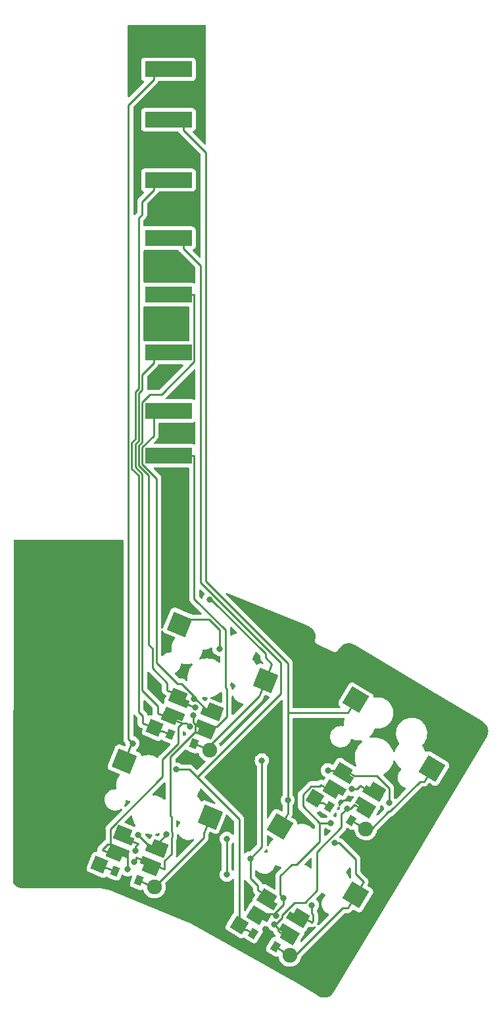
<source format=gbr>
%TF.GenerationSoftware,KiCad,Pcbnew,6.0.10-86aedd382b~118~ubuntu22.04.1*%
%TF.CreationDate,2023-01-31T18:18:49-07:00*%
%TF.ProjectId,scaarix_flow_thumb_cluster,73636161-7269-4785-9f66-6c6f775f7468,v1.0.0*%
%TF.SameCoordinates,Original*%
%TF.FileFunction,Copper,L1,Top*%
%TF.FilePolarity,Positive*%
%FSLAX46Y46*%
G04 Gerber Fmt 4.6, Leading zero omitted, Abs format (unit mm)*
G04 Created by KiCad (PCBNEW 6.0.10-86aedd382b~118~ubuntu22.04.1) date 2023-01-31 18:18:49*
%MOMM*%
%LPD*%
G01*
G04 APERTURE LIST*
G04 Aperture macros list*
%AMRotRect*
0 Rectangle, with rotation*
0 The origin of the aperture is its center*
0 $1 length*
0 $2 width*
0 $3 Rotation angle, in degrees counterclockwise*
0 Add horizontal line*
21,1,$1,$2,0,0,$3*%
G04 Aperture macros list end*
%TA.AperFunction,ComponentPad*%
%ADD10RotRect,1.778000X1.778000X329.000000*%
%TD*%
%TA.AperFunction,SMDPad,CuDef*%
%ADD11RotRect,0.900000X1.200000X329.000000*%
%TD*%
%TA.AperFunction,ComponentPad*%
%ADD12C,1.905000*%
%TD*%
%TA.AperFunction,ComponentPad*%
%ADD13RotRect,1.778000X1.778000X338.000000*%
%TD*%
%TA.AperFunction,SMDPad,CuDef*%
%ADD14RotRect,0.900000X1.200000X338.000000*%
%TD*%
%TA.AperFunction,SMDPad,CuDef*%
%ADD15RotRect,2.600000X1.000000X329.000000*%
%TD*%
%TA.AperFunction,SMDPad,CuDef*%
%ADD16RotRect,2.000000X1.200000X329.000000*%
%TD*%
%TA.AperFunction,SMDPad,CuDef*%
%ADD17RotRect,2.550000X2.500000X338.000000*%
%TD*%
%TA.AperFunction,SMDPad,CuDef*%
%ADD18RotRect,2.550000X2.500000X329.000000*%
%TD*%
%TA.AperFunction,SMDPad,CuDef*%
%ADD19RotRect,2.600000X1.000000X338.000000*%
%TD*%
%TA.AperFunction,SMDPad,CuDef*%
%ADD20RotRect,2.000000X1.200000X338.000000*%
%TD*%
%TA.AperFunction,SMDPad,CuDef*%
%ADD21R,2.200000X2.000000*%
%TD*%
%TA.AperFunction,ComponentPad*%
%ADD22R,6.000000X2.000000*%
%TD*%
%TA.AperFunction,ViaPad*%
%ADD23C,0.800000*%
%TD*%
%TA.AperFunction,Conductor*%
%ADD24C,0.250000*%
%TD*%
G04 APERTURE END LIST*
D10*
%TO.P,D27,1*%
%TO.N,P18*%
X296327893Y-172089405D03*
D11*
X298179374Y-173201887D03*
%TO.P,D27,2*%
%TO.N,2_top*%
X301008026Y-174901513D03*
D12*
X302859507Y-176013995D03*
%TD*%
D13*
%TO.P,D25,1*%
%TO.N,P18*%
X275700830Y-163024949D03*
D14*
X277703547Y-163834099D03*
%TO.P,D25,2*%
%TO.N,1_top*%
X280763253Y-165070301D03*
D12*
X282765970Y-165879451D03*
%TD*%
D15*
%TO.P,LED27,1*%
%TO.N,VCC*%
X299961190Y-169168495D03*
%TO.P,LED27,2*%
%TO.N,D1*%
X299059874Y-170668538D03*
%TO.P,LED27,3*%
%TO.N,GND*%
X302831410Y-172934705D03*
%TO.P,LED27,4*%
%TO.N,P1*%
X303732726Y-171434662D03*
D16*
%TO.P,LED27,11*%
%TO.N,VCC*%
X300077443Y-168392537D03*
%TO.P,LED27,22*%
%TO.N,D1*%
X298429321Y-171135472D03*
%TO.P,LED27,33*%
%TO.N,GND*%
X302715157Y-173710663D03*
%TO.P,LED27,44*%
%TO.N,P1*%
X304363279Y-170967728D03*
%TD*%
D17*
%TO.P,S25,1*%
%TO.N,1_top*%
X289938098Y-156870141D03*
%TO.P,S25,2*%
%TO.N,P10*%
X278903893Y-149672554D03*
%TD*%
D11*
%TO.P,D26,1*%
%TO.N,P19*%
X288393674Y-189487987D03*
D10*
X286542193Y-188375505D03*
D12*
%TO.P,D26,2*%
%TO.N,2_bottom*%
X293073807Y-192300095D03*
D11*
X291222326Y-191187613D03*
%TD*%
D15*
%TO.P,LED26,1*%
%TO.N,VCC*%
X290175490Y-185454695D03*
%TO.P,LED26,2*%
%TO.N,D1*%
X289274174Y-186954738D03*
%TO.P,LED26,3*%
%TO.N,GND*%
X293045710Y-189220905D03*
%TO.P,LED26,4*%
%TO.N,P1*%
X293947026Y-187720862D03*
D16*
%TO.P,LED26,11*%
%TO.N,VCC*%
X290291743Y-184678737D03*
%TO.P,LED26,22*%
%TO.N,D1*%
X288643621Y-187421672D03*
%TO.P,LED26,33*%
%TO.N,GND*%
X292929457Y-189996863D03*
%TO.P,LED26,44*%
%TO.N,P1*%
X294577579Y-187253928D03*
%TD*%
D18*
%TO.P,S27,1*%
%TO.N,2_top*%
X311352727Y-168237540D03*
%TO.P,S27,2*%
%TO.N,P16*%
X301580322Y-159402438D03*
%TD*%
D19*
%TO.P,LED24,1*%
%TO.N,VCC*%
X271714976Y-177188080D03*
%TO.P,LED24,2*%
%TO.N,D1*%
X271059415Y-178810651D03*
%TO.P,LED24,3*%
%TO.N,GND*%
X275139024Y-180458920D03*
%TO.P,LED24,4*%
%TO.N,P1*%
X275794585Y-178836349D03*
D20*
%TO.P,LED24,11*%
%TO.N,VCC*%
X271708411Y-176403489D03*
%TO.P,LED24,22*%
%TO.N,D1*%
X270509670Y-179370478D03*
%TO.P,LED24,33*%
%TO.N,GND*%
X275145589Y-181243511D03*
%TO.P,LED24,44*%
%TO.N,P1*%
X276344330Y-178276522D03*
%TD*%
D19*
%TO.P,LED25,1*%
%TO.N,VCC*%
X278832476Y-159571580D03*
%TO.P,LED25,2*%
%TO.N,D1*%
X278176915Y-161194151D03*
%TO.P,LED25,3*%
%TO.N,GND*%
X282256524Y-162842420D03*
%TO.P,LED25,4*%
%TO.N,P1*%
X282912085Y-161219849D03*
D20*
%TO.P,LED25,11*%
%TO.N,VCC*%
X278825911Y-158786989D03*
%TO.P,LED25,22*%
%TO.N,D1*%
X277627170Y-161753978D03*
%TO.P,LED25,33*%
%TO.N,GND*%
X282263089Y-163627011D03*
%TO.P,LED25,44*%
%TO.N,P1*%
X283461830Y-160660022D03*
%TD*%
D13*
%TO.P,D24,1*%
%TO.N,P19*%
X268583230Y-180641349D03*
D14*
X270585947Y-181450499D03*
%TO.P,D24,2*%
%TO.N,1_bottom*%
X273645653Y-182686701D03*
D12*
X275648370Y-183495851D03*
%TD*%
D17*
%TO.P,S24,1*%
%TO.N,1_bottom*%
X282820598Y-174486641D03*
%TO.P,S24,2*%
%TO.N,P10*%
X271786393Y-167289054D03*
%TD*%
D18*
%TO.P,S26,1*%
%TO.N,2_bottom*%
X301567027Y-184523740D03*
%TO.P,S26,2*%
%TO.N,P16*%
X291794622Y-175688638D03*
%TD*%
D21*
%TO.P,J2,1,Pin_1*%
%TO.N,P10*%
X275550000Y-78200000D03*
X279350000Y-78200000D03*
D22*
X277450000Y-78200000D03*
D21*
%TO.P,J2,2,Pin_2*%
%TO.N,P16*%
X275550000Y-84700000D03*
D22*
X277450000Y-84700000D03*
D21*
X279350000Y-84700000D03*
%TO.P,J2,3,Pin_3*%
%TO.N,P18*%
X275550000Y-92450000D03*
X279350000Y-92450000D03*
D22*
X277450000Y-92450000D03*
%TO.P,J2,4,Pin_4*%
%TO.N,P19*%
X277450000Y-99950000D03*
D21*
%TO.N,VCC*%
X279350000Y-107200000D03*
%TO.N,P19*%
X279350000Y-99950000D03*
X275550000Y-99950000D03*
D22*
%TO.P,J2,5,Pin_5*%
%TO.N,VCC*%
X277450000Y-107200000D03*
D21*
X275550000Y-107200000D03*
%TO.P,J2,6,Pin_6*%
%TO.N,D1*%
X275550000Y-114700000D03*
X279350000Y-114700000D03*
D22*
X277450000Y-114700000D03*
D21*
%TO.P,J2,7,Pin_6*%
%TO.N,P1*%
X275550000Y-122200000D03*
D22*
X277450000Y-122200000D03*
D21*
X279350000Y-122200000D03*
D22*
%TO.P,J2,8,Pin_6*%
%TO.N,GND*%
X277450000Y-127950000D03*
D21*
X275550000Y-127950000D03*
X279350000Y-127950000D03*
%TD*%
D23*
%TO.N,GND*%
X273003600Y-180310200D03*
X291104700Y-188307900D03*
X300446900Y-173389100D03*
X280648100Y-161377700D03*
%TO.N,VCC*%
X305854600Y-172659400D03*
X280886200Y-160366800D03*
X297986800Y-168482100D03*
X287989600Y-179812200D03*
X273181700Y-178814600D03*
X289477400Y-167211900D03*
%TO.N,P19*%
X278460700Y-168367100D03*
%TO.N,P16*%
X292811200Y-172313000D03*
%TO.N,P10*%
X272834200Y-165013700D03*
X284038500Y-152854400D03*
%TO.N,P1*%
X284970600Y-177290900D03*
X301037600Y-170897500D03*
X284970600Y-181912800D03*
X295913100Y-185830500D03*
X273575500Y-176827200D03*
X280769300Y-159238800D03*
X277210900Y-176762200D03*
%TO.N,1_top*%
X282738600Y-146468500D03*
%TO.N,2_bottom*%
X298867700Y-177831400D03*
%TO.N,D1*%
X298390700Y-175251600D03*
X292296800Y-184914500D03*
X272229600Y-181229200D03*
X291309200Y-187189100D03*
X280199700Y-162865300D03*
%TD*%
D24*
%TO.N,GND*%
X292929500Y-189996900D02*
X291595800Y-189195600D01*
X292929500Y-189996900D02*
X293045700Y-189880700D01*
X277936000Y-176461800D02*
X277824000Y-176349800D01*
X301381500Y-172909400D02*
X300901800Y-173389100D01*
X282256500Y-163620400D02*
X282256500Y-162842400D01*
X280775100Y-146381900D02*
X284792800Y-150399600D01*
X291104700Y-188307900D02*
X291166100Y-188369300D01*
X299721800Y-174114200D02*
X299721800Y-175831800D01*
X280924800Y-163620400D02*
X282256500Y-163620400D01*
X280775100Y-127950000D02*
X280775100Y-146381900D01*
X276954900Y-180109200D02*
X277824000Y-179240100D01*
X277450000Y-127950000D02*
X280775100Y-127950000D01*
X291166100Y-188369300D02*
X291595800Y-188799000D01*
X277824000Y-176349800D02*
X277824000Y-174476000D01*
X277711500Y-174363500D02*
X277711500Y-166744500D01*
X296567700Y-183956300D02*
X295032100Y-185491900D01*
X300901800Y-173389100D02*
X300446900Y-173389100D01*
X284792800Y-150399600D02*
X284792800Y-157841300D01*
X302715200Y-173710700D02*
X301381500Y-172909400D01*
X292084400Y-187121000D02*
X292084400Y-187451000D01*
X273323200Y-179725300D02*
X273323200Y-179990600D01*
X300446900Y-173389100D02*
X299721800Y-174114200D01*
X284792800Y-157841300D02*
X284973500Y-158022000D01*
X293045700Y-189880700D02*
X293045700Y-189220900D01*
X275139000Y-180458900D02*
X276954900Y-181192500D01*
X302715200Y-173710700D02*
X302831400Y-173594500D01*
X276954900Y-181192500D02*
X276954900Y-180109200D01*
X283718000Y-162842400D02*
X282256500Y-162842400D01*
X275139000Y-181236900D02*
X275139000Y-180458900D01*
X279350000Y-127950000D02*
X277450000Y-127950000D01*
X295032100Y-185491900D02*
X293713500Y-185491900D01*
X277824000Y-177174600D02*
X277936000Y-177062600D01*
X292084400Y-187451000D02*
X291166100Y-188369300D01*
X284973500Y-158022000D02*
X284973500Y-161586900D01*
X284973500Y-161586900D02*
X283718000Y-162842400D01*
X302831400Y-173594500D02*
X302831400Y-172934700D01*
X277824000Y-174476000D02*
X277711500Y-174363500D01*
X296567700Y-178985900D02*
X296567700Y-183956300D01*
X277824000Y-179240100D02*
X277824000Y-177174600D01*
X277711500Y-166744500D02*
X280835600Y-163620400D01*
X275139000Y-180458900D02*
X273323200Y-179725300D01*
X280835600Y-163620400D02*
X280924800Y-163620400D01*
X277936000Y-177062600D02*
X277936000Y-176461800D01*
X275550000Y-127950000D02*
X277450000Y-127950000D01*
X299721800Y-175831800D02*
X296567700Y-178985900D01*
X273323200Y-179990600D02*
X273003600Y-180310200D01*
X275145600Y-181243500D02*
X275139000Y-181236900D01*
X280924800Y-163620400D02*
X280924800Y-162564900D01*
X280648100Y-162288200D02*
X280648100Y-161377700D01*
X282263100Y-163627000D02*
X282256500Y-163620400D01*
X293713500Y-185491900D02*
X292084400Y-187121000D01*
X291595800Y-188799000D02*
X291595800Y-189195600D01*
X280924800Y-162564900D02*
X280648100Y-162288200D01*
%TO.N,VCC*%
X299987800Y-168482100D02*
X299961200Y-168482100D01*
X271708400Y-176403500D02*
X271715000Y-176410100D01*
X275082900Y-120098200D02*
X274075600Y-121105500D01*
X289477400Y-178324400D02*
X287989600Y-179812200D01*
X278832500Y-159571600D02*
X278825900Y-159565000D01*
X287989600Y-182376600D02*
X288958200Y-183345200D01*
X288958200Y-183345200D02*
X288958200Y-183877400D01*
X301411100Y-169193800D02*
X301411200Y-169193700D01*
X274075600Y-121105500D02*
X274075600Y-126213200D01*
X299961200Y-168482100D02*
X299961200Y-169168500D01*
X273530800Y-177943800D02*
X273181700Y-178292900D01*
X280775100Y-115878300D02*
X276555200Y-120098200D01*
X273625500Y-126663300D02*
X273625500Y-129236600D01*
X271715000Y-176410100D02*
X271715000Y-177188100D01*
X300077400Y-168392500D02*
X299987800Y-168482100D01*
X278825900Y-159565000D02*
X278825900Y-158787000D01*
X290291700Y-184678700D02*
X288958100Y-183877500D01*
X275369300Y-152784200D02*
X275369300Y-155330400D01*
X278825900Y-158787000D02*
X277250800Y-158150600D01*
X290175500Y-185454700D02*
X290291700Y-185338500D01*
X275369300Y-155330400D02*
X277250800Y-157211900D01*
X277250800Y-157211900D02*
X277250800Y-158150600D01*
X277450000Y-107200000D02*
X280775100Y-107200000D01*
X274919200Y-130530300D02*
X274919200Y-152334100D01*
X273625500Y-129236600D02*
X274919200Y-130530300D01*
X273181700Y-178292900D02*
X273181700Y-178814600D01*
X280767600Y-160293000D02*
X280618200Y-160293000D01*
X273530800Y-177921700D02*
X273530800Y-177943800D01*
X274919200Y-152334100D02*
X275369300Y-152784200D01*
X280775100Y-107200000D02*
X280775100Y-115878300D01*
X274075600Y-126213200D02*
X273625500Y-126663300D01*
X275550000Y-107200000D02*
X277450000Y-107200000D01*
X271715000Y-177188100D02*
X273530800Y-177921700D01*
X300077400Y-168392500D02*
X301411100Y-169193800D01*
X301411200Y-169193700D02*
X304270800Y-169193700D01*
X290291700Y-185338500D02*
X290291700Y-184678700D01*
X276555200Y-120098200D02*
X275082900Y-120098200D01*
X304270800Y-169193700D02*
X305854600Y-170777500D01*
X287989600Y-179812200D02*
X287989600Y-182376600D01*
X305854600Y-170777500D02*
X305854600Y-172659400D01*
X289477400Y-167211900D02*
X289477400Y-178324400D01*
X288958200Y-183877400D02*
X288958100Y-183877500D01*
X280886200Y-160366800D02*
X280841400Y-160366800D01*
X278832500Y-159571600D02*
X280618200Y-160293000D01*
X280841400Y-160366800D02*
X280767600Y-160293000D01*
X299961200Y-168482100D02*
X297986800Y-168482100D01*
%TO.N,P19*%
X269520700Y-181020100D02*
X269520700Y-181020200D01*
X287136800Y-188970000D02*
X286839500Y-188672700D01*
X291938000Y-154639100D02*
X281559800Y-144260900D01*
X286542200Y-174770000D02*
X286542200Y-188375500D01*
X268962100Y-181020200D02*
X268583200Y-180641300D01*
X281559800Y-144260900D02*
X281559800Y-103484900D01*
X288393700Y-189488000D02*
X287531500Y-188970000D01*
X279350000Y-99950000D02*
X279350000Y-101275100D01*
X275550000Y-99950000D02*
X277450000Y-99950000D01*
X279350000Y-99950000D02*
X277450000Y-99950000D01*
X281145500Y-169373300D02*
X286542200Y-174770000D01*
X270585900Y-181450500D02*
X269520700Y-181020100D01*
X280139300Y-168367100D02*
X278460700Y-168367100D01*
X269520700Y-181020200D02*
X268962100Y-181020200D01*
X286839500Y-188672700D02*
X286839400Y-188672700D01*
X291938000Y-158580800D02*
X291938000Y-154639100D01*
X286839400Y-188672700D02*
X286542200Y-188375500D01*
X281145500Y-169373300D02*
X291938000Y-158580800D01*
X281559800Y-103484900D02*
X279350000Y-101275100D01*
X281145500Y-169373300D02*
X280139300Y-168367100D01*
X287531500Y-188970000D02*
X287136800Y-188970000D01*
%TO.N,P18*%
X275550000Y-93775100D02*
X274063800Y-95261300D01*
X276079700Y-163403800D02*
X275700800Y-163024900D01*
X274120300Y-161444400D02*
X274120300Y-162386400D01*
X298179400Y-173201900D02*
X297317200Y-172683900D01*
X277703500Y-163834100D02*
X276638300Y-163403700D01*
X296922400Y-172683900D02*
X296327900Y-172089400D01*
X276638300Y-163403700D02*
X276638300Y-163403800D01*
X273613800Y-130498100D02*
X273613800Y-160937900D01*
X273175400Y-125840200D02*
X272725300Y-126290300D01*
X273613800Y-119286800D02*
X273175400Y-119725200D01*
X273613800Y-160937900D02*
X274120300Y-161444400D01*
X275550000Y-92450000D02*
X277450000Y-92450000D01*
X274063800Y-96918400D02*
X273613800Y-97368400D01*
X272725300Y-129609600D02*
X273613800Y-130498100D01*
X272725300Y-126290300D02*
X272725300Y-129609600D01*
X276638300Y-163403800D02*
X276079700Y-163403800D01*
X275550000Y-92450000D02*
X275550000Y-93775100D01*
X273175400Y-119725200D02*
X273175400Y-125840200D01*
X273613800Y-97368400D02*
X273613800Y-119286800D01*
X297317200Y-172683900D02*
X296922400Y-172683900D01*
X274063800Y-95261300D02*
X274063800Y-96918400D01*
X275700800Y-163024900D02*
X274120300Y-162386400D01*
X279350000Y-92450000D02*
X277450000Y-92450000D01*
%TO.N,P16*%
X301580300Y-159402400D02*
X300563600Y-161094600D01*
X292811200Y-161094600D02*
X292811200Y-172313000D01*
X292811200Y-154699700D02*
X282234900Y-144123400D01*
X292811200Y-161094600D02*
X292811200Y-154699700D01*
X279350000Y-84700000D02*
X277450000Y-84700000D01*
X275550000Y-84700000D02*
X277450000Y-84700000D01*
X282234900Y-144123400D02*
X282234900Y-88910000D01*
X279350000Y-84700000D02*
X279350000Y-86025100D01*
X291794600Y-175688600D02*
X292811200Y-173996400D01*
X292811200Y-172313000D02*
X292811200Y-173996400D01*
X292811200Y-161094600D02*
X300563600Y-161094600D01*
X282234900Y-88910000D02*
X279350000Y-86025100D01*
%TO.N,P10*%
X284038500Y-150351100D02*
X284038500Y-152854400D01*
X271786400Y-167289100D02*
X272618600Y-165229300D01*
X275550000Y-78200000D02*
X275550000Y-79525100D01*
X282729200Y-149041800D02*
X284038500Y-150351100D01*
X272275200Y-164454700D02*
X272834200Y-165013700D01*
X272834200Y-165013700D02*
X272618600Y-165229300D01*
X278903900Y-149672600D02*
X279534700Y-149041800D01*
X279534700Y-149041800D02*
X282729200Y-149041800D01*
X275550000Y-79525100D02*
X272275200Y-82799900D01*
X272275200Y-82799900D02*
X272275200Y-164454700D01*
X279350000Y-78200000D02*
X277450000Y-78200000D01*
X277450000Y-78200000D02*
X275550000Y-78200000D01*
%TO.N,P1*%
X275550000Y-125375500D02*
X274075600Y-126849900D01*
X274075600Y-129050100D02*
X275903700Y-130878200D01*
X304199700Y-170967700D02*
X304363300Y-170967700D01*
X295911300Y-188055100D02*
X296068900Y-187897500D01*
X284970600Y-181912800D02*
X284970600Y-177290900D01*
X275794600Y-178826200D02*
X275574500Y-178826200D01*
X282912100Y-161219800D02*
X283461800Y-160670100D01*
X275794600Y-178836300D02*
X275794600Y-178826200D01*
X279350000Y-122200000D02*
X277450000Y-122200000D01*
X303732700Y-171434700D02*
X304199700Y-170967700D01*
X277210900Y-176762200D02*
X276344300Y-177628800D01*
X295913100Y-186866600D02*
X295913100Y-185830500D01*
X282912100Y-161219800D02*
X280931200Y-159238900D01*
X280769300Y-159238900D02*
X280769300Y-159238800D01*
X275574500Y-178826200D02*
X273575500Y-176827200D01*
X275903700Y-130878200D02*
X275903700Y-154602100D01*
X283461800Y-160670100D02*
X283461800Y-160660000D01*
X294577600Y-187253900D02*
X295911300Y-188055100D01*
X293947000Y-187720900D02*
X294110600Y-187720900D01*
X303732700Y-171434700D02*
X302163200Y-170491700D01*
X275794600Y-178826200D02*
X276344300Y-178276500D01*
X274075600Y-126849900D02*
X274075600Y-129050100D01*
X296068900Y-187022400D02*
X295913100Y-186866600D01*
X278598500Y-157296900D02*
X279160300Y-157296900D01*
X302163200Y-170491700D02*
X301757400Y-170897500D01*
X280931200Y-159238900D02*
X280769300Y-159238900D01*
X280769300Y-158905900D02*
X280769300Y-159238800D01*
X275550000Y-122200000D02*
X275550000Y-125375500D01*
X294110600Y-187720900D02*
X294577600Y-187253900D01*
X301757400Y-170897500D02*
X301037600Y-170897500D01*
X279160300Y-157296900D02*
X280769300Y-158905900D01*
X296068900Y-187897500D02*
X296068900Y-187022400D01*
X277450000Y-122200000D02*
X275550000Y-122200000D01*
X275903700Y-154602100D02*
X278598500Y-157296900D01*
X276344300Y-177628800D02*
X276344300Y-178276500D01*
%TO.N,1_bottom*%
X274710900Y-183117000D02*
X275269500Y-183117000D01*
X275269500Y-183117000D02*
X275648400Y-183495900D01*
X273645700Y-182686700D02*
X274710900Y-183117100D01*
X281988400Y-176546400D02*
X281988500Y-176546400D01*
X281988500Y-177155800D02*
X275648400Y-183495900D01*
X281988500Y-176546400D02*
X281988500Y-177155800D01*
X282820600Y-174486600D02*
X281988400Y-176546400D01*
X274710900Y-183117100D02*
X274710900Y-183117000D01*
%TO.N,1_top*%
X282766000Y-165269900D02*
X282766000Y-165879500D01*
X282766000Y-165879500D02*
X282207300Y-165879500D01*
X289938100Y-156870100D02*
X289105900Y-158929900D01*
X280763300Y-165070300D02*
X281828500Y-165500700D01*
X289106000Y-158929900D02*
X282766000Y-165269900D01*
X282738600Y-146468500D02*
X282933600Y-146468500D01*
X289105900Y-158929900D02*
X289106000Y-158929900D01*
X290770200Y-154810300D02*
X290770300Y-154810300D01*
X289938100Y-153978200D02*
X290770200Y-154810300D01*
X282933600Y-146468500D02*
X289938100Y-153473000D01*
X282207300Y-165879500D02*
X281828500Y-165500700D01*
X289938100Y-153473000D02*
X289938100Y-153978200D01*
X289938100Y-156870100D02*
X290770300Y-154810300D01*
%TO.N,2_bottom*%
X301567000Y-184523700D02*
X300550300Y-186215900D01*
X293790600Y-192300100D02*
X293073800Y-192300100D01*
X301567000Y-179949500D02*
X301567000Y-181814900D01*
X300550300Y-186215900D02*
X299874800Y-186215900D01*
X301567000Y-184523700D02*
X302583600Y-182831500D01*
X292679000Y-192300100D02*
X293073800Y-192300100D01*
X291222300Y-191187600D02*
X292084500Y-191705600D01*
X299874800Y-186215900D02*
X293790600Y-192300100D01*
X292084500Y-191705600D02*
X292679000Y-192300100D01*
X299448900Y-177831400D02*
X301567000Y-179949500D01*
X301567000Y-181814900D02*
X302583600Y-182831500D01*
X298867700Y-177831400D02*
X299448900Y-177831400D01*
%TO.N,2_top*%
X302859500Y-176014000D02*
X303576200Y-176014000D01*
X301008000Y-174901500D02*
X301870200Y-175419500D01*
X306010800Y-173789100D02*
X309870200Y-169929700D01*
X301870200Y-175419500D02*
X302464700Y-176014000D01*
X305801100Y-173789100D02*
X306010800Y-173789100D01*
X302464700Y-176014000D02*
X302859500Y-176014000D01*
X309870200Y-169929700D02*
X310336000Y-169929700D01*
X311352700Y-168237500D02*
X310336000Y-169929700D01*
X303576200Y-176014000D02*
X305801100Y-173789100D01*
%TO.N,D1*%
X277450000Y-114700000D02*
X275550000Y-114700000D01*
X298429300Y-171135500D02*
X297095600Y-170334300D01*
X275550000Y-116025100D02*
X274075600Y-117499500D01*
X269986400Y-177943300D02*
X269913300Y-178016400D01*
X279350000Y-114700000D02*
X277450000Y-114700000D01*
X274075600Y-158202400D02*
X276052000Y-160178800D01*
X288643600Y-187421700D02*
X288807200Y-187421700D01*
X288807200Y-187421700D02*
X289274200Y-186954700D01*
X279202300Y-162390400D02*
X279202300Y-162415100D01*
X297095600Y-170334300D02*
X296902600Y-170527300D01*
X291090300Y-186970200D02*
X291309200Y-187189100D01*
X291866700Y-182091300D02*
X291866700Y-184484400D01*
X274075600Y-130323300D02*
X274075600Y-158202400D01*
X298592900Y-171135500D02*
X299059900Y-170668500D01*
X289274200Y-186954700D02*
X291090300Y-186954700D01*
X295852700Y-170527300D02*
X294761200Y-171618800D01*
X273175400Y-129423100D02*
X274075600Y-130323300D01*
X298390700Y-175251600D02*
X296910800Y-175251600D01*
X279749500Y-162415100D02*
X280199700Y-162865300D01*
X272229600Y-179323600D02*
X272229600Y-181229200D01*
X293966500Y-180632700D02*
X293325300Y-180632700D01*
X293325300Y-180632700D02*
X291866700Y-182091300D01*
X269627500Y-178016400D02*
X268934500Y-178709400D01*
X279202300Y-162415100D02*
X279749500Y-162415100D01*
X291090300Y-186954700D02*
X292296800Y-185748200D01*
X271059400Y-178810700D02*
X272162200Y-179256200D01*
X278684400Y-162933000D02*
X278684400Y-165065100D01*
X296910800Y-177688400D02*
X293966500Y-180632700D01*
X274075600Y-119461600D02*
X273625500Y-119911700D01*
X291866700Y-184484400D02*
X292296800Y-184914500D01*
X279202300Y-162415100D02*
X278684400Y-162933000D01*
X296902600Y-170527300D02*
X295852700Y-170527300D01*
X277627200Y-161754000D02*
X278176900Y-161204300D01*
X298429300Y-171135500D02*
X298592900Y-171135500D01*
X273625500Y-126026700D02*
X273175400Y-126476800D01*
X269913300Y-178016400D02*
X269627500Y-178016400D01*
X276705600Y-167043900D02*
X276705600Y-169290600D01*
X296910800Y-175251600D02*
X296910800Y-177688400D01*
X278684400Y-165065100D02*
X276705600Y-167043900D01*
X294761200Y-171618800D02*
X294761200Y-173102000D01*
X275550000Y-114700000D02*
X275550000Y-116025100D01*
X269986400Y-176009800D02*
X269986400Y-177943300D01*
X271059400Y-178820800D02*
X271059400Y-178810700D01*
X270509700Y-179370500D02*
X268934500Y-178734100D01*
X273175400Y-126476800D02*
X273175400Y-129423100D01*
X273625500Y-119911700D02*
X273625500Y-126026700D01*
X270509700Y-179370500D02*
X271059400Y-178820800D01*
X268934500Y-178709400D02*
X268934500Y-178734100D01*
X277627200Y-161754000D02*
X276052000Y-161117600D01*
X291090300Y-186954700D02*
X291090300Y-186970200D01*
X276705600Y-169290600D02*
X269986400Y-176009800D01*
X276052000Y-160178800D02*
X276052000Y-161117600D01*
X277627200Y-161754000D02*
X279202300Y-162390400D01*
X294761200Y-173102000D02*
X296910800Y-175251600D01*
X272162200Y-179256200D02*
X272229600Y-179323600D01*
X274075600Y-117499500D02*
X274075600Y-119461600D01*
X292296800Y-185748200D02*
X292296800Y-184914500D01*
X278176900Y-161204300D02*
X278176900Y-161194200D01*
%TD*%
%TA.AperFunction,NonConductor*%
G36*
X282233621Y-72516045D02*
G01*
X282280114Y-72569701D01*
X282291500Y-72622043D01*
X282291500Y-87766506D01*
X282271498Y-87834627D01*
X282217842Y-87881120D01*
X282147568Y-87891224D01*
X282082988Y-87861730D01*
X282076405Y-87855601D01*
X280598495Y-86377690D01*
X280564469Y-86315378D01*
X280569534Y-86244562D01*
X280612081Y-86187727D01*
X280643361Y-86170613D01*
X280688295Y-86153768D01*
X280688296Y-86153767D01*
X280696705Y-86150615D01*
X280813261Y-86063261D01*
X280900615Y-85946705D01*
X280951745Y-85810316D01*
X280958500Y-85748134D01*
X280958500Y-83651866D01*
X280951745Y-83589684D01*
X280900615Y-83453295D01*
X280813261Y-83336739D01*
X280696705Y-83249385D01*
X280560316Y-83198255D01*
X280498134Y-83191500D01*
X274401866Y-83191500D01*
X274339684Y-83198255D01*
X274203295Y-83249385D01*
X274086739Y-83336739D01*
X273999385Y-83453295D01*
X273948255Y-83589684D01*
X273941500Y-83651866D01*
X273941500Y-85748134D01*
X273948255Y-85810316D01*
X273999385Y-85946705D01*
X274086739Y-86063261D01*
X274203295Y-86150615D01*
X274339684Y-86201745D01*
X274401866Y-86208500D01*
X278651923Y-86208500D01*
X278720044Y-86228502D01*
X278763104Y-86279211D01*
X278763981Y-86278692D01*
X278763982Y-86278693D01*
X278768019Y-86285519D01*
X278774293Y-86296128D01*
X278782988Y-86313876D01*
X278790448Y-86332717D01*
X278795110Y-86339133D01*
X278795110Y-86339134D01*
X278816436Y-86368487D01*
X278822952Y-86378407D01*
X278845458Y-86416462D01*
X278859779Y-86430783D01*
X278872619Y-86445816D01*
X278884528Y-86462207D01*
X278890634Y-86467258D01*
X278918605Y-86490398D01*
X278927384Y-86498388D01*
X281564495Y-89135499D01*
X281598521Y-89197811D01*
X281601400Y-89224594D01*
X281601400Y-102326406D01*
X281581398Y-102394527D01*
X281527742Y-102441020D01*
X281457468Y-102451124D01*
X281392888Y-102421630D01*
X281386321Y-102415517D01*
X280598493Y-101627688D01*
X280564469Y-101565378D01*
X280569534Y-101494562D01*
X280612081Y-101437727D01*
X280643361Y-101420613D01*
X280688295Y-101403768D01*
X280688296Y-101403767D01*
X280696705Y-101400615D01*
X280813261Y-101313261D01*
X280900615Y-101196705D01*
X280951745Y-101060316D01*
X280958500Y-100998134D01*
X280958500Y-98901866D01*
X280951745Y-98839684D01*
X280900615Y-98703295D01*
X280813261Y-98586739D01*
X280696705Y-98499385D01*
X280560316Y-98448255D01*
X280498134Y-98441500D01*
X274401866Y-98441500D01*
X274386908Y-98443125D01*
X274317026Y-98430597D01*
X274265010Y-98382277D01*
X274247300Y-98317862D01*
X274247300Y-97682995D01*
X274267302Y-97614874D01*
X274284205Y-97593899D01*
X274456059Y-97422046D01*
X274464337Y-97414513D01*
X274470818Y-97410400D01*
X274517430Y-97360762D01*
X274520185Y-97357919D01*
X274537134Y-97340971D01*
X274539935Y-97338170D01*
X274542415Y-97334973D01*
X274550120Y-97325951D01*
X274580386Y-97293721D01*
X274584205Y-97286775D01*
X274584207Y-97286772D01*
X274590148Y-97275966D01*
X274600999Y-97259447D01*
X274608558Y-97249701D01*
X274613414Y-97243441D01*
X274616559Y-97236172D01*
X274616562Y-97236168D01*
X274630974Y-97202863D01*
X274636191Y-97192213D01*
X274657495Y-97153460D01*
X274662533Y-97133837D01*
X274668937Y-97115134D01*
X274673833Y-97103820D01*
X274673833Y-97103819D01*
X274676981Y-97096545D01*
X274678220Y-97088722D01*
X274678223Y-97088712D01*
X274683899Y-97052876D01*
X274686305Y-97041256D01*
X274695328Y-97006111D01*
X274695328Y-97006110D01*
X274697300Y-96998430D01*
X274697300Y-96978176D01*
X274698851Y-96958465D01*
X274700780Y-96946286D01*
X274702020Y-96938457D01*
X274697859Y-96894438D01*
X274697300Y-96882581D01*
X274697300Y-95575894D01*
X274717302Y-95507773D01*
X274734205Y-95486799D01*
X275942247Y-94278757D01*
X275950537Y-94271213D01*
X275957018Y-94267100D01*
X276003659Y-94217432D01*
X276006413Y-94214591D01*
X276026134Y-94194870D01*
X276028612Y-94191675D01*
X276036318Y-94182653D01*
X276061158Y-94156201D01*
X276066586Y-94150421D01*
X276076346Y-94132668D01*
X276087199Y-94116145D01*
X276094753Y-94106406D01*
X276099613Y-94100141D01*
X276117176Y-94059557D01*
X276122383Y-94048927D01*
X276136198Y-94023797D01*
X276186544Y-93973740D01*
X276246612Y-93958500D01*
X280498134Y-93958500D01*
X280560316Y-93951745D01*
X280696705Y-93900615D01*
X280813261Y-93813261D01*
X280900615Y-93696705D01*
X280951745Y-93560316D01*
X280958500Y-93498134D01*
X280958500Y-91401866D01*
X280951745Y-91339684D01*
X280900615Y-91203295D01*
X280813261Y-91086739D01*
X280696705Y-90999385D01*
X280560316Y-90948255D01*
X280498134Y-90941500D01*
X274401866Y-90941500D01*
X274339684Y-90948255D01*
X274203295Y-90999385D01*
X274086739Y-91086739D01*
X273999385Y-91203295D01*
X273948255Y-91339684D01*
X273941500Y-91401866D01*
X273941500Y-93498134D01*
X273948255Y-93560316D01*
X273999385Y-93696705D01*
X274086739Y-93813261D01*
X274203295Y-93900615D01*
X274211704Y-93903767D01*
X274211705Y-93903768D01*
X274256639Y-93920613D01*
X274313404Y-93963254D01*
X274338104Y-94029816D01*
X274322897Y-94099165D01*
X274301505Y-94127690D01*
X273671547Y-94757648D01*
X273663261Y-94765188D01*
X273656782Y-94769300D01*
X273651357Y-94775077D01*
X273610157Y-94818951D01*
X273607402Y-94821793D01*
X273587665Y-94841530D01*
X273585185Y-94844727D01*
X273577482Y-94853747D01*
X273547214Y-94885979D01*
X273543395Y-94892925D01*
X273543393Y-94892928D01*
X273537452Y-94903734D01*
X273526601Y-94920253D01*
X273514186Y-94936259D01*
X273511041Y-94943528D01*
X273511038Y-94943532D01*
X273496626Y-94976837D01*
X273491409Y-94987487D01*
X273470105Y-95026240D01*
X273468134Y-95033915D01*
X273468134Y-95033916D01*
X273465067Y-95045862D01*
X273458663Y-95064566D01*
X273450619Y-95083155D01*
X273449380Y-95090978D01*
X273449377Y-95090988D01*
X273443701Y-95126824D01*
X273441295Y-95138444D01*
X273430300Y-95181270D01*
X273430300Y-95201524D01*
X273428749Y-95221234D01*
X273425580Y-95241243D01*
X273426326Y-95249135D01*
X273429741Y-95285261D01*
X273430300Y-95297119D01*
X273430300Y-96603805D01*
X273410298Y-96671926D01*
X273393395Y-96692901D01*
X273221541Y-96864754D01*
X273213263Y-96872287D01*
X273206782Y-96876400D01*
X273201355Y-96882179D01*
X273201353Y-96882181D01*
X273160173Y-96926035D01*
X273157417Y-96928879D01*
X273137665Y-96948630D01*
X273135186Y-96951827D01*
X273127465Y-96960865D01*
X273126535Y-96961855D01*
X273065316Y-96997810D01*
X272994376Y-96994959D01*
X272936240Y-96954209D01*
X272909363Y-96888496D01*
X272908700Y-96875586D01*
X272908700Y-83114494D01*
X272928702Y-83046373D01*
X272945605Y-83025399D01*
X275942247Y-80028757D01*
X275950537Y-80021213D01*
X275957018Y-80017100D01*
X276003659Y-79967432D01*
X276006413Y-79964591D01*
X276026135Y-79944869D01*
X276028612Y-79941676D01*
X276036317Y-79932655D01*
X276061159Y-79906200D01*
X276066586Y-79900421D01*
X276070407Y-79893471D01*
X276076346Y-79882668D01*
X276087202Y-79866141D01*
X276094757Y-79856402D01*
X276094758Y-79856400D01*
X276099614Y-79850140D01*
X276117174Y-79809560D01*
X276122391Y-79798911D01*
X276132890Y-79779815D01*
X276136198Y-79773797D01*
X276186544Y-79723740D01*
X276246612Y-79708500D01*
X280498134Y-79708500D01*
X280560316Y-79701745D01*
X280696705Y-79650615D01*
X280813261Y-79563261D01*
X280900615Y-79446705D01*
X280951745Y-79310316D01*
X280958500Y-79248134D01*
X280958500Y-77151866D01*
X280951745Y-77089684D01*
X280900615Y-76953295D01*
X280813261Y-76836739D01*
X280696705Y-76749385D01*
X280560316Y-76698255D01*
X280498134Y-76691500D01*
X274401866Y-76691500D01*
X274339684Y-76698255D01*
X274203295Y-76749385D01*
X274086739Y-76836739D01*
X273999385Y-76953295D01*
X273948255Y-77089684D01*
X273941500Y-77151866D01*
X273941500Y-79248134D01*
X273948255Y-79310316D01*
X273999385Y-79446705D01*
X274086739Y-79563261D01*
X274203295Y-79650615D01*
X274211704Y-79653767D01*
X274211707Y-79653769D01*
X274256639Y-79670613D01*
X274313404Y-79713254D01*
X274338105Y-79779815D01*
X274322898Y-79849164D01*
X274301506Y-79877690D01*
X272423595Y-81755600D01*
X272361283Y-81789626D01*
X272290467Y-81784561D01*
X272233632Y-81742014D01*
X272208821Y-81675494D01*
X272208500Y-81666505D01*
X272208500Y-72622043D01*
X272228502Y-72553922D01*
X272282158Y-72507429D01*
X272334500Y-72496043D01*
X282165500Y-72496043D01*
X282233621Y-72516045D01*
G37*
%TD.AperFunction*%
%TA.AperFunction,NonConductor*%
G36*
X274401866Y-101458500D02*
G01*
X278651923Y-101458500D01*
X278720044Y-101478502D01*
X278763104Y-101529211D01*
X278763981Y-101528692D01*
X278763982Y-101528693D01*
X278768019Y-101535519D01*
X278774293Y-101546128D01*
X278782988Y-101563876D01*
X278790448Y-101582717D01*
X278795110Y-101589133D01*
X278795110Y-101589134D01*
X278816436Y-101618487D01*
X278822952Y-101628407D01*
X278845458Y-101666462D01*
X278859779Y-101680783D01*
X278872619Y-101695816D01*
X278884528Y-101712207D01*
X278890634Y-101717258D01*
X278918605Y-101740398D01*
X278927384Y-101748388D01*
X280889395Y-103710400D01*
X280923421Y-103772712D01*
X280926300Y-103799495D01*
X280926300Y-105669566D01*
X280906298Y-105737687D01*
X280852642Y-105784180D01*
X280782368Y-105794284D01*
X280724736Y-105770393D01*
X280703891Y-105754770D01*
X280703888Y-105754768D01*
X280696705Y-105749385D01*
X280560316Y-105698255D01*
X280498134Y-105691500D01*
X274401866Y-105691500D01*
X274386908Y-105693125D01*
X274317026Y-105680597D01*
X274265010Y-105632277D01*
X274247300Y-105567862D01*
X274247300Y-101582138D01*
X274267302Y-101514017D01*
X274320958Y-101467524D01*
X274386908Y-101456875D01*
X274401866Y-101458500D01*
G37*
%TD.AperFunction*%
%TA.AperFunction,NonConductor*%
G36*
X274401866Y-108708500D02*
G01*
X280015600Y-108708500D01*
X280083721Y-108728502D01*
X280130214Y-108782158D01*
X280141600Y-108834500D01*
X280141600Y-113065500D01*
X280121598Y-113133621D01*
X280067942Y-113180114D01*
X280015600Y-113191500D01*
X274401866Y-113191500D01*
X274386908Y-113193125D01*
X274317026Y-113180597D01*
X274265010Y-113132277D01*
X274247300Y-113067862D01*
X274247300Y-108832138D01*
X274267302Y-108764017D01*
X274320958Y-108717524D01*
X274386908Y-108706875D01*
X274401866Y-108708500D01*
G37*
%TD.AperFunction*%
%TA.AperFunction,NonConductor*%
G36*
X279312927Y-116228502D02*
G01*
X279359420Y-116282158D01*
X279369524Y-116352432D01*
X279340030Y-116417012D01*
X279333901Y-116423595D01*
X276329700Y-119427795D01*
X276267388Y-119461821D01*
X276240605Y-119464700D01*
X275161663Y-119464700D01*
X275150479Y-119464173D01*
X275142991Y-119462499D01*
X275135068Y-119462748D01*
X275074933Y-119464638D01*
X275070975Y-119464700D01*
X275043044Y-119464700D01*
X275039129Y-119465195D01*
X275039125Y-119465195D01*
X275039067Y-119465203D01*
X275039038Y-119465206D01*
X275027196Y-119466139D01*
X274983010Y-119467527D01*
X274965644Y-119472572D01*
X274963558Y-119473178D01*
X274944206Y-119477186D01*
X274937135Y-119478080D01*
X274924103Y-119479726D01*
X274916734Y-119482643D01*
X274916732Y-119482644D01*
X274882997Y-119496000D01*
X274871757Y-119499848D01*
X274870242Y-119500288D01*
X274799246Y-119500079D01*
X274739633Y-119461520D01*
X274710330Y-119396852D01*
X274709100Y-119379288D01*
X274709100Y-117814094D01*
X274729102Y-117745973D01*
X274746005Y-117724999D01*
X275942247Y-116528757D01*
X275950537Y-116521213D01*
X275957018Y-116517100D01*
X276003659Y-116467432D01*
X276006413Y-116464591D01*
X276026134Y-116444870D01*
X276028612Y-116441675D01*
X276036318Y-116432653D01*
X276061158Y-116406201D01*
X276066586Y-116400421D01*
X276076346Y-116382668D01*
X276087199Y-116366145D01*
X276094753Y-116356406D01*
X276099613Y-116350141D01*
X276117176Y-116309557D01*
X276122383Y-116298927D01*
X276136198Y-116273797D01*
X276186544Y-116223740D01*
X276246612Y-116208500D01*
X279244806Y-116208500D01*
X279312927Y-116228502D01*
G37*
%TD.AperFunction*%
%TA.AperFunction,NonConductor*%
G36*
X280844333Y-116809139D02*
G01*
X280901168Y-116851686D01*
X280925979Y-116918206D01*
X280926300Y-116927195D01*
X280926300Y-120669566D01*
X280906298Y-120737687D01*
X280852642Y-120784180D01*
X280782368Y-120794284D01*
X280724736Y-120770393D01*
X280703891Y-120754770D01*
X280703888Y-120754768D01*
X280696705Y-120749385D01*
X280560316Y-120698255D01*
X280498134Y-120691500D01*
X277161994Y-120691500D01*
X277093873Y-120671498D01*
X277047380Y-120617842D01*
X277037276Y-120547568D01*
X277066770Y-120482988D01*
X277072899Y-120476405D01*
X280711205Y-116838100D01*
X280773517Y-116804074D01*
X280844333Y-116809139D01*
G37*
%TD.AperFunction*%
%TA.AperFunction,NonConductor*%
G36*
X280860625Y-123619813D02*
G01*
X280910854Y-123669988D01*
X280926300Y-123730434D01*
X280926300Y-126419566D01*
X280906298Y-126487687D01*
X280852642Y-126534180D01*
X280782368Y-126544284D01*
X280724736Y-126520393D01*
X280703891Y-126504770D01*
X280703888Y-126504768D01*
X280696705Y-126499385D01*
X280560316Y-126448255D01*
X280498134Y-126441500D01*
X275684094Y-126441500D01*
X275615973Y-126421498D01*
X275569480Y-126367842D01*
X275559376Y-126297568D01*
X275588870Y-126232988D01*
X275594999Y-126226405D01*
X275942247Y-125879157D01*
X275950537Y-125871613D01*
X275957018Y-125867500D01*
X276003659Y-125817832D01*
X276006413Y-125814991D01*
X276026134Y-125795270D01*
X276028612Y-125792075D01*
X276036318Y-125783053D01*
X276061158Y-125756601D01*
X276066586Y-125750821D01*
X276076346Y-125733068D01*
X276087199Y-125716545D01*
X276094753Y-125706806D01*
X276099613Y-125700541D01*
X276117176Y-125659957D01*
X276122383Y-125649327D01*
X276143695Y-125610560D01*
X276145666Y-125602883D01*
X276145668Y-125602878D01*
X276148732Y-125590942D01*
X276155138Y-125572230D01*
X276160034Y-125560917D01*
X276163181Y-125553645D01*
X276170097Y-125509981D01*
X276172504Y-125498360D01*
X276181528Y-125463211D01*
X276181528Y-125463210D01*
X276183500Y-125455530D01*
X276183500Y-125435269D01*
X276185051Y-125415558D01*
X276186979Y-125403385D01*
X276188219Y-125395557D01*
X276184059Y-125351546D01*
X276183500Y-125339689D01*
X276183500Y-123834500D01*
X276203502Y-123766379D01*
X276257158Y-123719886D01*
X276309500Y-123708500D01*
X280498134Y-123708500D01*
X280560316Y-123701745D01*
X280696705Y-123650615D01*
X280703888Y-123645232D01*
X280703891Y-123645230D01*
X280724736Y-123629607D01*
X280791242Y-123604760D01*
X280860625Y-123619813D01*
G37*
%TD.AperFunction*%
%TA.AperFunction,NonConductor*%
G36*
X281617112Y-145214570D02*
G01*
X281623695Y-145220699D01*
X282073730Y-145670734D01*
X282107756Y-145733046D01*
X282102691Y-145803861D01*
X282078274Y-145844135D01*
X281999560Y-145931556D01*
X281904073Y-146096944D01*
X281845058Y-146278572D01*
X281844702Y-146281963D01*
X281811536Y-146343394D01*
X281749386Y-146377715D01*
X281678547Y-146372986D01*
X281632923Y-146343818D01*
X281445505Y-146156400D01*
X281411479Y-146094088D01*
X281408600Y-146067305D01*
X281408600Y-145309794D01*
X281428602Y-145241673D01*
X281482258Y-145195180D01*
X281552532Y-145185076D01*
X281617112Y-145214570D01*
G37*
%TD.AperFunction*%
%TA.AperFunction,NonConductor*%
G36*
X280083721Y-129478502D02*
G01*
X280130214Y-129532158D01*
X280141600Y-129584500D01*
X280141600Y-146303133D01*
X280141073Y-146314316D01*
X280139398Y-146321809D01*
X280139647Y-146329735D01*
X280139647Y-146329736D01*
X280141538Y-146389886D01*
X280141600Y-146393845D01*
X280141600Y-146421756D01*
X280142097Y-146425690D01*
X280142097Y-146425691D01*
X280142105Y-146425756D01*
X280143038Y-146437593D01*
X280144427Y-146481789D01*
X280150078Y-146501239D01*
X280154087Y-146520600D01*
X280156626Y-146540697D01*
X280159545Y-146548068D01*
X280159545Y-146548070D01*
X280172904Y-146581812D01*
X280176749Y-146593042D01*
X280189082Y-146635493D01*
X280193115Y-146642312D01*
X280193117Y-146642317D01*
X280199393Y-146652928D01*
X280208088Y-146670676D01*
X280215548Y-146689517D01*
X280220210Y-146695933D01*
X280220210Y-146695934D01*
X280241536Y-146725287D01*
X280248052Y-146735207D01*
X280270558Y-146773262D01*
X280284879Y-146787583D01*
X280297719Y-146802616D01*
X280309628Y-146819007D01*
X280315734Y-146824058D01*
X280343705Y-146847198D01*
X280352484Y-146855188D01*
X281690501Y-148193205D01*
X281724527Y-148255517D01*
X281719462Y-148326332D01*
X281676915Y-148383168D01*
X281610395Y-148407979D01*
X281601406Y-148408300D01*
X280493503Y-148408300D01*
X280446303Y-148399125D01*
X280090861Y-148255517D01*
X278335850Y-147546446D01*
X278275666Y-147529416D01*
X278267775Y-147529216D01*
X278267773Y-147529216D01*
X278159261Y-147526470D01*
X278130054Y-147525731D01*
X278121383Y-147528030D01*
X277997936Y-147560761D01*
X277997935Y-147560761D01*
X277989262Y-147563061D01*
X277864606Y-147638407D01*
X277858538Y-147645018D01*
X277858535Y-147645020D01*
X277812441Y-147695235D01*
X277766107Y-147745711D01*
X277736550Y-147800834D01*
X277735272Y-147803996D01*
X277735272Y-147803997D01*
X276780025Y-150168317D01*
X276735961Y-150223985D01*
X276668796Y-150246993D01*
X276599854Y-150230036D01*
X276551024Y-150178498D01*
X276537200Y-150121117D01*
X276537200Y-130956967D01*
X276537727Y-130945784D01*
X276539402Y-130938291D01*
X276537262Y-130870200D01*
X276537200Y-130866243D01*
X276537200Y-130838344D01*
X276536696Y-130834353D01*
X276535763Y-130822511D01*
X276534623Y-130786236D01*
X276534374Y-130778311D01*
X276532162Y-130770697D01*
X276532161Y-130770692D01*
X276528723Y-130758859D01*
X276524712Y-130739495D01*
X276523167Y-130727264D01*
X276522174Y-130719403D01*
X276519257Y-130712036D01*
X276519256Y-130712031D01*
X276505898Y-130678292D01*
X276502054Y-130667065D01*
X276491930Y-130632222D01*
X276489718Y-130624607D01*
X276479407Y-130607172D01*
X276470712Y-130589424D01*
X276463252Y-130570583D01*
X276437264Y-130534813D01*
X276430748Y-130524893D01*
X276412280Y-130493665D01*
X276412278Y-130493662D01*
X276408242Y-130486838D01*
X276393921Y-130472517D01*
X276381080Y-130457483D01*
X276373831Y-130447506D01*
X276369172Y-130441093D01*
X276363068Y-130436043D01*
X276363063Y-130436038D01*
X276335102Y-130412907D01*
X276326321Y-130404917D01*
X275595000Y-129673595D01*
X275560975Y-129611283D01*
X275566040Y-129540467D01*
X275608587Y-129483632D01*
X275675107Y-129458821D01*
X275684096Y-129458500D01*
X280015600Y-129458500D01*
X280083721Y-129478502D01*
G37*
%TD.AperFunction*%
%TA.AperFunction,NonConductor*%
G36*
X285536155Y-149987085D02*
G01*
X285587350Y-150018155D01*
X286225103Y-150655908D01*
X286259129Y-150718220D01*
X286254064Y-150789035D01*
X286211517Y-150845871D01*
X286162206Y-150868250D01*
X286120578Y-150877098D01*
X286116449Y-150878601D01*
X286116445Y-150878602D01*
X285860767Y-150971661D01*
X285860763Y-150971663D01*
X285856622Y-150973170D01*
X285611453Y-151103529D01*
X285541916Y-151117849D01*
X285475676Y-151092302D01*
X285433763Y-151034997D01*
X285426300Y-150992278D01*
X285426300Y-150478367D01*
X285426827Y-150467184D01*
X285428502Y-150459691D01*
X285426362Y-150391600D01*
X285426300Y-150387643D01*
X285426300Y-150359744D01*
X285425796Y-150355753D01*
X285424863Y-150343911D01*
X285423723Y-150307636D01*
X285423474Y-150299711D01*
X285421262Y-150292097D01*
X285421261Y-150292092D01*
X285417823Y-150280259D01*
X285413812Y-150260895D01*
X285412267Y-150248664D01*
X285411274Y-150240803D01*
X285408357Y-150233436D01*
X285408356Y-150233431D01*
X285394998Y-150199692D01*
X285391154Y-150188465D01*
X285378818Y-150146007D01*
X285381143Y-150145331D01*
X285373920Y-150086837D01*
X285404694Y-150022856D01*
X285465173Y-149985671D01*
X285536155Y-149987085D01*
G37*
%TD.AperFunction*%
%TA.AperFunction,NonConductor*%
G36*
X276745712Y-150502087D02*
G01*
X276778653Y-150547351D01*
X276780586Y-150554640D01*
X276855931Y-150679296D01*
X276862542Y-150685364D01*
X276862544Y-150685367D01*
X276898334Y-150718220D01*
X276963235Y-150777795D01*
X276970203Y-150781531D01*
X277015352Y-150805740D01*
X277015357Y-150805742D01*
X277018359Y-150807352D01*
X277021521Y-150808630D01*
X277021522Y-150808630D01*
X278244629Y-151302798D01*
X278300297Y-151346862D01*
X278323305Y-151414027D01*
X278306348Y-151482969D01*
X278296719Y-151497196D01*
X278167242Y-151662920D01*
X278165046Y-151666724D01*
X278165041Y-151666731D01*
X278065075Y-151839878D01*
X278026794Y-151906183D01*
X277921568Y-152166626D01*
X277920503Y-152170899D01*
X277920502Y-152170901D01*
X277872682Y-152362698D01*
X277853613Y-152439178D01*
X277853154Y-152443546D01*
X277853153Y-152443551D01*
X277831697Y-152647697D01*
X277824252Y-152718535D01*
X277824405Y-152722923D01*
X277824405Y-152722929D01*
X277832865Y-152965178D01*
X277834055Y-152999260D01*
X277834817Y-153003583D01*
X277834818Y-153003590D01*
X277862542Y-153160819D01*
X277854673Y-153231379D01*
X277809905Y-153286482D01*
X277738456Y-153308699D01*
X277649481Y-153308699D01*
X277582525Y-153314380D01*
X277482844Y-153322838D01*
X277482840Y-153322839D01*
X277477533Y-153323289D01*
X277472378Y-153324627D01*
X277472372Y-153324628D01*
X277259403Y-153379904D01*
X277259399Y-153379905D01*
X277254234Y-153381246D01*
X277249368Y-153383438D01*
X277249365Y-153383439D01*
X277048757Y-153473806D01*
X277043891Y-153475998D01*
X277039471Y-153478974D01*
X277039467Y-153478976D01*
X276966123Y-153528355D01*
X276852521Y-153604837D01*
X276750172Y-153702473D01*
X276687075Y-153735020D01*
X276616398Y-153728288D01*
X276560581Y-153684415D01*
X276537200Y-153611303D01*
X276537200Y-150597311D01*
X276557202Y-150529190D01*
X276610858Y-150482697D01*
X276681132Y-150472593D01*
X276745712Y-150502087D01*
G37*
%TD.AperFunction*%
%TA.AperFunction,NonConductor*%
G36*
X283083454Y-152673245D02*
G01*
X283125366Y-152730549D01*
X283132139Y-152786438D01*
X283124996Y-152854400D01*
X283125686Y-152860965D01*
X283141853Y-153014781D01*
X283144958Y-153044328D01*
X283203973Y-153225956D01*
X283299460Y-153391344D01*
X283303878Y-153396251D01*
X283303879Y-153396252D01*
X283342159Y-153438766D01*
X283427247Y-153533266D01*
X283581748Y-153645518D01*
X283587776Y-153648202D01*
X283587778Y-153648203D01*
X283750181Y-153720509D01*
X283756212Y-153723194D01*
X283849613Y-153743047D01*
X283936556Y-153761528D01*
X283936561Y-153761528D01*
X283943013Y-153762900D01*
X284033300Y-153762900D01*
X284101421Y-153782902D01*
X284147914Y-153836558D01*
X284159300Y-153888900D01*
X284159300Y-154496573D01*
X284139298Y-154564694D01*
X284085642Y-154611187D01*
X284015368Y-154621291D01*
X283952985Y-154593658D01*
X283898717Y-154548764D01*
X283891282Y-154542613D01*
X283690680Y-154415307D01*
X283628771Y-154376018D01*
X283628770Y-154376018D01*
X283625424Y-154373894D01*
X283621845Y-154372210D01*
X283621838Y-154372206D01*
X283344106Y-154241516D01*
X283344102Y-154241514D01*
X283340516Y-154239827D01*
X283041052Y-154142525D01*
X282731754Y-154083523D01*
X282638200Y-154077637D01*
X282498142Y-154068825D01*
X282498126Y-154068824D01*
X282496147Y-154068700D01*
X282338853Y-154068700D01*
X282336874Y-154068824D01*
X282336858Y-154068825D01*
X282196800Y-154077637D01*
X282103246Y-154083523D01*
X281793948Y-154142525D01*
X281560906Y-154218245D01*
X281489940Y-154220273D01*
X281429142Y-154183610D01*
X281397816Y-154119898D01*
X281405909Y-154049364D01*
X281422681Y-154020839D01*
X281502911Y-153918149D01*
X281502912Y-153918148D01*
X281505618Y-153914684D01*
X281507814Y-153910880D01*
X281507819Y-153910873D01*
X281643865Y-153675233D01*
X281646066Y-153671421D01*
X281751292Y-153410978D01*
X281772822Y-153324628D01*
X281818183Y-153142695D01*
X281818184Y-153142690D01*
X281819247Y-153138426D01*
X281821784Y-153114295D01*
X281830555Y-153030835D01*
X281857568Y-152965178D01*
X281915790Y-152924548D01*
X281955865Y-152918005D01*
X282035601Y-152918005D01*
X282037787Y-152917852D01*
X282037791Y-152917852D01*
X282241282Y-152903623D01*
X282241287Y-152903622D01*
X282245667Y-152903316D01*
X282520425Y-152844914D01*
X282524554Y-152843411D01*
X282524558Y-152843410D01*
X282780236Y-152750351D01*
X282780240Y-152750349D01*
X282784381Y-152748842D01*
X282788280Y-152746769D01*
X282947676Y-152662017D01*
X283017213Y-152647697D01*
X283083454Y-152673245D01*
G37*
%TD.AperFunction*%
%TA.AperFunction,NonConductor*%
G36*
X288788877Y-153233626D02*
G01*
X288830401Y-153261206D01*
X289267695Y-153698500D01*
X289301721Y-153760812D01*
X289304600Y-153787595D01*
X289304600Y-153899433D01*
X289304073Y-153910616D01*
X289302398Y-153918109D01*
X289302647Y-153926035D01*
X289302647Y-153926036D01*
X289304538Y-153986186D01*
X289304600Y-153990145D01*
X289304600Y-154018056D01*
X289305097Y-154021990D01*
X289305097Y-154021991D01*
X289305105Y-154022056D01*
X289306038Y-154033893D01*
X289307427Y-154078089D01*
X289313078Y-154097539D01*
X289317087Y-154116900D01*
X289319626Y-154136997D01*
X289322545Y-154144368D01*
X289322545Y-154144370D01*
X289335904Y-154178112D01*
X289339749Y-154189342D01*
X289352082Y-154231793D01*
X289356115Y-154238612D01*
X289356117Y-154238617D01*
X289362393Y-154249228D01*
X289371088Y-154266976D01*
X289378548Y-154285817D01*
X289383210Y-154292233D01*
X289383210Y-154292234D01*
X289404536Y-154321587D01*
X289411052Y-154331507D01*
X289422881Y-154351508D01*
X289433558Y-154369562D01*
X289447879Y-154383883D01*
X289460719Y-154398916D01*
X289472628Y-154415307D01*
X289478733Y-154420358D01*
X289478738Y-154420363D01*
X289506698Y-154443494D01*
X289515476Y-154451481D01*
X289667025Y-154603030D01*
X289701049Y-154665340D01*
X289695985Y-154736156D01*
X289653438Y-154792992D01*
X289586918Y-154817803D01*
X289530729Y-154808949D01*
X289373226Y-154745314D01*
X289373223Y-154745313D01*
X289370055Y-154744033D01*
X289309871Y-154727003D01*
X289301980Y-154726803D01*
X289301978Y-154726803D01*
X289193466Y-154724057D01*
X289164259Y-154723318D01*
X289155588Y-154725617D01*
X289032141Y-154758348D01*
X289032140Y-154758348D01*
X289023467Y-154760648D01*
X288898811Y-154835994D01*
X288897302Y-154833497D01*
X288845531Y-154855413D01*
X288775566Y-154843349D01*
X288723231Y-154795375D01*
X288717843Y-154785478D01*
X288716000Y-154781700D01*
X288645231Y-154636602D01*
X288642776Y-154632963D01*
X288642773Y-154632957D01*
X288552952Y-154499792D01*
X288488156Y-154403728D01*
X288470288Y-154383883D01*
X288303137Y-154198244D01*
X288300200Y-154194982D01*
X288296837Y-154192160D01*
X288293665Y-154189097D01*
X288294956Y-154187760D01*
X288259887Y-154135025D01*
X288258776Y-154064037D01*
X288280924Y-154020066D01*
X288342022Y-153941864D01*
X288342028Y-153941855D01*
X288344736Y-153938389D01*
X288346932Y-153934585D01*
X288346937Y-153934578D01*
X288482983Y-153698938D01*
X288485184Y-153695126D01*
X288590410Y-153434683D01*
X288619049Y-153319819D01*
X288654937Y-153258560D01*
X288718246Y-153226429D01*
X288788877Y-153233626D01*
G37*
%TD.AperFunction*%
%TA.AperFunction,NonConductor*%
G36*
X279417820Y-154758209D02*
G01*
X279422170Y-154758820D01*
X279422173Y-154758821D01*
X279525120Y-154773289D01*
X279695982Y-154797302D01*
X279906576Y-154797302D01*
X279908762Y-154797149D01*
X279908766Y-154797149D01*
X280112257Y-154782920D01*
X280112262Y-154782919D01*
X280116642Y-154782613D01*
X280391400Y-154724211D01*
X280395534Y-154722707D01*
X280399758Y-154721495D01*
X280400304Y-154723399D01*
X280463081Y-154719428D01*
X280525112Y-154753965D01*
X280558623Y-154816555D01*
X280552975Y-154887326D01*
X280527136Y-154928577D01*
X280491835Y-154966169D01*
X280485555Y-154972856D01*
X280300476Y-155227596D01*
X280298569Y-155231065D01*
X280298567Y-155231068D01*
X280173117Y-155459261D01*
X280148784Y-155503523D01*
X280123321Y-155567836D01*
X280053930Y-155743097D01*
X280032870Y-155796287D01*
X279954564Y-156101270D01*
X279915100Y-156413662D01*
X279915100Y-156728538D01*
X279926445Y-156818341D01*
X279930755Y-156852461D01*
X279919449Y-156922552D01*
X279872043Y-156975403D01*
X279803590Y-156994234D01*
X279735822Y-156973068D01*
X279716654Y-156957348D01*
X279663948Y-156904642D01*
X279656413Y-156896362D01*
X279652300Y-156889882D01*
X279602648Y-156843256D01*
X279599807Y-156840502D01*
X279580070Y-156820765D01*
X279576873Y-156818285D01*
X279567851Y-156810580D01*
X279541400Y-156785741D01*
X279535621Y-156780314D01*
X279528675Y-156776495D01*
X279528672Y-156776493D01*
X279517866Y-156770552D01*
X279501347Y-156759701D01*
X279500883Y-156759341D01*
X279485341Y-156747286D01*
X279478072Y-156744141D01*
X279478068Y-156744138D01*
X279444763Y-156729726D01*
X279434113Y-156724509D01*
X279395360Y-156703205D01*
X279375737Y-156698167D01*
X279357034Y-156691763D01*
X279345720Y-156686867D01*
X279345719Y-156686867D01*
X279338445Y-156683719D01*
X279330622Y-156682480D01*
X279330612Y-156682477D01*
X279294776Y-156676801D01*
X279283156Y-156674395D01*
X279248011Y-156665372D01*
X279248010Y-156665372D01*
X279240330Y-156663400D01*
X279220076Y-156663400D01*
X279200365Y-156661849D01*
X279188186Y-156659920D01*
X279180357Y-156658680D01*
X279172465Y-156659426D01*
X279136339Y-156662841D01*
X279124481Y-156663400D01*
X278913094Y-156663400D01*
X278844973Y-156643398D01*
X278823999Y-156626495D01*
X278284009Y-156086505D01*
X278249983Y-156024193D01*
X278255048Y-155953378D01*
X278297595Y-155896542D01*
X278321354Y-155882528D01*
X278366055Y-155862392D01*
X278370921Y-155860200D01*
X278375341Y-155857224D01*
X278375345Y-155857222D01*
X278520400Y-155759564D01*
X278562291Y-155731361D01*
X278729218Y-155572121D01*
X278866927Y-155387033D01*
X278971483Y-155181387D01*
X279027071Y-155002366D01*
X279038311Y-154966169D01*
X279038312Y-154966163D01*
X279039895Y-154961066D01*
X279059048Y-154816555D01*
X279060438Y-154806071D01*
X279089217Y-154741169D01*
X279148517Y-154702129D01*
X279220075Y-154701507D01*
X279417820Y-154758209D01*
G37*
%TD.AperFunction*%
%TA.AperFunction,NonConductor*%
G36*
X285633291Y-157201003D02*
G01*
X285714742Y-157269348D01*
X285718121Y-157272183D01*
X285956335Y-157421035D01*
X285960345Y-157422821D01*
X285960350Y-157422823D01*
X286008088Y-157444077D01*
X286062184Y-157490057D01*
X286082834Y-157557984D01*
X286063482Y-157626292D01*
X286057939Y-157634383D01*
X285968073Y-157755167D01*
X285863517Y-157960813D01*
X285851795Y-157998564D01*
X285812491Y-158057689D01*
X285747461Y-158086178D01*
X285677352Y-158074987D01*
X285624423Y-158027669D01*
X285605525Y-157965154D01*
X285605240Y-157956055D01*
X285604173Y-157922110D01*
X285598522Y-157902658D01*
X285594514Y-157883306D01*
X285592968Y-157871068D01*
X285592967Y-157871066D01*
X285591974Y-157863203D01*
X285575694Y-157822086D01*
X285571859Y-157810885D01*
X285559518Y-157768406D01*
X285555485Y-157761587D01*
X285555483Y-157761582D01*
X285549207Y-157750971D01*
X285540510Y-157733221D01*
X285533052Y-157714383D01*
X285507071Y-157678623D01*
X285500553Y-157668701D01*
X285482078Y-157637460D01*
X285482074Y-157637455D01*
X285478042Y-157630637D01*
X285463718Y-157616313D01*
X285450881Y-157601285D01*
X285450367Y-157600578D01*
X285426506Y-157533712D01*
X285426300Y-157526512D01*
X285426300Y-157297524D01*
X285446302Y-157229403D01*
X285499958Y-157182910D01*
X285570232Y-157172806D01*
X285633291Y-157201003D01*
G37*
%TD.AperFunction*%
%TA.AperFunction,NonConductor*%
G36*
X281941618Y-159027845D02*
G01*
X282061665Y-159050745D01*
X282103246Y-159058677D01*
X282196800Y-159064563D01*
X282336858Y-159073375D01*
X282336874Y-159073376D01*
X282338853Y-159073500D01*
X282408931Y-159073500D01*
X282477052Y-159093502D01*
X282523545Y-159147158D01*
X282533649Y-159217432D01*
X282504155Y-159282012D01*
X282474108Y-159307333D01*
X282446494Y-159324024D01*
X282434024Y-159331561D01*
X282427956Y-159338172D01*
X282427953Y-159338174D01*
X282340871Y-159433041D01*
X282335525Y-159438865D01*
X282328429Y-159452100D01*
X282308034Y-159490136D01*
X282258216Y-159540719D01*
X282188959Y-159556339D01*
X282122252Y-159532036D01*
X282107895Y-159519690D01*
X281828913Y-159240708D01*
X281794887Y-159178396D01*
X281799952Y-159107581D01*
X281842499Y-159050745D01*
X281909019Y-159025934D01*
X281941618Y-159027845D01*
G37*
%TD.AperFunction*%
%TA.AperFunction,NonConductor*%
G36*
X284268947Y-158382751D02*
G01*
X284321527Y-158430458D01*
X284340000Y-158496139D01*
X284340000Y-159632468D01*
X284319998Y-159700589D01*
X284266342Y-159747082D01*
X284196068Y-159757186D01*
X284166802Y-159749294D01*
X282942372Y-159254592D01*
X282886704Y-159210528D01*
X282863696Y-159143363D01*
X282880653Y-159074421D01*
X282932191Y-159025591D01*
X282965960Y-159014000D01*
X283041052Y-158999675D01*
X283340516Y-158902373D01*
X283344102Y-158900686D01*
X283344106Y-158900684D01*
X283621838Y-158769994D01*
X283621845Y-158769990D01*
X283625424Y-158768306D01*
X283891282Y-158599587D01*
X284133686Y-158399054D01*
X284198922Y-158371044D01*
X284268947Y-158382751D01*
G37*
%TD.AperFunction*%
%TA.AperFunction,NonConductor*%
G36*
X274915417Y-155777094D02*
G01*
X274937906Y-155795699D01*
X274946684Y-155803688D01*
X276580395Y-157437400D01*
X276614421Y-157499712D01*
X276617300Y-157526495D01*
X276617300Y-158124072D01*
X276616993Y-158132862D01*
X276613260Y-158186238D01*
X276614692Y-158194040D01*
X276623879Y-158244101D01*
X276624955Y-158251052D01*
X276632326Y-158309397D01*
X276635244Y-158316768D01*
X276637215Y-158324444D01*
X276637205Y-158324447D01*
X276638315Y-158328318D01*
X276638324Y-158328315D01*
X276640721Y-158335873D01*
X276642152Y-158343668D01*
X276666839Y-158397095D01*
X276669595Y-158403528D01*
X276691248Y-158458217D01*
X276695911Y-158464635D01*
X276699726Y-158471575D01*
X276699718Y-158471580D01*
X276701757Y-158475056D01*
X276701765Y-158475051D01*
X276705963Y-158481770D01*
X276709289Y-158488967D01*
X276714299Y-158495110D01*
X276746469Y-158534556D01*
X276750760Y-158540128D01*
X276785328Y-158587707D01*
X276791438Y-158592761D01*
X276796861Y-158598537D01*
X276796854Y-158598544D01*
X276799693Y-158601403D01*
X276799699Y-158601396D01*
X276805439Y-158606863D01*
X276810449Y-158613005D01*
X276816827Y-158617707D01*
X276816831Y-158617711D01*
X276857802Y-158647917D01*
X276863326Y-158652232D01*
X276908656Y-158689733D01*
X276915830Y-158693108D01*
X276922523Y-158697356D01*
X276922517Y-158697365D01*
X276925970Y-158699424D01*
X276925975Y-158699415D01*
X276932902Y-158703286D01*
X276939279Y-158707988D01*
X276972554Y-158721432D01*
X276993809Y-158730020D01*
X277000257Y-158732837D01*
X277046309Y-158754508D01*
X277046312Y-158754509D01*
X277053482Y-158757883D01*
X277061270Y-158759368D01*
X277064322Y-158760360D01*
X277122929Y-158800432D01*
X277150567Y-158865828D01*
X277142214Y-158927393D01*
X276950329Y-159402325D01*
X276949399Y-159405612D01*
X276936245Y-159452100D01*
X276933299Y-159462510D01*
X276933099Y-159470403D01*
X276933099Y-159470404D01*
X276931539Y-159532036D01*
X276929613Y-159608121D01*
X276942847Y-159658033D01*
X276946502Y-159671816D01*
X276944626Y-159742788D01*
X276904678Y-159801479D01*
X276889889Y-159811939D01*
X276867467Y-159825492D01*
X276851055Y-159835412D01*
X276833494Y-159846026D01*
X276803598Y-159878595D01*
X276742798Y-159915252D01*
X276671831Y-159913219D01*
X276608839Y-159867449D01*
X276585563Y-159835412D01*
X276579047Y-159825492D01*
X276577150Y-159822284D01*
X276556542Y-159787438D01*
X276542221Y-159773117D01*
X276529380Y-159758083D01*
X276528728Y-159757186D01*
X276517472Y-159741693D01*
X276483395Y-159713502D01*
X276474616Y-159705512D01*
X274746005Y-157976900D01*
X274711979Y-157914588D01*
X274709100Y-157887805D01*
X274709100Y-155874178D01*
X274729102Y-155806057D01*
X274782758Y-155759564D01*
X274853032Y-155749460D01*
X274915417Y-155777094D01*
G37*
%TD.AperFunction*%
%TA.AperFunction,NonConductor*%
G36*
X285815512Y-158891578D02*
G01*
X285850192Y-158940520D01*
X285905561Y-159080723D01*
X285958330Y-159167684D01*
X286016118Y-159262915D01*
X286025241Y-159277950D01*
X286028738Y-159281980D01*
X286164876Y-159438865D01*
X286176441Y-159452193D01*
X286209098Y-159478970D01*
X286350709Y-159595085D01*
X286350715Y-159595089D01*
X286354837Y-159598469D01*
X286555329Y-159712595D01*
X286560345Y-159714416D01*
X286560350Y-159714418D01*
X286767169Y-159789490D01*
X286767173Y-159789491D01*
X286772184Y-159791310D01*
X286777433Y-159792259D01*
X286777436Y-159792260D01*
X286995117Y-159831623D01*
X286995124Y-159831624D01*
X286999201Y-159832361D01*
X287007741Y-159832764D01*
X287009058Y-159832826D01*
X287076160Y-159856017D01*
X287120072Y-159911804D01*
X287126853Y-159982476D01*
X287092214Y-160047781D01*
X285822095Y-161317901D01*
X285759783Y-161351926D01*
X285688968Y-161346862D01*
X285632132Y-161304315D01*
X285607321Y-161237795D01*
X285607000Y-161228806D01*
X285607000Y-158986802D01*
X285627002Y-158918681D01*
X285680658Y-158872188D01*
X285750932Y-158862084D01*
X285815512Y-158891578D01*
G37*
%TD.AperFunction*%
%TA.AperFunction,NonConductor*%
G36*
X274455812Y-159478970D02*
G01*
X274462395Y-159485099D01*
X275381595Y-160404299D01*
X275415621Y-160466611D01*
X275418500Y-160493394D01*
X275418500Y-161091083D01*
X275418193Y-161099871D01*
X275415155Y-161143331D01*
X275414461Y-161153252D01*
X275418954Y-161177729D01*
X275425082Y-161211117D01*
X275426154Y-161218043D01*
X275426378Y-161219812D01*
X275415074Y-161289900D01*
X275367670Y-161342752D01*
X275299217Y-161361587D01*
X275295930Y-161361311D01*
X275295263Y-161361122D01*
X275200970Y-161358736D01*
X275158623Y-161357664D01*
X275149651Y-161357437D01*
X275008859Y-161394768D01*
X274994912Y-161403198D01*
X274940170Y-161436285D01*
X274871524Y-161454403D01*
X274803980Y-161432533D01*
X274758983Y-161377617D01*
X274751155Y-161350291D01*
X274750973Y-161344510D01*
X274745322Y-161325058D01*
X274741314Y-161305706D01*
X274739767Y-161293463D01*
X274738774Y-161285603D01*
X274735856Y-161278232D01*
X274722500Y-161244497D01*
X274718655Y-161233270D01*
X274713221Y-161214567D01*
X274706318Y-161190807D01*
X274702284Y-161183985D01*
X274702281Y-161183979D01*
X274696006Y-161173368D01*
X274687310Y-161155618D01*
X274682772Y-161144156D01*
X274682769Y-161144151D01*
X274679852Y-161136783D01*
X274653873Y-161101025D01*
X274647357Y-161091107D01*
X274628875Y-161059857D01*
X274624842Y-161053037D01*
X274610518Y-161038713D01*
X274597676Y-161023678D01*
X274585772Y-161007293D01*
X274551706Y-160979111D01*
X274542927Y-160971122D01*
X274284205Y-160712400D01*
X274250179Y-160650088D01*
X274247300Y-160623305D01*
X274247300Y-159574194D01*
X274267302Y-159506073D01*
X274320958Y-159459580D01*
X274391232Y-159449476D01*
X274455812Y-159478970D01*
G37*
%TD.AperFunction*%
%TA.AperFunction,NonConductor*%
G36*
X279526412Y-163476710D02*
G01*
X279537532Y-163487619D01*
X279588447Y-163544166D01*
X279620090Y-163567156D01*
X279716690Y-163637341D01*
X279760044Y-163693564D01*
X279766119Y-163764300D01*
X279731724Y-163828372D01*
X279532995Y-164027101D01*
X279470683Y-164061127D01*
X279399868Y-164056062D01*
X279343032Y-164013515D01*
X279318221Y-163946995D01*
X279317900Y-163938006D01*
X279317900Y-163571934D01*
X279337902Y-163503813D01*
X279391558Y-163457320D01*
X279461832Y-163447216D01*
X279526412Y-163476710D01*
G37*
%TD.AperFunction*%
%TA.AperFunction,NonConductor*%
G36*
X289983545Y-158785107D02*
G01*
X290184137Y-158866151D01*
X290415468Y-158959615D01*
X290471135Y-159003678D01*
X290494143Y-159070843D01*
X290477186Y-159139785D01*
X290457362Y-159165534D01*
X284303445Y-165319450D01*
X284241133Y-165353476D01*
X284170318Y-165348411D01*
X284113482Y-165305864D01*
X284098801Y-165280598D01*
X284060030Y-165191430D01*
X284060024Y-165191419D01*
X284057967Y-165186688D01*
X284004614Y-165104217D01*
X283990399Y-165082243D01*
X283970192Y-165014182D01*
X283989988Y-164946002D01*
X284007096Y-164924708D01*
X286727840Y-162203965D01*
X289511687Y-159420118D01*
X289526719Y-159407279D01*
X289543107Y-159395372D01*
X289548160Y-159389264D01*
X289553360Y-159384381D01*
X289556737Y-159381027D01*
X289556702Y-159380993D01*
X289562166Y-159375256D01*
X289568312Y-159370243D01*
X289573017Y-159363861D01*
X289573020Y-159363858D01*
X289602388Y-159324024D01*
X289606719Y-159318480D01*
X289640078Y-159278156D01*
X289640082Y-159278149D01*
X289645133Y-159272044D01*
X289648401Y-159265100D01*
X289648736Y-159264623D01*
X289650636Y-159261524D01*
X289650912Y-159261004D01*
X289655614Y-159254941D01*
X289658762Y-159247666D01*
X289659084Y-159247123D01*
X289663293Y-159241413D01*
X289666262Y-159234065D01*
X289666264Y-159234061D01*
X289684720Y-159188380D01*
X289687537Y-159181932D01*
X289709907Y-159134394D01*
X289709909Y-159134388D01*
X289713283Y-159127218D01*
X289714720Y-159119682D01*
X289714928Y-159119133D01*
X289716001Y-159115645D01*
X289716137Y-159115080D01*
X289719181Y-159108045D01*
X289720167Y-159101821D01*
X289723022Y-159093577D01*
X289730220Y-159075762D01*
X289819520Y-158854731D01*
X289863583Y-158799065D01*
X289930748Y-158776056D01*
X289983545Y-158785107D01*
G37*
%TD.AperFunction*%
%TA.AperFunction,NonConductor*%
G36*
X273117212Y-161337751D02*
G01*
X273136634Y-161358912D01*
X273148328Y-161375007D01*
X273172060Y-161394640D01*
X273182405Y-161403198D01*
X273191184Y-161411188D01*
X273449895Y-161669899D01*
X273483921Y-161732211D01*
X273486800Y-161758994D01*
X273486800Y-162359897D01*
X273486493Y-162368679D01*
X273482762Y-162422066D01*
X273484193Y-162429861D01*
X273484193Y-162429862D01*
X273493380Y-162479908D01*
X273494457Y-162486866D01*
X273501826Y-162545197D01*
X273504745Y-162552569D01*
X273506716Y-162560247D01*
X273506708Y-162560249D01*
X273507825Y-162564144D01*
X273507833Y-162564142D01*
X273510229Y-162571694D01*
X273511661Y-162579495D01*
X273514988Y-162586694D01*
X273514989Y-162586698D01*
X273536326Y-162632872D01*
X273539099Y-162639341D01*
X273557828Y-162686644D01*
X273557831Y-162686649D01*
X273560748Y-162694017D01*
X273565407Y-162700430D01*
X273569226Y-162707376D01*
X273569219Y-162707380D01*
X273571270Y-162710876D01*
X273571277Y-162710872D01*
X273575479Y-162717597D01*
X273578804Y-162724791D01*
X273583813Y-162730932D01*
X273615969Y-162770357D01*
X273620264Y-162775934D01*
X273641989Y-162805836D01*
X273654828Y-162823507D01*
X273660937Y-162828561D01*
X273666361Y-162834337D01*
X273666355Y-162834343D01*
X273669214Y-162837222D01*
X273669219Y-162837217D01*
X273674963Y-162842686D01*
X273679970Y-162848825D01*
X273686348Y-162853527D01*
X273727313Y-162883728D01*
X273732858Y-162888060D01*
X273778156Y-162925533D01*
X273785326Y-162928907D01*
X273792023Y-162933157D01*
X273792019Y-162933164D01*
X273795497Y-162935237D01*
X273795501Y-162935230D01*
X273802421Y-162939097D01*
X273808803Y-162943802D01*
X273816155Y-162946772D01*
X273863325Y-162965828D01*
X273869777Y-162968647D01*
X273915804Y-162990306D01*
X273915809Y-162990308D01*
X273922982Y-162993683D01*
X273930770Y-162995169D01*
X273938308Y-162997618D01*
X273938305Y-162997626D01*
X273952040Y-163001669D01*
X274050940Y-163041622D01*
X274106610Y-163085683D01*
X274129620Y-163152847D01*
X274120570Y-163205649D01*
X274109276Y-163233604D01*
X274054034Y-163370332D01*
X274037003Y-163430516D01*
X274036803Y-163438413D01*
X274036803Y-163438414D01*
X274036580Y-163447216D01*
X274033318Y-163576128D01*
X274070649Y-163716920D01*
X274075292Y-163724601D01*
X274075292Y-163724602D01*
X274114672Y-163789754D01*
X274145994Y-163841576D01*
X274152605Y-163847644D01*
X274152607Y-163847647D01*
X274247474Y-163934729D01*
X274253298Y-163940075D01*
X274260266Y-163943811D01*
X274305415Y-163968020D01*
X274305420Y-163968022D01*
X274308422Y-163969632D01*
X274311584Y-163970910D01*
X274311585Y-163970910D01*
X276031603Y-164665842D01*
X276046213Y-164671745D01*
X276106397Y-164688776D01*
X276114294Y-164688976D01*
X276114295Y-164688976D01*
X276243037Y-164692234D01*
X276252009Y-164692461D01*
X276392801Y-164655130D01*
X276417213Y-164640375D01*
X276509774Y-164584429D01*
X276509775Y-164584428D01*
X276517457Y-164579785D01*
X276523528Y-164573171D01*
X276528199Y-164569348D01*
X276593582Y-164541680D01*
X276663545Y-164553753D01*
X276693209Y-164574028D01*
X276771310Y-164645721D01*
X276826434Y-164675278D01*
X276829600Y-164676557D01*
X276829604Y-164676559D01*
X277612792Y-164992988D01*
X277668460Y-165037052D01*
X277691468Y-165104217D01*
X277674511Y-165173159D01*
X277654687Y-165198908D01*
X276313347Y-166540248D01*
X276305061Y-166547788D01*
X276298582Y-166551900D01*
X276293157Y-166557677D01*
X276251957Y-166601551D01*
X276249202Y-166604393D01*
X276229465Y-166624130D01*
X276226985Y-166627327D01*
X276219282Y-166636347D01*
X276189014Y-166668579D01*
X276185195Y-166675525D01*
X276185193Y-166675528D01*
X276179252Y-166686334D01*
X276168401Y-166702853D01*
X276155986Y-166718859D01*
X276152841Y-166726128D01*
X276152838Y-166726132D01*
X276138426Y-166759437D01*
X276133209Y-166770087D01*
X276119385Y-166795234D01*
X276069041Y-166845291D01*
X275999624Y-166860185D01*
X275942203Y-166841387D01*
X275793191Y-166748274D01*
X275595091Y-166660074D01*
X275540594Y-166635810D01*
X275540592Y-166635809D01*
X275536580Y-166634023D01*
X275381947Y-166589683D01*
X275270792Y-166557810D01*
X275270791Y-166557810D01*
X275266565Y-166556598D01*
X275262215Y-166555987D01*
X275262212Y-166555986D01*
X275159265Y-166541518D01*
X274988403Y-166517505D01*
X274777809Y-166517505D01*
X274775623Y-166517658D01*
X274775619Y-166517658D01*
X274572128Y-166531887D01*
X274572123Y-166531888D01*
X274567743Y-166532194D01*
X274292985Y-166590596D01*
X274288856Y-166592099D01*
X274288852Y-166592100D01*
X274114466Y-166655571D01*
X274043613Y-166660074D01*
X273981572Y-166625556D01*
X273948043Y-166562975D01*
X273946834Y-166555557D01*
X273947031Y-166547760D01*
X273909700Y-166406968D01*
X273872723Y-166345791D01*
X273838999Y-166289995D01*
X273838998Y-166289994D01*
X273834355Y-166282312D01*
X273827744Y-166276244D01*
X273827742Y-166276241D01*
X273732875Y-166189159D01*
X273727051Y-166183813D01*
X273675982Y-166156430D01*
X273674934Y-166155868D01*
X273674929Y-166155866D01*
X273671927Y-166154256D01*
X273328776Y-166015614D01*
X273273108Y-165971550D01*
X273250100Y-165904385D01*
X273267057Y-165835443D01*
X273301915Y-165796853D01*
X273437804Y-165698123D01*
X273445453Y-165692566D01*
X273573240Y-165550644D01*
X273668727Y-165385256D01*
X273727742Y-165203628D01*
X273729155Y-165190190D01*
X273747014Y-165020265D01*
X273747704Y-165013700D01*
X273742321Y-164962482D01*
X273728432Y-164830335D01*
X273728432Y-164830333D01*
X273727742Y-164823772D01*
X273668727Y-164642144D01*
X273656527Y-164621012D01*
X273597157Y-164518182D01*
X273573240Y-164476756D01*
X273566737Y-164469533D01*
X273449875Y-164339745D01*
X273449874Y-164339744D01*
X273445453Y-164334834D01*
X273316949Y-164241470D01*
X273296294Y-164226463D01*
X273296293Y-164226462D01*
X273290952Y-164222582D01*
X273284924Y-164219898D01*
X273284922Y-164219897D01*
X273122519Y-164147591D01*
X273122518Y-164147591D01*
X273116488Y-164144906D01*
X273008503Y-164121953D01*
X272946030Y-164088224D01*
X272911708Y-164026075D01*
X272908700Y-163998706D01*
X272908700Y-161432975D01*
X272928702Y-161364854D01*
X272982358Y-161318361D01*
X273052632Y-161308257D01*
X273117212Y-161337751D01*
G37*
%TD.AperFunction*%
%TA.AperFunction,NonConductor*%
G36*
X279690537Y-165765533D02*
G01*
X279731710Y-165790766D01*
X279738017Y-165796555D01*
X279831016Y-165881923D01*
X279886140Y-165911480D01*
X280143880Y-166015614D01*
X280806696Y-166283410D01*
X280806705Y-166283413D01*
X280809863Y-166284689D01*
X280813140Y-166285616D01*
X280813148Y-166285619D01*
X280862449Y-166299569D01*
X280862451Y-166299569D01*
X280870048Y-166301719D01*
X280877941Y-166301919D01*
X280877942Y-166301919D01*
X281006685Y-166305178D01*
X281006686Y-166305178D01*
X281015659Y-166305405D01*
X281156452Y-166268074D01*
X281183369Y-166251804D01*
X281252013Y-166233686D01*
X281319557Y-166255555D01*
X281364556Y-166310470D01*
X281366697Y-166316296D01*
X281367047Y-166317847D01*
X281427408Y-166466498D01*
X281453960Y-166531887D01*
X281457433Y-166540441D01*
X281582961Y-166745283D01*
X281740259Y-166926873D01*
X281925103Y-167080334D01*
X282132529Y-167201544D01*
X282137358Y-167203388D01*
X282159934Y-167212009D01*
X282216437Y-167254995D01*
X282240731Y-167321706D01*
X282225101Y-167390961D01*
X282204081Y-167418814D01*
X281234595Y-168388300D01*
X281172283Y-168422326D01*
X281101468Y-168417261D01*
X281056405Y-168388300D01*
X280642952Y-167974847D01*
X280635412Y-167966561D01*
X280631300Y-167960082D01*
X280609108Y-167939242D01*
X280581649Y-167913457D01*
X280578807Y-167910702D01*
X280559070Y-167890965D01*
X280555873Y-167888485D01*
X280546851Y-167880780D01*
X280514621Y-167850514D01*
X280507675Y-167846695D01*
X280507672Y-167846693D01*
X280496866Y-167840752D01*
X280480347Y-167829901D01*
X280477695Y-167827844D01*
X280464341Y-167817486D01*
X280457072Y-167814341D01*
X280457068Y-167814338D01*
X280423763Y-167799926D01*
X280413113Y-167794709D01*
X280374360Y-167773405D01*
X280354737Y-167768367D01*
X280336034Y-167761963D01*
X280324720Y-167757067D01*
X280324719Y-167757067D01*
X280317445Y-167753919D01*
X280309622Y-167752680D01*
X280309612Y-167752677D01*
X280273776Y-167747001D01*
X280262156Y-167744595D01*
X280227011Y-167735572D01*
X280227010Y-167735572D01*
X280219330Y-167733600D01*
X280199076Y-167733600D01*
X280179365Y-167732049D01*
X280167186Y-167730120D01*
X280159357Y-167728880D01*
X280151465Y-167729626D01*
X280115339Y-167733041D01*
X280103481Y-167733600D01*
X279168900Y-167733600D01*
X279100779Y-167713598D01*
X279081553Y-167697257D01*
X279081280Y-167697560D01*
X279076368Y-167693137D01*
X279071953Y-167688234D01*
X279050371Y-167672554D01*
X278922794Y-167579863D01*
X278922793Y-167579862D01*
X278917452Y-167575982D01*
X278911424Y-167573298D01*
X278911422Y-167573297D01*
X278749019Y-167500991D01*
X278749018Y-167500991D01*
X278742988Y-167498306D01*
X278649588Y-167478453D01*
X278562644Y-167459972D01*
X278562639Y-167459972D01*
X278556187Y-167458600D01*
X278471000Y-167458600D01*
X278402879Y-167438598D01*
X278356386Y-167384942D01*
X278345000Y-167332600D01*
X278345000Y-167059094D01*
X278365002Y-166990973D01*
X278381905Y-166969999D01*
X279557410Y-165794494D01*
X279619722Y-165760468D01*
X279690537Y-165765533D01*
G37*
%TD.AperFunction*%
%TA.AperFunction,NonConductor*%
G36*
X306594862Y-167189471D02*
G01*
X306650079Y-167234098D01*
X306666311Y-167266874D01*
X306678707Y-167305025D01*
X306680635Y-167308978D01*
X306680637Y-167308983D01*
X306730724Y-167411676D01*
X306801844Y-167557492D01*
X306804299Y-167561131D01*
X306804302Y-167561137D01*
X306823217Y-167589179D01*
X306958919Y-167790366D01*
X306961864Y-167793637D01*
X306961865Y-167793638D01*
X306994707Y-167830113D01*
X307146875Y-167999112D01*
X307150237Y-168001933D01*
X307150238Y-168001934D01*
X307214609Y-168055947D01*
X307362054Y-168179669D01*
X307373339Y-168186721D01*
X307378409Y-168189889D01*
X307425578Y-168242952D01*
X307436572Y-168313092D01*
X307407899Y-168378041D01*
X307398609Y-168387912D01*
X307397522Y-168388949D01*
X307304098Y-168478071D01*
X307166389Y-168663159D01*
X307061833Y-168868805D01*
X307033273Y-168960782D01*
X306995005Y-169084023D01*
X306995004Y-169084029D01*
X306993421Y-169089126D01*
X306983900Y-169160966D01*
X306963985Y-169311226D01*
X306963110Y-169317825D01*
X306963310Y-169323155D01*
X306963310Y-169323156D01*
X306964351Y-169350894D01*
X306971764Y-169548361D01*
X307019138Y-169774143D01*
X307021096Y-169779102D01*
X307021097Y-169779104D01*
X307044380Y-169838060D01*
X307103877Y-169988715D01*
X307223557Y-170185942D01*
X307227054Y-170189972D01*
X307369170Y-170353746D01*
X307374757Y-170360185D01*
X307399571Y-170380531D01*
X307549025Y-170503077D01*
X307549031Y-170503081D01*
X307553153Y-170506461D01*
X307753645Y-170620587D01*
X307803837Y-170638806D01*
X307956235Y-170694124D01*
X308013443Y-170736169D01*
X308038838Y-170802468D01*
X308024358Y-170871973D01*
X308002338Y-170901658D01*
X307372906Y-171531089D01*
X306776532Y-172127463D01*
X306714220Y-172161489D01*
X306643404Y-172156424D01*
X306595975Y-172120355D01*
X306593640Y-172122457D01*
X306593640Y-172122456D01*
X306520463Y-172041185D01*
X306489747Y-171977179D01*
X306488100Y-171956876D01*
X306488100Y-170856263D01*
X306488627Y-170845079D01*
X306490301Y-170837591D01*
X306488162Y-170769532D01*
X306488100Y-170765575D01*
X306488100Y-170737644D01*
X306487594Y-170733638D01*
X306486661Y-170721792D01*
X306485955Y-170699302D01*
X306485273Y-170677610D01*
X306479622Y-170658158D01*
X306475614Y-170638806D01*
X306474068Y-170626568D01*
X306474067Y-170626566D01*
X306473074Y-170618703D01*
X306456794Y-170577586D01*
X306452959Y-170566385D01*
X306440618Y-170523906D01*
X306436585Y-170517087D01*
X306436583Y-170517082D01*
X306430307Y-170506471D01*
X306421610Y-170488721D01*
X306414152Y-170469883D01*
X306388171Y-170434123D01*
X306381653Y-170424201D01*
X306363178Y-170392960D01*
X306363174Y-170392955D01*
X306359142Y-170386137D01*
X306344818Y-170371813D01*
X306331976Y-170356778D01*
X306320072Y-170340393D01*
X306286006Y-170312211D01*
X306277227Y-170304222D01*
X305140602Y-169167597D01*
X305106576Y-169105285D01*
X305111641Y-169034470D01*
X305154188Y-168977634D01*
X305172455Y-168966655D01*
X305172370Y-168966500D01*
X305175838Y-168964593D01*
X305179424Y-168962906D01*
X305445282Y-168794187D01*
X305687898Y-168593478D01*
X305903445Y-168363944D01*
X305936222Y-168318831D01*
X306086193Y-168112412D01*
X306088524Y-168109204D01*
X306123103Y-168046306D01*
X306238313Y-167836739D01*
X306238314Y-167836736D01*
X306240216Y-167833277D01*
X306356130Y-167540513D01*
X306424437Y-167274475D01*
X306460751Y-167213470D01*
X306524283Y-167181781D01*
X306594862Y-167189471D01*
G37*
%TD.AperFunction*%
%TA.AperFunction,NonConductor*%
G36*
X276996032Y-170000239D02*
G01*
X277052868Y-170042786D01*
X277077679Y-170109306D01*
X277078000Y-170118295D01*
X277078000Y-172143020D01*
X277057998Y-172211141D01*
X277004342Y-172257634D01*
X276934068Y-172267738D01*
X276871685Y-172240105D01*
X276841736Y-172215329D01*
X276773782Y-172159113D01*
X276507924Y-171990394D01*
X276504345Y-171988710D01*
X276504338Y-171988706D01*
X276226606Y-171858016D01*
X276226602Y-171858014D01*
X276223016Y-171856327D01*
X275923552Y-171759025D01*
X275614254Y-171700023D01*
X275495577Y-171692557D01*
X275428847Y-171668318D01*
X275385815Y-171611849D01*
X275380143Y-171541079D01*
X275414394Y-171477711D01*
X276862905Y-170029200D01*
X276925217Y-169995174D01*
X276996032Y-170000239D01*
G37*
%TD.AperFunction*%
%TA.AperFunction,NonConductor*%
G36*
X281679579Y-170817227D02*
G01*
X281721103Y-170844807D01*
X283466178Y-172589882D01*
X283500204Y-172652194D01*
X283495139Y-172723009D01*
X283452592Y-172779845D01*
X283386072Y-172804656D01*
X283329883Y-172795802D01*
X282691608Y-172537922D01*
X282252555Y-172360533D01*
X282192371Y-172343503D01*
X282184480Y-172343303D01*
X282184478Y-172343303D01*
X282075966Y-172340557D01*
X282046759Y-172339818D01*
X282038088Y-172342117D01*
X281914641Y-172374848D01*
X281914640Y-172374848D01*
X281905967Y-172377148D01*
X281781311Y-172452494D01*
X281779802Y-172449997D01*
X281728031Y-172471913D01*
X281658066Y-172459849D01*
X281605731Y-172411875D01*
X281600343Y-172401978D01*
X281590497Y-172381790D01*
X281527731Y-172253102D01*
X281525276Y-172249463D01*
X281525273Y-172249457D01*
X281433471Y-172113356D01*
X281370656Y-172020228D01*
X281342274Y-171988706D01*
X281185637Y-171814744D01*
X281182700Y-171811482D01*
X281179337Y-171808660D01*
X281176165Y-171805597D01*
X281177456Y-171804260D01*
X281142387Y-171751525D01*
X281141276Y-171680537D01*
X281163424Y-171636566D01*
X281224522Y-171558364D01*
X281224528Y-171558355D01*
X281227236Y-171554889D01*
X281229432Y-171551085D01*
X281229437Y-171551078D01*
X281365483Y-171315438D01*
X281367684Y-171311626D01*
X281472910Y-171051183D01*
X281509752Y-170903418D01*
X281545638Y-170842162D01*
X281608948Y-170810030D01*
X281679579Y-170817227D01*
G37*
%TD.AperFunction*%
%TA.AperFunction,NonConductor*%
G36*
X300663716Y-171725514D02*
G01*
X300749277Y-171763608D01*
X300749285Y-171763611D01*
X300755312Y-171766294D01*
X300848713Y-171786147D01*
X300935656Y-171804628D01*
X300935661Y-171804628D01*
X300942113Y-171806000D01*
X301133087Y-171806000D01*
X301139545Y-171804627D01*
X301139548Y-171804627D01*
X301155341Y-171801270D01*
X301226132Y-171806671D01*
X301282765Y-171849487D01*
X301307260Y-171916124D01*
X301289543Y-171989411D01*
X301083777Y-172331863D01*
X301039912Y-172375422D01*
X300990137Y-172404858D01*
X300984529Y-172410466D01*
X300978269Y-172415322D01*
X300978264Y-172415315D01*
X300975129Y-172417891D01*
X300975134Y-172417897D01*
X300969153Y-172423097D01*
X300962565Y-172427507D01*
X300957283Y-172433415D01*
X300957282Y-172433416D01*
X300923366Y-172471352D01*
X300918528Y-172476467D01*
X300891099Y-172503896D01*
X300828787Y-172537922D01*
X300757972Y-172532857D01*
X300750756Y-172529908D01*
X300735223Y-172522992D01*
X300735215Y-172522989D01*
X300729188Y-172520306D01*
X300635788Y-172500453D01*
X300548844Y-172481972D01*
X300548839Y-172481972D01*
X300542387Y-172480600D01*
X300351413Y-172480600D01*
X300344961Y-172481972D01*
X300344956Y-172481972D01*
X300258012Y-172500453D01*
X300164612Y-172520306D01*
X300158582Y-172522991D01*
X300158581Y-172522991D01*
X299996178Y-172595297D01*
X299996176Y-172595298D01*
X299990148Y-172597982D01*
X299984807Y-172601862D01*
X299984806Y-172601863D01*
X299934743Y-172638236D01*
X299835647Y-172710234D01*
X299831226Y-172715144D01*
X299831225Y-172715145D01*
X299759259Y-172795072D01*
X299707860Y-172852156D01*
X299621429Y-173001859D01*
X299570047Y-173050852D01*
X299500333Y-173064288D01*
X299434422Y-173037902D01*
X299393240Y-172980070D01*
X299387373Y-172940319D01*
X299387437Y-172939970D01*
X299372591Y-172795072D01*
X299366393Y-172779845D01*
X299317673Y-172660164D01*
X299320929Y-172658838D01*
X299307901Y-172606291D01*
X299330784Y-172539083D01*
X299343724Y-172523535D01*
X299344539Y-172522702D01*
X299350728Y-172517788D01*
X299377913Y-172481972D01*
X299386490Y-172470673D01*
X299386496Y-172470665D01*
X299388544Y-172467966D01*
X299511449Y-172263418D01*
X299563679Y-172215329D01*
X299633616Y-172203112D01*
X299684345Y-172220309D01*
X299684382Y-172220331D01*
X299696034Y-172227332D01*
X299752814Y-172253567D01*
X299896056Y-172279986D01*
X299976395Y-172271755D01*
X300032028Y-172266055D01*
X300032030Y-172266054D01*
X300040955Y-172265140D01*
X300175862Y-172210222D01*
X300237054Y-172161636D01*
X300283750Y-172124559D01*
X300289935Y-172119648D01*
X300327751Y-172069827D01*
X300456035Y-171856327D01*
X300504465Y-171775726D01*
X300556695Y-171727637D01*
X300626632Y-171715420D01*
X300663716Y-171725514D01*
G37*
%TD.AperFunction*%
%TA.AperFunction,NonConductor*%
G36*
X272300320Y-172374709D02*
G01*
X272304667Y-172375320D01*
X272304672Y-172375321D01*
X272376570Y-172385425D01*
X272422928Y-172391940D01*
X272487601Y-172421228D01*
X272526174Y-172480832D01*
X272526399Y-172551828D01*
X272494486Y-172605809D01*
X271951125Y-173149170D01*
X271888813Y-173183196D01*
X271817998Y-173178131D01*
X271761162Y-173135584D01*
X271736351Y-173069064D01*
X271749713Y-173002970D01*
X271750618Y-173001191D01*
X271830423Y-172844226D01*
X271851564Y-172802645D01*
X271851564Y-172802644D01*
X271853983Y-172797887D01*
X271893249Y-172671430D01*
X271920811Y-172582669D01*
X271920812Y-172582663D01*
X271922395Y-172577566D01*
X271938972Y-172452494D01*
X271942938Y-172422571D01*
X271971717Y-172357669D01*
X272031017Y-172318629D01*
X272102575Y-172318007D01*
X272300320Y-172374709D01*
G37*
%TD.AperFunction*%
%TA.AperFunction,NonConductor*%
G36*
X299502123Y-173140951D02*
G01*
X299542289Y-173199493D01*
X299547828Y-173251789D01*
X299535993Y-173364393D01*
X299508980Y-173430049D01*
X299499778Y-173440317D01*
X299359917Y-173580178D01*
X299297605Y-173614204D01*
X299226790Y-173609139D01*
X299169954Y-173566592D01*
X299145143Y-173500072D01*
X299162819Y-173426188D01*
X299314515Y-173173724D01*
X299366745Y-173125635D01*
X299436682Y-173113418D01*
X299502123Y-173140951D01*
G37*
%TD.AperFunction*%
%TA.AperFunction,NonConductor*%
G36*
X304980140Y-172983386D02*
G01*
X305019513Y-173031279D01*
X305020073Y-173030956D01*
X305021403Y-173033259D01*
X305115560Y-173196344D01*
X305216731Y-173308706D01*
X305247446Y-173372710D01*
X305238683Y-173443163D01*
X305212188Y-173482108D01*
X304434991Y-174259305D01*
X304372679Y-174293331D01*
X304301864Y-174288266D01*
X304245028Y-174245719D01*
X304220217Y-174179199D01*
X304237893Y-174105315D01*
X304342008Y-173932039D01*
X304342009Y-173932037D01*
X304439789Y-173769304D01*
X304663907Y-173396309D01*
X304690143Y-173339529D01*
X304716561Y-173196287D01*
X304711999Y-173151760D01*
X304709845Y-173130734D01*
X304722800Y-173060929D01*
X304771438Y-173009210D01*
X304787682Y-173001191D01*
X304802347Y-172995221D01*
X304848054Y-172976615D01*
X304848057Y-172976614D01*
X304848714Y-172976346D01*
X304848753Y-172976441D01*
X304912928Y-172960516D01*
X304980140Y-172983386D01*
G37*
%TD.AperFunction*%
%TA.AperFunction,NonConductor*%
G36*
X299048048Y-173896657D02*
G01*
X299088214Y-173955199D01*
X299090254Y-174018498D01*
X299091265Y-174018626D01*
X299090463Y-174024975D01*
X299090485Y-174025657D01*
X299090272Y-174026486D01*
X299090271Y-174026492D01*
X299088300Y-174034170D01*
X299088300Y-174054424D01*
X299086749Y-174074134D01*
X299083580Y-174094143D01*
X299084326Y-174102035D01*
X299087741Y-174138161D01*
X299088300Y-174150019D01*
X299088300Y-174388180D01*
X299068298Y-174456301D01*
X299014642Y-174502794D01*
X298944368Y-174512898D01*
X298888241Y-174490117D01*
X298847452Y-174460482D01*
X298841426Y-174457799D01*
X298841419Y-174457795D01*
X298736062Y-174410888D01*
X298681966Y-174364908D01*
X298661316Y-174296981D01*
X298679307Y-174230886D01*
X298826696Y-173985589D01*
X298860440Y-173929430D01*
X298912670Y-173881341D01*
X298982607Y-173869124D01*
X299048048Y-173896657D01*
G37*
%TD.AperFunction*%
%TA.AperFunction,NonConductor*%
G36*
X297039596Y-173749989D02*
G01*
X297065725Y-173774657D01*
X297126734Y-173851494D01*
X297126738Y-173851498D01*
X297131649Y-173857683D01*
X297181470Y-173895499D01*
X297855789Y-174300671D01*
X297903877Y-174352900D01*
X297916094Y-174422837D01*
X297888561Y-174488278D01*
X297864954Y-174510609D01*
X297846501Y-174524016D01*
X297779447Y-174572734D01*
X297775032Y-174577637D01*
X297770120Y-174582060D01*
X297768995Y-174580811D01*
X297715686Y-174613651D01*
X297682500Y-174618100D01*
X297225395Y-174618100D01*
X297157274Y-174598098D01*
X297136300Y-174581195D01*
X296586859Y-174031754D01*
X296552833Y-173969442D01*
X296557898Y-173898627D01*
X296600445Y-173841791D01*
X296663111Y-173817315D01*
X296747399Y-173808679D01*
X296747400Y-173808679D01*
X296756328Y-173807764D01*
X296891236Y-173752847D01*
X296898266Y-173747265D01*
X296903477Y-173744220D01*
X296972383Y-173727120D01*
X297039596Y-173749989D01*
G37*
%TD.AperFunction*%
%TA.AperFunction,NonConductor*%
G36*
X272720761Y-174275509D02*
G01*
X272777597Y-174318056D01*
X272801735Y-174377773D01*
X272820210Y-174524016D01*
X272837064Y-174657430D01*
X272915370Y-174962413D01*
X273031284Y-175255177D01*
X273033186Y-175258636D01*
X273033187Y-175258639D01*
X273172690Y-175512393D01*
X273182976Y-175531104D01*
X273185309Y-175534315D01*
X273205037Y-175561468D01*
X273228896Y-175628335D01*
X273212817Y-175697487D01*
X273161903Y-175746968D01*
X273092321Y-175761068D01*
X273055902Y-175752355D01*
X271933707Y-175298959D01*
X271867649Y-175272270D01*
X271811981Y-175228206D01*
X271788973Y-175161041D01*
X271805930Y-175092099D01*
X271825754Y-175066350D01*
X272587634Y-174304470D01*
X272649946Y-174270444D01*
X272720761Y-174275509D01*
G37*
%TD.AperFunction*%
%TA.AperFunction,NonConductor*%
G36*
X278650270Y-174919707D02*
G01*
X278838835Y-175037535D01*
X278842845Y-175039321D01*
X278842850Y-175039323D01*
X278890588Y-175060577D01*
X278944684Y-175106557D01*
X278965334Y-175174484D01*
X278945982Y-175242792D01*
X278940439Y-175250883D01*
X278850573Y-175371667D01*
X278848158Y-175376417D01*
X278796969Y-175477099D01*
X278746017Y-175577313D01*
X278720057Y-175660917D01*
X278703832Y-175713170D01*
X278664529Y-175772296D01*
X278599500Y-175800786D01*
X278529391Y-175789596D01*
X278476461Y-175742279D01*
X278457500Y-175675806D01*
X278457500Y-175026561D01*
X278477502Y-174958440D01*
X278531158Y-174911947D01*
X278601432Y-174901843D01*
X278650270Y-174919707D01*
G37*
%TD.AperFunction*%
%TA.AperFunction,NonConductor*%
G36*
X300091826Y-161748102D02*
G01*
X300138319Y-161801758D01*
X300148423Y-161872032D01*
X300140530Y-161901300D01*
X300099027Y-162004024D01*
X300097962Y-162008297D01*
X300097961Y-162008299D01*
X300033125Y-162268343D01*
X300031072Y-162276576D01*
X300030613Y-162280944D01*
X300030612Y-162280949D01*
X300011286Y-162464831D01*
X300001711Y-162555933D01*
X300001864Y-162560321D01*
X300001864Y-162560327D01*
X300006147Y-162682972D01*
X299988535Y-162751749D01*
X299936534Y-162800086D01*
X299866656Y-162812636D01*
X299857814Y-162811360D01*
X299795470Y-162800086D01*
X299749567Y-162791785D01*
X299749560Y-162791784D01*
X299745483Y-162791047D01*
X299727746Y-162790211D01*
X299722798Y-162789977D01*
X299722791Y-162789977D01*
X299721310Y-162789907D01*
X299559165Y-162789907D01*
X299492209Y-162795588D01*
X299392528Y-162804046D01*
X299392524Y-162804047D01*
X299387217Y-162804497D01*
X299382062Y-162805835D01*
X299382056Y-162805836D01*
X299169087Y-162861112D01*
X299169083Y-162861113D01*
X299163918Y-162862454D01*
X299159052Y-162864646D01*
X299159049Y-162864647D01*
X298990972Y-162940360D01*
X298953575Y-162957206D01*
X298949155Y-162960182D01*
X298949151Y-162960184D01*
X298904410Y-162990306D01*
X298762205Y-163086045D01*
X298595278Y-163245285D01*
X298561549Y-163290618D01*
X298478498Y-163402244D01*
X298457569Y-163430373D01*
X298455154Y-163435123D01*
X298385596Y-163571934D01*
X298353013Y-163636019D01*
X298325507Y-163724602D01*
X298286185Y-163851237D01*
X298286184Y-163851243D01*
X298284601Y-163856340D01*
X298275161Y-163927568D01*
X298256981Y-164064738D01*
X298254290Y-164085039D01*
X298262944Y-164315575D01*
X298310318Y-164541357D01*
X298312276Y-164546316D01*
X298312277Y-164546318D01*
X298318316Y-164561609D01*
X298395057Y-164755929D01*
X298465807Y-164872521D01*
X298509108Y-164943879D01*
X298514737Y-164953156D01*
X298518234Y-164957186D01*
X298646477Y-165104973D01*
X298665937Y-165127399D01*
X298670068Y-165130786D01*
X298840205Y-165270291D01*
X298840211Y-165270295D01*
X298844333Y-165273675D01*
X299044825Y-165387801D01*
X299049841Y-165389622D01*
X299049846Y-165389624D01*
X299256665Y-165464696D01*
X299256669Y-165464697D01*
X299261680Y-165466516D01*
X299266929Y-165467465D01*
X299266932Y-165467466D01*
X299484613Y-165506829D01*
X299484620Y-165506830D01*
X299488697Y-165507567D01*
X299506434Y-165508403D01*
X299511382Y-165508637D01*
X299511389Y-165508637D01*
X299512870Y-165508707D01*
X299675015Y-165508707D01*
X299741971Y-165503026D01*
X299841652Y-165494568D01*
X299841656Y-165494567D01*
X299846963Y-165494117D01*
X299852118Y-165492779D01*
X299852124Y-165492778D01*
X300065093Y-165437502D01*
X300065097Y-165437501D01*
X300070262Y-165436160D01*
X300075128Y-165433968D01*
X300075131Y-165433967D01*
X300275739Y-165343600D01*
X300280605Y-165341408D01*
X300285025Y-165338432D01*
X300285029Y-165338430D01*
X300403398Y-165258738D01*
X300471975Y-165212569D01*
X300638902Y-165053329D01*
X300716828Y-164948593D01*
X300773427Y-164872521D01*
X300773429Y-164872518D01*
X300776611Y-164868241D01*
X300831395Y-164760490D01*
X300878748Y-164667353D01*
X300878748Y-164667352D01*
X300881167Y-164662595D01*
X300932455Y-164497423D01*
X300971755Y-164438302D01*
X301036785Y-164409811D01*
X301104034Y-164419684D01*
X301281037Y-164498491D01*
X301325264Y-164518182D01*
X301407212Y-164541680D01*
X301520031Y-164574030D01*
X301595279Y-164595607D01*
X301599629Y-164596218D01*
X301599632Y-164596219D01*
X301702579Y-164610687D01*
X301873441Y-164634700D01*
X302084035Y-164634700D01*
X302086221Y-164634547D01*
X302086225Y-164634547D01*
X302187329Y-164627477D01*
X302279784Y-164621012D01*
X302349134Y-164636213D01*
X302399256Y-164686495D01*
X302414238Y-164755893D01*
X302389321Y-164822374D01*
X302368888Y-164843790D01*
X302366142Y-164846062D01*
X302255102Y-164937922D01*
X302039555Y-165167456D01*
X302037228Y-165170658D01*
X302037227Y-165170660D01*
X302004618Y-165215543D01*
X301854476Y-165422196D01*
X301852569Y-165425665D01*
X301852567Y-165425668D01*
X301783861Y-165550644D01*
X301702784Y-165698123D01*
X301586870Y-165990887D01*
X301508564Y-166295870D01*
X301469100Y-166608262D01*
X301469100Y-166923138D01*
X301508564Y-167235530D01*
X301586870Y-167540513D01*
X301689580Y-167799926D01*
X301691811Y-167805562D01*
X301698290Y-167876262D01*
X301665518Y-167939242D01*
X301603898Y-167974506D01*
X301532996Y-167970858D01*
X301509764Y-167959949D01*
X300243228Y-167198937D01*
X299749937Y-166902538D01*
X299693157Y-166876302D01*
X299549915Y-166849884D01*
X299449376Y-166860185D01*
X299413945Y-166863815D01*
X299413944Y-166863815D01*
X299405016Y-166864730D01*
X299270109Y-166919647D01*
X299156036Y-167010221D01*
X299151261Y-167016512D01*
X299120274Y-167057336D01*
X299120268Y-167057344D01*
X299118220Y-167060043D01*
X298960997Y-167321706D01*
X298720115Y-167722599D01*
X298667885Y-167770688D01*
X298597948Y-167782905D01*
X298538051Y-167759640D01*
X298528468Y-167752677D01*
X298443552Y-167690982D01*
X298437524Y-167688298D01*
X298437522Y-167688297D01*
X298275119Y-167615991D01*
X298275118Y-167615991D01*
X298269088Y-167613306D01*
X298175687Y-167593453D01*
X298088744Y-167574972D01*
X298088739Y-167574972D01*
X298082287Y-167573600D01*
X297891313Y-167573600D01*
X297884861Y-167574972D01*
X297884856Y-167574972D01*
X297797912Y-167593453D01*
X297704512Y-167613306D01*
X297698482Y-167615991D01*
X297698481Y-167615991D01*
X297536078Y-167688297D01*
X297536076Y-167688298D01*
X297530048Y-167690982D01*
X297375547Y-167803234D01*
X297371126Y-167808144D01*
X297371125Y-167808145D01*
X297336768Y-167846303D01*
X297247760Y-167945156D01*
X297152273Y-168110544D01*
X297093258Y-168292172D01*
X297092568Y-168298733D01*
X297092568Y-168298735D01*
X297082132Y-168398031D01*
X297073296Y-168482100D01*
X297073986Y-168488665D01*
X297081505Y-168560200D01*
X297093258Y-168672028D01*
X297152273Y-168853656D01*
X297155576Y-168859378D01*
X297155577Y-168859379D01*
X297189486Y-168918110D01*
X297247760Y-169019044D01*
X297252178Y-169023951D01*
X297252179Y-169023952D01*
X297267373Y-169040827D01*
X297375547Y-169160966D01*
X297530048Y-169273218D01*
X297536074Y-169275901D01*
X297536081Y-169275905D01*
X297603776Y-169306044D01*
X297657872Y-169352024D01*
X297678522Y-169419951D01*
X297660531Y-169486045D01*
X297626291Y-169543030D01*
X297525487Y-169710796D01*
X297473257Y-169758885D01*
X297403319Y-169771102D01*
X297360284Y-169758169D01*
X297311896Y-169733515D01*
X297304163Y-169731786D01*
X297296702Y-169729100D01*
X297296704Y-169729095D01*
X297292818Y-169727817D01*
X297292816Y-169727823D01*
X297285217Y-169725559D01*
X297277965Y-169722361D01*
X297219984Y-169712767D01*
X297213078Y-169711425D01*
X297163430Y-169700327D01*
X297163423Y-169700326D01*
X297155691Y-169698598D01*
X297147770Y-169698847D01*
X297139876Y-169698101D01*
X297139876Y-169698096D01*
X297135792Y-169697825D01*
X297135792Y-169697831D01*
X297127868Y-169697527D01*
X297120052Y-169696234D01*
X297061493Y-169701362D01*
X297054469Y-169701780D01*
X297013884Y-169703056D01*
X297003629Y-169703378D01*
X296995710Y-169703627D01*
X296988100Y-169705838D01*
X296980271Y-169707078D01*
X296980270Y-169707073D01*
X296976247Y-169707827D01*
X296976248Y-169707831D01*
X296968505Y-169709506D01*
X296960604Y-169710198D01*
X296910587Y-169727817D01*
X296905162Y-169729728D01*
X296898452Y-169731883D01*
X296849620Y-169746070D01*
X296849619Y-169746071D01*
X296842007Y-169748282D01*
X296835183Y-169752318D01*
X296827910Y-169755465D01*
X296827908Y-169755460D01*
X296824198Y-169757190D01*
X296824201Y-169757195D01*
X296817118Y-169760743D01*
X296809637Y-169763378D01*
X296760792Y-169796083D01*
X296754859Y-169799820D01*
X296704237Y-169829758D01*
X296698627Y-169835368D01*
X296692369Y-169840222D01*
X296692365Y-169840217D01*
X296689205Y-169842813D01*
X296689209Y-169842817D01*
X296683223Y-169848021D01*
X296676639Y-169852430D01*
X296671358Y-169858338D01*
X296666128Y-169862885D01*
X296601597Y-169892487D01*
X296583455Y-169893800D01*
X295931467Y-169893800D01*
X295920284Y-169893273D01*
X295912791Y-169891598D01*
X295904865Y-169891847D01*
X295904864Y-169891847D01*
X295844714Y-169893738D01*
X295840755Y-169893800D01*
X295812844Y-169893800D01*
X295808910Y-169894297D01*
X295808909Y-169894297D01*
X295808844Y-169894305D01*
X295797007Y-169895238D01*
X295765190Y-169896238D01*
X295760729Y-169896378D01*
X295752810Y-169896627D01*
X295735154Y-169901756D01*
X295733358Y-169902278D01*
X295714006Y-169906286D01*
X295706935Y-169907180D01*
X295693903Y-169908826D01*
X295686534Y-169911743D01*
X295686532Y-169911744D01*
X295652797Y-169925100D01*
X295641569Y-169928945D01*
X295599107Y-169941282D01*
X295592284Y-169945317D01*
X295592282Y-169945318D01*
X295581672Y-169951593D01*
X295563924Y-169960288D01*
X295545083Y-169967748D01*
X295538667Y-169972410D01*
X295538666Y-169972410D01*
X295509313Y-169993736D01*
X295499393Y-170000252D01*
X295468165Y-170018720D01*
X295468162Y-170018722D01*
X295461338Y-170022758D01*
X295447017Y-170037079D01*
X295431984Y-170049919D01*
X295415593Y-170061828D01*
X295410542Y-170067934D01*
X295387402Y-170095905D01*
X295379412Y-170104684D01*
X294368947Y-171115148D01*
X294360661Y-171122688D01*
X294354182Y-171126800D01*
X294348757Y-171132577D01*
X294307557Y-171176451D01*
X294304802Y-171179293D01*
X294285065Y-171199030D01*
X294282585Y-171202227D01*
X294274882Y-171211247D01*
X294244614Y-171243479D01*
X294240795Y-171250425D01*
X294240793Y-171250428D01*
X294234852Y-171261234D01*
X294224001Y-171277753D01*
X294211586Y-171293759D01*
X294208441Y-171301028D01*
X294208438Y-171301032D01*
X294194026Y-171334337D01*
X294188809Y-171344987D01*
X294167505Y-171383740D01*
X294165534Y-171391415D01*
X294165534Y-171391416D01*
X294162467Y-171403362D01*
X294156063Y-171422066D01*
X294148019Y-171440655D01*
X294146780Y-171448478D01*
X294146777Y-171448488D01*
X294141101Y-171484324D01*
X294138695Y-171495944D01*
X294127700Y-171538770D01*
X294127700Y-171559024D01*
X294126149Y-171578734D01*
X294122980Y-171598743D01*
X294123726Y-171606635D01*
X294127141Y-171642761D01*
X294127700Y-171654619D01*
X294127700Y-173023233D01*
X294127173Y-173034416D01*
X294125498Y-173041909D01*
X294125747Y-173049835D01*
X294125747Y-173049836D01*
X294127638Y-173109986D01*
X294127700Y-173113945D01*
X294127700Y-173141856D01*
X294128197Y-173145790D01*
X294128197Y-173145791D01*
X294128205Y-173145856D01*
X294129138Y-173157693D01*
X294130527Y-173201889D01*
X294136178Y-173221339D01*
X294140187Y-173240700D01*
X294142726Y-173260797D01*
X294145645Y-173268168D01*
X294145645Y-173268170D01*
X294159004Y-173301912D01*
X294162849Y-173313142D01*
X294175182Y-173355593D01*
X294179215Y-173362412D01*
X294179217Y-173362417D01*
X294185493Y-173373028D01*
X294194188Y-173390776D01*
X294201648Y-173409617D01*
X294206310Y-173416033D01*
X294206310Y-173416034D01*
X294227636Y-173445387D01*
X294234152Y-173455307D01*
X294245043Y-173473722D01*
X294256658Y-173493362D01*
X294270979Y-173507683D01*
X294283819Y-173522716D01*
X294295728Y-173539107D01*
X294301834Y-173544158D01*
X294329805Y-173567298D01*
X294338584Y-173575288D01*
X296240395Y-175477099D01*
X296274421Y-175539411D01*
X296277300Y-175566194D01*
X296277300Y-175894473D01*
X296257298Y-175962594D01*
X296203642Y-176009087D01*
X296133368Y-176019191D01*
X296068788Y-175989697D01*
X296057664Y-175978783D01*
X296026561Y-175944240D01*
X296026557Y-175944236D01*
X296023617Y-175940971D01*
X296015721Y-175934345D01*
X295917415Y-175851857D01*
X295808438Y-175760414D01*
X295570224Y-175611562D01*
X295313613Y-175497311D01*
X295105762Y-175437711D01*
X295047825Y-175421098D01*
X295047824Y-175421098D01*
X295043598Y-175419886D01*
X295039248Y-175419275D01*
X295039245Y-175419274D01*
X294936298Y-175404806D01*
X294765436Y-175380793D01*
X294554842Y-175380793D01*
X294552656Y-175380946D01*
X294552652Y-175380946D01*
X294349161Y-175395175D01*
X294349156Y-175395176D01*
X294344776Y-175395482D01*
X294195264Y-175427262D01*
X294124474Y-175421860D01*
X294067842Y-175379043D01*
X294043348Y-175312406D01*
X294043211Y-175302124D01*
X294044623Y-175294469D01*
X294029777Y-175149570D01*
X293974859Y-175014662D01*
X293884285Y-174900590D01*
X293834464Y-174862774D01*
X293351178Y-174572387D01*
X293303089Y-174520157D01*
X293290872Y-174450220D01*
X293308067Y-174399494D01*
X293313291Y-174390799D01*
X293319360Y-174381629D01*
X293322362Y-174377498D01*
X293327786Y-174371721D01*
X293331602Y-174364779D01*
X293331606Y-174364774D01*
X293359333Y-174314337D01*
X293361728Y-174310171D01*
X293374765Y-174288470D01*
X293377453Y-174282373D01*
X293382325Y-174272515D01*
X293401079Y-174238402D01*
X293401080Y-174238399D01*
X293404895Y-174231460D01*
X293409280Y-174214384D01*
X293416027Y-174194897D01*
X293423136Y-174178775D01*
X293430781Y-174132576D01*
X293433048Y-174121813D01*
X293442729Y-174084109D01*
X293442730Y-174084105D01*
X293444700Y-174076430D01*
X293444700Y-174058814D01*
X293446390Y-174038245D01*
X293447972Y-174028687D01*
X293447972Y-174028682D01*
X293449266Y-174020863D01*
X293445180Y-173974199D01*
X293444700Y-173963209D01*
X293444700Y-173015524D01*
X293464702Y-172947403D01*
X293477058Y-172931221D01*
X293550240Y-172849944D01*
X293623526Y-172723009D01*
X293642423Y-172690279D01*
X293642424Y-172690278D01*
X293645727Y-172684556D01*
X293704742Y-172502928D01*
X293707065Y-172480832D01*
X293724014Y-172319565D01*
X293724704Y-172313000D01*
X293718109Y-172250253D01*
X293705432Y-172129635D01*
X293705432Y-172129633D01*
X293704742Y-172123072D01*
X293645727Y-171941444D01*
X293631109Y-171916124D01*
X293592635Y-171849487D01*
X293550240Y-171776056D01*
X293477063Y-171694785D01*
X293446347Y-171630779D01*
X293444700Y-171610476D01*
X293444700Y-161854100D01*
X293464702Y-161785979D01*
X293518358Y-161739486D01*
X293570700Y-161728100D01*
X300023705Y-161728100D01*
X300091826Y-161748102D01*
G37*
%TD.AperFunction*%
%TA.AperFunction,NonConductor*%
G36*
X297750621Y-175905102D02*
G01*
X297769847Y-175921443D01*
X297770120Y-175921140D01*
X297775032Y-175925563D01*
X297779447Y-175930466D01*
X297784786Y-175934345D01*
X297926951Y-176037634D01*
X297933948Y-176042718D01*
X297939976Y-176045402D01*
X297939978Y-176045403D01*
X298102381Y-176117709D01*
X298108412Y-176120394D01*
X298235128Y-176147328D01*
X298297600Y-176181056D01*
X298331922Y-176243206D01*
X298327194Y-176314045D01*
X298298025Y-176359670D01*
X297759395Y-176898300D01*
X297697083Y-176932326D01*
X297626268Y-176927261D01*
X297569432Y-176884714D01*
X297544621Y-176818194D01*
X297544300Y-176809205D01*
X297544300Y-176011100D01*
X297564302Y-175942979D01*
X297617958Y-175896486D01*
X297670300Y-175885100D01*
X297682500Y-175885100D01*
X297750621Y-175905102D01*
G37*
%TD.AperFunction*%
%TA.AperFunction,NonConductor*%
G36*
X276273743Y-176579839D02*
G01*
X276305069Y-176643551D01*
X276306224Y-176678206D01*
X276301890Y-176719447D01*
X276299993Y-176737492D01*
X276272980Y-176803149D01*
X276263778Y-176813417D01*
X276155370Y-176921825D01*
X276093058Y-176955851D01*
X276019075Y-176949555D01*
X275824872Y-176871092D01*
X275769204Y-176827028D01*
X275746196Y-176759863D01*
X275763153Y-176690921D01*
X275814691Y-176642091D01*
X275848460Y-176630500D01*
X275923552Y-176616175D01*
X276141978Y-176545204D01*
X276212945Y-176543176D01*
X276273743Y-176579839D01*
G37*
%TD.AperFunction*%
%TA.AperFunction,NonConductor*%
G36*
X274643937Y-176605611D02*
G01*
X274676448Y-176616175D01*
X274985746Y-176675177D01*
X275079300Y-176681063D01*
X275219358Y-176689875D01*
X275219374Y-176689876D01*
X275221353Y-176690000D01*
X275291431Y-176690000D01*
X275359552Y-176710002D01*
X275406045Y-176763658D01*
X275416149Y-176833932D01*
X275386655Y-176898512D01*
X275356608Y-176923833D01*
X275316524Y-176948061D01*
X275310456Y-176954672D01*
X275310453Y-176954674D01*
X275223371Y-177049541D01*
X275218025Y-177055365D01*
X275188468Y-177110489D01*
X275141031Y-177227901D01*
X275134956Y-177242936D01*
X275090892Y-177298604D01*
X275023727Y-177321612D01*
X274954785Y-177304655D01*
X274929036Y-177284831D01*
X274522622Y-176878417D01*
X274488596Y-176816105D01*
X274486407Y-176802493D01*
X274479693Y-176738614D01*
X274492465Y-176668778D01*
X274540967Y-176616931D01*
X274609799Y-176599536D01*
X274643937Y-176605611D01*
G37*
%TD.AperFunction*%
%TA.AperFunction,NonConductor*%
G36*
X290301793Y-176843180D02*
G01*
X290496119Y-176959943D01*
X290887078Y-177194856D01*
X290935167Y-177247086D01*
X290947384Y-177317024D01*
X290919851Y-177382464D01*
X290909713Y-177393493D01*
X290731937Y-177565169D01*
X290559001Y-177786518D01*
X290556805Y-177790322D01*
X290556800Y-177790329D01*
X290482251Y-177919452D01*
X290418553Y-178029781D01*
X290416905Y-178033859D01*
X290416902Y-178033866D01*
X290353725Y-178190235D01*
X290309661Y-178245903D01*
X290242496Y-178268911D01*
X290173554Y-178251954D01*
X290124724Y-178200416D01*
X290110900Y-178143035D01*
X290110900Y-176951184D01*
X290130902Y-176883063D01*
X290184558Y-176836570D01*
X290254832Y-176826466D01*
X290301793Y-176843180D01*
G37*
%TD.AperFunction*%
%TA.AperFunction,NonConductor*%
G36*
X290184623Y-178680520D02*
G01*
X290219532Y-178742341D01*
X290222116Y-178784046D01*
X290217537Y-178827617D01*
X290216011Y-178842133D01*
X290216164Y-178846521D01*
X290216164Y-178846527D01*
X290220447Y-178969172D01*
X290202835Y-179037949D01*
X290150834Y-179086286D01*
X290080956Y-179098836D01*
X290072114Y-179097560D01*
X290023136Y-179088703D01*
X289963867Y-179077985D01*
X289963860Y-179077984D01*
X289959783Y-179077247D01*
X289942046Y-179076411D01*
X289937098Y-179076177D01*
X289937091Y-179076177D01*
X289935610Y-179076107D01*
X289925788Y-179076107D01*
X289857667Y-179056105D01*
X289811174Y-179002449D01*
X289801070Y-178932175D01*
X289830564Y-178867595D01*
X289836693Y-178861012D01*
X289869653Y-178828052D01*
X289877939Y-178820512D01*
X289884418Y-178816400D01*
X289931044Y-178766748D01*
X289933798Y-178763907D01*
X289953535Y-178744170D01*
X289956015Y-178740973D01*
X289963720Y-178731951D01*
X289988560Y-178705499D01*
X289993986Y-178699721D01*
X289996110Y-178695857D01*
X290051096Y-178653460D01*
X290121832Y-178647386D01*
X290184623Y-178680520D01*
G37*
%TD.AperFunction*%
%TA.AperFunction,NonConductor*%
G36*
X292095732Y-159423139D02*
G01*
X292152568Y-159465686D01*
X292177379Y-159532206D01*
X292177700Y-159541195D01*
X292177700Y-161022807D01*
X292175468Y-161046416D01*
X292173925Y-161054506D01*
X292174423Y-161062417D01*
X292177451Y-161110551D01*
X292177700Y-161118462D01*
X292177700Y-171610476D01*
X292157698Y-171678597D01*
X292145342Y-171694779D01*
X292072160Y-171776056D01*
X292029765Y-171849487D01*
X291991292Y-171916124D01*
X291976673Y-171941444D01*
X291917658Y-172123072D01*
X291916968Y-172129633D01*
X291916968Y-172129635D01*
X291904291Y-172250253D01*
X291897696Y-172313000D01*
X291898386Y-172319565D01*
X291915336Y-172480832D01*
X291917658Y-172502928D01*
X291976673Y-172684556D01*
X291979976Y-172690278D01*
X291979977Y-172690279D01*
X291998874Y-172723009D01*
X292072160Y-172849944D01*
X292145337Y-172931215D01*
X292176053Y-172995221D01*
X292177700Y-173015524D01*
X292177700Y-173644586D01*
X292157698Y-173712707D01*
X292104042Y-173759200D01*
X292033768Y-173769304D01*
X291986807Y-173752590D01*
X291566169Y-173499845D01*
X291537364Y-173486535D01*
X291516561Y-173476922D01*
X291516557Y-173476921D01*
X291509390Y-173473609D01*
X291366148Y-173447190D01*
X291221249Y-173462037D01*
X291212934Y-173465422D01*
X291212933Y-173465422D01*
X291127813Y-173500072D01*
X291086341Y-173516954D01*
X290972269Y-173607528D01*
X290967494Y-173613819D01*
X290967493Y-173613820D01*
X290936507Y-173654643D01*
X290936501Y-173654651D01*
X290934453Y-173657350D01*
X290349241Y-174631306D01*
X290344903Y-174638526D01*
X290292673Y-174686615D01*
X290222736Y-174698832D01*
X290157295Y-174671299D01*
X290117129Y-174612757D01*
X290110900Y-174573631D01*
X290110900Y-167914424D01*
X290130902Y-167846303D01*
X290143258Y-167830121D01*
X290216440Y-167748844D01*
X290311927Y-167583456D01*
X290370942Y-167401828D01*
X290390904Y-167211900D01*
X290375250Y-167062956D01*
X290371632Y-167028535D01*
X290371632Y-167028533D01*
X290370942Y-167021972D01*
X290311927Y-166840344D01*
X290216440Y-166674956D01*
X290168152Y-166621326D01*
X290093075Y-166537945D01*
X290093074Y-166537944D01*
X290088653Y-166533034D01*
X289934152Y-166420782D01*
X289928124Y-166418098D01*
X289928122Y-166418097D01*
X289765719Y-166345791D01*
X289765718Y-166345791D01*
X289759688Y-166343106D01*
X289660200Y-166321959D01*
X289579344Y-166304772D01*
X289579339Y-166304772D01*
X289572887Y-166303400D01*
X289381913Y-166303400D01*
X289375461Y-166304772D01*
X289375456Y-166304772D01*
X289294600Y-166321959D01*
X289195112Y-166343106D01*
X289189082Y-166345791D01*
X289189081Y-166345791D01*
X289026678Y-166418097D01*
X289026676Y-166418098D01*
X289020648Y-166420782D01*
X288866147Y-166533034D01*
X288861726Y-166537944D01*
X288861725Y-166537945D01*
X288786649Y-166621326D01*
X288738360Y-166674956D01*
X288642873Y-166840344D01*
X288583858Y-167021972D01*
X288583168Y-167028533D01*
X288583168Y-167028535D01*
X288579550Y-167062956D01*
X288563896Y-167211900D01*
X288583858Y-167401828D01*
X288642873Y-167583456D01*
X288738360Y-167748844D01*
X288811537Y-167830115D01*
X288842253Y-167894121D01*
X288843900Y-167914424D01*
X288843900Y-178009805D01*
X288823898Y-178077926D01*
X288806995Y-178098901D01*
X288039099Y-178866796D01*
X287976787Y-178900821D01*
X287950004Y-178903700D01*
X287894113Y-178903700D01*
X287887661Y-178905072D01*
X287887656Y-178905072D01*
X287800713Y-178923553D01*
X287707312Y-178943406D01*
X287701282Y-178946091D01*
X287701281Y-178946091D01*
X287538878Y-179018397D01*
X287538876Y-179018398D01*
X287532848Y-179021082D01*
X287527507Y-179024962D01*
X287527506Y-179024963D01*
X287455812Y-179077052D01*
X287378347Y-179133334D01*
X287377110Y-179131631D01*
X287322018Y-179158078D01*
X287251563Y-179149322D01*
X287197027Y-179103866D01*
X287175700Y-179033727D01*
X287175700Y-174848763D01*
X287176227Y-174837579D01*
X287177901Y-174830091D01*
X287175762Y-174762032D01*
X287175700Y-174758075D01*
X287175700Y-174730144D01*
X287175194Y-174726138D01*
X287174261Y-174714292D01*
X287173392Y-174686615D01*
X287172873Y-174670110D01*
X287167222Y-174650658D01*
X287163214Y-174631306D01*
X287161667Y-174619063D01*
X287160674Y-174611203D01*
X287157756Y-174603832D01*
X287144400Y-174570097D01*
X287140555Y-174558870D01*
X287139921Y-174556687D01*
X287128218Y-174516407D01*
X287124184Y-174509585D01*
X287124181Y-174509579D01*
X287117906Y-174498968D01*
X287109210Y-174481218D01*
X287104672Y-174469756D01*
X287104669Y-174469751D01*
X287101752Y-174462383D01*
X287075773Y-174426625D01*
X287069257Y-174416707D01*
X287058205Y-174398019D01*
X287046742Y-174378637D01*
X287032418Y-174364313D01*
X287019576Y-174349278D01*
X287007672Y-174332893D01*
X286973606Y-174304711D01*
X286964827Y-174296722D01*
X282130500Y-169462395D01*
X282096474Y-169400083D01*
X282101539Y-169329268D01*
X282130500Y-169284205D01*
X291962605Y-159452100D01*
X292024917Y-159418074D01*
X292095732Y-159423139D01*
G37*
%TD.AperFunction*%
%TA.AperFunction,NonConductor*%
G36*
X278778012Y-176692344D02*
G01*
X278803219Y-176722203D01*
X278900831Y-176883063D01*
X278907741Y-176894450D01*
X278911238Y-176898480D01*
X279047376Y-177055365D01*
X279058941Y-177068693D01*
X279090651Y-177094694D01*
X279233209Y-177211585D01*
X279233215Y-177211589D01*
X279237337Y-177214969D01*
X279437829Y-177329095D01*
X279442845Y-177330916D01*
X279442850Y-177330918D01*
X279649669Y-177405990D01*
X279649673Y-177405991D01*
X279654684Y-177407810D01*
X279659933Y-177408759D01*
X279659936Y-177408760D01*
X279877617Y-177448123D01*
X279877624Y-177448124D01*
X279881701Y-177448861D01*
X279899438Y-177449697D01*
X279904386Y-177449931D01*
X279904393Y-177449931D01*
X279905874Y-177450001D01*
X280068019Y-177450001D01*
X280134975Y-177444320D01*
X280234656Y-177435862D01*
X280234660Y-177435861D01*
X280239967Y-177435411D01*
X280245122Y-177434073D01*
X280245128Y-177434072D01*
X280458097Y-177378796D01*
X280458101Y-177378795D01*
X280463266Y-177377454D01*
X280468132Y-177375262D01*
X280468135Y-177375261D01*
X280566573Y-177330918D01*
X280577641Y-177325932D01*
X280647966Y-177316191D01*
X280712394Y-177346016D01*
X280750469Y-177405940D01*
X280750102Y-177476935D01*
X280718486Y-177529909D01*
X278609592Y-179638803D01*
X278547280Y-179672829D01*
X278476465Y-179667764D01*
X278419629Y-179625217D01*
X278394818Y-179558697D01*
X278410082Y-179489009D01*
X278417695Y-179475160D01*
X278422733Y-179455537D01*
X278429137Y-179436834D01*
X278434033Y-179425520D01*
X278434033Y-179425519D01*
X278437181Y-179418245D01*
X278438420Y-179410422D01*
X278438423Y-179410412D01*
X278444099Y-179374576D01*
X278446505Y-179362956D01*
X278455528Y-179327811D01*
X278455528Y-179327810D01*
X278457500Y-179320130D01*
X278457500Y-179299876D01*
X278459051Y-179280165D01*
X278460980Y-179267986D01*
X278462220Y-179260157D01*
X278458059Y-179216138D01*
X278457500Y-179204281D01*
X278457500Y-177467024D01*
X278476931Y-177400849D01*
X278476722Y-177400726D01*
X278477208Y-177399904D01*
X278477502Y-177398903D01*
X278479323Y-177396328D01*
X278480758Y-177393901D01*
X278485614Y-177387641D01*
X278488759Y-177380372D01*
X278488762Y-177380368D01*
X278503174Y-177347063D01*
X278508391Y-177336413D01*
X278529695Y-177297660D01*
X278534733Y-177278037D01*
X278541137Y-177259334D01*
X278546033Y-177248020D01*
X278546033Y-177248019D01*
X278549181Y-177240745D01*
X278550420Y-177232922D01*
X278550423Y-177232912D01*
X278556099Y-177197076D01*
X278558505Y-177185456D01*
X278567528Y-177150311D01*
X278567528Y-177150310D01*
X278569500Y-177142630D01*
X278569500Y-177122376D01*
X278571051Y-177102665D01*
X278572980Y-177090486D01*
X278574220Y-177082657D01*
X278570059Y-177038638D01*
X278569500Y-177026781D01*
X278569500Y-176787568D01*
X278589502Y-176719447D01*
X278643158Y-176672954D01*
X278713432Y-176662850D01*
X278778012Y-176692344D01*
G37*
%TD.AperFunction*%
%TA.AperFunction,NonConductor*%
G36*
X295852233Y-179747039D02*
G01*
X295909068Y-179789586D01*
X295933879Y-179856106D01*
X295934200Y-179865095D01*
X295934200Y-180982833D01*
X295914198Y-181050954D01*
X295860542Y-181097447D01*
X295790268Y-181107551D01*
X295727885Y-181079918D01*
X295712405Y-181067112D01*
X295659582Y-181023413D01*
X295393724Y-180854694D01*
X295390145Y-180853010D01*
X295390138Y-180853006D01*
X295112406Y-180722316D01*
X295112402Y-180722314D01*
X295108816Y-180720627D01*
X295052018Y-180702172D01*
X294993412Y-180662098D01*
X294965776Y-180596701D01*
X294977883Y-180526744D01*
X295001857Y-180493247D01*
X295719107Y-179775998D01*
X295781417Y-179741974D01*
X295852233Y-179747039D01*
G37*
%TD.AperFunction*%
%TA.AperFunction,NonConductor*%
G36*
X285820494Y-177814808D02*
G01*
X285879478Y-177854322D01*
X285907736Y-177919452D01*
X285908700Y-177935006D01*
X285908700Y-181268694D01*
X285888698Y-181336815D01*
X285835042Y-181383308D01*
X285764768Y-181393412D01*
X285700188Y-181363918D01*
X285689071Y-181353012D01*
X285636463Y-181294585D01*
X285605747Y-181230579D01*
X285604100Y-181210276D01*
X285604100Y-177993424D01*
X285624102Y-177925303D01*
X285636458Y-177909121D01*
X285689066Y-177850694D01*
X285749510Y-177813456D01*
X285820494Y-177814808D01*
G37*
%TD.AperFunction*%
%TA.AperFunction,NonConductor*%
G36*
X300885388Y-181009279D02*
G01*
X300926570Y-181067112D01*
X300933500Y-181108322D01*
X300933500Y-181736133D01*
X300932973Y-181747316D01*
X300931298Y-181754809D01*
X300931547Y-181762735D01*
X300931547Y-181762736D01*
X300933438Y-181822886D01*
X300933500Y-181826845D01*
X300933500Y-181854756D01*
X300933997Y-181858690D01*
X300933997Y-181858691D01*
X300934005Y-181858756D01*
X300934938Y-181870593D01*
X300936327Y-181914789D01*
X300941978Y-181934239D01*
X300945987Y-181953600D01*
X300948526Y-181973697D01*
X300951445Y-181981068D01*
X300951445Y-181981070D01*
X300964804Y-182014812D01*
X300968649Y-182026042D01*
X300980982Y-182068493D01*
X300985015Y-182075312D01*
X300985017Y-182075317D01*
X300991293Y-182085928D01*
X300999988Y-182103676D01*
X301007448Y-182122517D01*
X301012111Y-182128935D01*
X301015928Y-182135879D01*
X301012918Y-182137533D01*
X301031531Y-182189683D01*
X301015457Y-182258836D01*
X300964548Y-182308321D01*
X300953243Y-182313589D01*
X300858746Y-182352056D01*
X300857564Y-182349152D01*
X300803726Y-182362504D01*
X300736516Y-182339627D01*
X300692344Y-182284044D01*
X300689245Y-182275554D01*
X300627962Y-182086944D01*
X300626601Y-182082755D01*
X300622974Y-182075317D01*
X300558809Y-181943761D01*
X300503464Y-181830288D01*
X300398489Y-181674656D01*
X300356631Y-181612598D01*
X300335121Y-181544938D01*
X300353605Y-181476390D01*
X300373563Y-181451504D01*
X300472478Y-181355982D01*
X300472484Y-181355976D01*
X300475650Y-181352918D01*
X300648586Y-181131569D01*
X300662453Y-181107551D01*
X300698381Y-181045322D01*
X300749764Y-180996329D01*
X300819477Y-180982893D01*
X300885388Y-181009279D01*
G37*
%TD.AperFunction*%
%TA.AperFunction,NonConductor*%
G36*
X291318334Y-180705884D02*
G01*
X291535550Y-180802595D01*
X291539564Y-180804382D01*
X291809579Y-180881807D01*
X291853991Y-180888049D01*
X291884352Y-180892316D01*
X291949025Y-180921605D01*
X291987598Y-180981209D01*
X291987823Y-181052205D01*
X291955910Y-181106185D01*
X291474447Y-181587648D01*
X291466161Y-181595188D01*
X291459682Y-181599300D01*
X291454257Y-181605077D01*
X291413057Y-181648951D01*
X291410302Y-181651793D01*
X291390565Y-181671530D01*
X291388085Y-181674727D01*
X291380382Y-181683747D01*
X291350114Y-181715979D01*
X291346295Y-181722925D01*
X291346293Y-181722928D01*
X291340352Y-181733734D01*
X291329501Y-181750253D01*
X291317086Y-181766259D01*
X291313941Y-181773528D01*
X291313938Y-181773532D01*
X291299526Y-181806837D01*
X291294309Y-181817487D01*
X291273005Y-181856240D01*
X291271034Y-181863915D01*
X291271034Y-181863916D01*
X291267967Y-181875862D01*
X291261563Y-181894566D01*
X291253519Y-181913155D01*
X291252280Y-181920978D01*
X291252277Y-181920988D01*
X291246601Y-181956824D01*
X291244195Y-181968444D01*
X291235172Y-182003589D01*
X291233200Y-182011270D01*
X291233200Y-182031524D01*
X291231649Y-182051234D01*
X291228480Y-182071243D01*
X291229226Y-182079135D01*
X291232641Y-182115261D01*
X291233200Y-182127119D01*
X291233200Y-183728504D01*
X291213198Y-183796625D01*
X291159542Y-183843118D01*
X291089268Y-183853222D01*
X291042306Y-183836507D01*
X289964237Y-183188738D01*
X289907457Y-183162502D01*
X289764215Y-183136084D01*
X289661824Y-183146575D01*
X289592021Y-183133620D01*
X289540525Y-183085363D01*
X289533903Y-183074164D01*
X289525210Y-183056418D01*
X289520672Y-183044956D01*
X289520669Y-183044951D01*
X289517752Y-183037583D01*
X289491773Y-183001825D01*
X289485257Y-182991907D01*
X289474205Y-182973219D01*
X289462742Y-182953837D01*
X289448418Y-182939513D01*
X289435576Y-182924478D01*
X289423672Y-182908093D01*
X289389606Y-182879911D01*
X289380827Y-182871922D01*
X288660005Y-182151100D01*
X288625979Y-182088788D01*
X288623100Y-182062005D01*
X288623100Y-181454726D01*
X288643102Y-181386605D01*
X288696758Y-181340112D01*
X288767032Y-181330008D01*
X288831612Y-181359502D01*
X288844266Y-181372146D01*
X288862720Y-181393412D01*
X288880237Y-181413599D01*
X288884368Y-181416986D01*
X289054505Y-181556491D01*
X289054511Y-181556495D01*
X289058633Y-181559875D01*
X289259125Y-181674001D01*
X289264141Y-181675822D01*
X289264146Y-181675824D01*
X289470965Y-181750896D01*
X289470969Y-181750897D01*
X289475980Y-181752716D01*
X289481229Y-181753665D01*
X289481232Y-181753666D01*
X289698913Y-181793029D01*
X289698920Y-181793030D01*
X289702997Y-181793767D01*
X289720734Y-181794603D01*
X289725682Y-181794837D01*
X289725689Y-181794837D01*
X289727170Y-181794907D01*
X289889315Y-181794907D01*
X289956271Y-181789226D01*
X290055952Y-181780768D01*
X290055956Y-181780767D01*
X290061263Y-181780317D01*
X290066418Y-181778979D01*
X290066424Y-181778978D01*
X290279393Y-181723702D01*
X290279397Y-181723701D01*
X290284562Y-181722360D01*
X290289428Y-181720168D01*
X290289431Y-181720167D01*
X290490039Y-181629800D01*
X290494905Y-181627608D01*
X290499325Y-181624632D01*
X290499329Y-181624630D01*
X290600562Y-181556475D01*
X290686275Y-181498769D01*
X290853202Y-181339529D01*
X290908800Y-181264803D01*
X290987727Y-181158721D01*
X290987729Y-181158718D01*
X290990911Y-181154441D01*
X291095467Y-180948795D01*
X291146755Y-180783623D01*
X291186055Y-180724502D01*
X291251085Y-180696011D01*
X291318334Y-180705884D01*
G37*
%TD.AperFunction*%
%TA.AperFunction,NonConductor*%
G36*
X287384212Y-182610220D02*
G01*
X287410150Y-182641300D01*
X287413891Y-182647625D01*
X287422588Y-182665376D01*
X287430048Y-182684217D01*
X287434710Y-182690633D01*
X287434710Y-182690634D01*
X287456036Y-182719987D01*
X287462552Y-182729907D01*
X287485058Y-182767962D01*
X287499379Y-182782283D01*
X287512219Y-182797316D01*
X287524128Y-182813707D01*
X287558205Y-182841898D01*
X287566984Y-182849888D01*
X288287795Y-183570699D01*
X288321821Y-183633011D01*
X288324700Y-183659794D01*
X288324700Y-183798051D01*
X288324256Y-183806834D01*
X288322830Y-183813010D01*
X288323097Y-183823889D01*
X288321584Y-183846689D01*
X288319880Y-183857443D01*
X288320626Y-183865335D01*
X288320626Y-183865337D01*
X288324141Y-183902519D01*
X288324498Y-183910097D01*
X288324700Y-183913307D01*
X288324700Y-183917256D01*
X288325195Y-183921177D01*
X288325444Y-183925132D01*
X288325314Y-183925140D01*
X288325704Y-183930344D01*
X288326750Y-183973021D01*
X288328908Y-183980647D01*
X288328909Y-183980651D01*
X288329715Y-183983497D01*
X288333918Y-184005949D01*
X288334943Y-184016792D01*
X288337627Y-184024246D01*
X288338328Y-184027384D01*
X288338811Y-184028954D01*
X288339726Y-184036197D01*
X288342643Y-184043565D01*
X288342644Y-184043568D01*
X288354579Y-184073711D01*
X288358665Y-184085780D01*
X288370340Y-184127031D01*
X288375819Y-184136443D01*
X288385473Y-184157146D01*
X288389161Y-184167389D01*
X288393614Y-184173943D01*
X288395034Y-184176729D01*
X288395972Y-184178261D01*
X288398648Y-184185017D01*
X288403306Y-184191428D01*
X288403307Y-184191430D01*
X288422292Y-184217562D01*
X288429249Y-184228232D01*
X288450862Y-184265361D01*
X288458509Y-184273115D01*
X288473003Y-184290759D01*
X288479128Y-184299771D01*
X288485076Y-184305015D01*
X288487125Y-184307339D01*
X288488460Y-184308632D01*
X288492728Y-184314507D01*
X288498836Y-184319560D01*
X288498837Y-184319561D01*
X288523689Y-184340120D01*
X288533079Y-184348723D01*
X288563254Y-184379320D01*
X288570052Y-184383404D01*
X288576283Y-184388307D01*
X288574325Y-184390796D01*
X288612472Y-184432230D01*
X288624688Y-184502168D01*
X288607491Y-184552893D01*
X288342993Y-184993091D01*
X288316757Y-185049871D01*
X288290339Y-185193113D01*
X288291254Y-185202040D01*
X288297055Y-185258666D01*
X288284100Y-185328471D01*
X288235462Y-185380190D01*
X288219218Y-185388209D01*
X288166498Y-185409670D01*
X288166496Y-185409671D01*
X288158186Y-185413054D01*
X288044113Y-185503628D01*
X288006297Y-185553449D01*
X287953948Y-185640572D01*
X287684401Y-186089174D01*
X287684398Y-186089178D01*
X287409703Y-186546346D01*
X287357473Y-186594435D01*
X287287536Y-186606652D01*
X287222095Y-186579119D01*
X287181929Y-186520577D01*
X287175700Y-186481451D01*
X287175700Y-182705444D01*
X287195702Y-182637323D01*
X287249358Y-182590830D01*
X287319632Y-182580726D01*
X287384212Y-182610220D01*
G37*
%TD.AperFunction*%
%TA.AperFunction,NonConductor*%
G36*
X297298610Y-184223694D02*
G01*
X297326636Y-184246953D01*
X297361175Y-184285312D01*
X297364537Y-184288133D01*
X297364538Y-184288134D01*
X297423252Y-184337401D01*
X297576354Y-184465869D01*
X297587639Y-184472921D01*
X297592709Y-184476089D01*
X297639878Y-184529152D01*
X297650872Y-184599292D01*
X297622199Y-184664241D01*
X297612909Y-184674112D01*
X297584477Y-184701235D01*
X297518398Y-184764271D01*
X297515210Y-184768556D01*
X297396331Y-184928336D01*
X297380689Y-184949359D01*
X297276133Y-185155005D01*
X297264300Y-185193113D01*
X297209305Y-185370223D01*
X297209304Y-185370229D01*
X297207721Y-185375326D01*
X297207020Y-185380618D01*
X297181682Y-185571796D01*
X297177410Y-185604025D01*
X297186064Y-185834561D01*
X297233438Y-186060343D01*
X297235396Y-186065302D01*
X297235397Y-186065304D01*
X297259130Y-186125400D01*
X297318177Y-186274915D01*
X297437857Y-186472142D01*
X297441354Y-186476172D01*
X297583470Y-186639946D01*
X297589057Y-186646385D01*
X297593188Y-186649772D01*
X297763325Y-186789277D01*
X297763331Y-186789281D01*
X297767453Y-186792661D01*
X297967945Y-186906787D01*
X297990277Y-186914893D01*
X298016680Y-186924477D01*
X298073888Y-186966522D01*
X298099284Y-187032821D01*
X298084804Y-187102325D01*
X298062784Y-187132011D01*
X296808958Y-188385837D01*
X296746646Y-188419863D01*
X296675831Y-188414798D01*
X296618995Y-188372251D01*
X296594184Y-188305731D01*
X296611409Y-188232603D01*
X296613654Y-188228807D01*
X296618514Y-188222541D01*
X296636074Y-188181963D01*
X296641291Y-188171313D01*
X296662595Y-188132560D01*
X296667633Y-188112937D01*
X296674037Y-188094234D01*
X296678933Y-188082920D01*
X296678933Y-188082919D01*
X296682081Y-188075645D01*
X296683320Y-188067822D01*
X296683323Y-188067812D01*
X296688999Y-188031976D01*
X296691405Y-188020356D01*
X296700428Y-187985211D01*
X296700428Y-187985210D01*
X296702400Y-187977530D01*
X296702400Y-187957276D01*
X296703951Y-187937565D01*
X296705880Y-187925386D01*
X296707120Y-187917557D01*
X296702959Y-187873538D01*
X296702400Y-187861681D01*
X296702400Y-187101163D01*
X296702927Y-187089979D01*
X296704601Y-187082491D01*
X296702462Y-187014432D01*
X296702400Y-187010475D01*
X296702400Y-186982544D01*
X296701894Y-186978538D01*
X296700961Y-186966692D01*
X296699822Y-186930437D01*
X296699573Y-186922510D01*
X296693922Y-186903058D01*
X296689914Y-186883706D01*
X296688368Y-186871468D01*
X296688367Y-186871466D01*
X296687374Y-186863603D01*
X296671094Y-186822486D01*
X296667259Y-186811285D01*
X296654918Y-186768806D01*
X296650885Y-186761987D01*
X296650883Y-186761982D01*
X296644607Y-186751371D01*
X296635910Y-186733621D01*
X296628452Y-186714783D01*
X296616846Y-186698808D01*
X296602472Y-186679025D01*
X296595953Y-186669101D01*
X296577478Y-186637861D01*
X296577477Y-186637859D01*
X296573442Y-186631037D01*
X296572069Y-186629664D01*
X296547094Y-186566057D01*
X296546600Y-186554914D01*
X296546600Y-186533024D01*
X296566602Y-186464903D01*
X296578958Y-186448721D01*
X296652140Y-186367444D01*
X296747627Y-186202056D01*
X296806642Y-186020428D01*
X296826604Y-185830500D01*
X296806642Y-185640572D01*
X296747627Y-185458944D01*
X296652140Y-185293556D01*
X296524353Y-185151634D01*
X296495383Y-185130586D01*
X296452029Y-185074364D01*
X296445954Y-185003627D01*
X296480349Y-184939555D01*
X296959947Y-184459957D01*
X296968237Y-184452413D01*
X296974718Y-184448300D01*
X297021359Y-184398632D01*
X297024113Y-184395791D01*
X297043834Y-184376070D01*
X297046312Y-184372875D01*
X297054018Y-184363853D01*
X297078858Y-184337401D01*
X297084286Y-184331621D01*
X297090916Y-184319561D01*
X297094046Y-184313868D01*
X297104899Y-184297345D01*
X297108106Y-184293211D01*
X297117313Y-184281341D01*
X297120463Y-184274061D01*
X297124495Y-184267244D01*
X297127571Y-184269063D01*
X297162407Y-184226897D01*
X297230038Y-184205299D01*
X297298610Y-184223694D01*
G37*
%TD.AperFunction*%
%TA.AperFunction,NonConductor*%
G36*
X296394046Y-188591177D02*
G01*
X296438513Y-188646524D01*
X296445999Y-188717125D01*
X296411129Y-188783666D01*
X294649293Y-190545502D01*
X294586981Y-190579528D01*
X294516166Y-190574463D01*
X294459330Y-190531916D01*
X294434519Y-190465396D01*
X294452195Y-190391512D01*
X294556308Y-190218239D01*
X294556309Y-190218237D01*
X294749950Y-189895965D01*
X294878207Y-189682509D01*
X294904443Y-189625729D01*
X294930861Y-189482487D01*
X294925083Y-189426092D01*
X294924145Y-189416934D01*
X294937100Y-189347129D01*
X294985738Y-189295410D01*
X295001982Y-189287391D01*
X295054702Y-189265930D01*
X295054704Y-189265929D01*
X295063014Y-189262546D01*
X295097133Y-189235456D01*
X295170902Y-189176883D01*
X295177087Y-189171972D01*
X295214903Y-189122151D01*
X295481414Y-188678603D01*
X295533643Y-188630515D01*
X295603580Y-188618298D01*
X295646616Y-188631231D01*
X295695004Y-188655885D01*
X295702737Y-188657614D01*
X295710198Y-188660300D01*
X295710196Y-188660305D01*
X295714082Y-188661583D01*
X295714084Y-188661577D01*
X295721683Y-188663842D01*
X295728935Y-188667039D01*
X295736754Y-188668333D01*
X295736755Y-188668333D01*
X295786924Y-188676634D01*
X295793831Y-188677976D01*
X295851209Y-188690802D01*
X295859135Y-188690553D01*
X295867028Y-188691299D01*
X295867027Y-188691305D01*
X295871103Y-188691576D01*
X295871103Y-188691569D01*
X295879025Y-188691873D01*
X295886848Y-188693167D01*
X295945417Y-188688037D01*
X295952434Y-188687620D01*
X295992030Y-188686375D01*
X296011189Y-188685773D01*
X296018806Y-188683560D01*
X296026629Y-188682321D01*
X296026630Y-188682326D01*
X296030654Y-188681573D01*
X296030653Y-188681569D01*
X296038400Y-188679894D01*
X296046296Y-188679202D01*
X296053768Y-188676570D01*
X296053772Y-188676569D01*
X296099940Y-188660305D01*
X296101754Y-188659666D01*
X296108457Y-188657514D01*
X296126445Y-188652288D01*
X296164893Y-188641118D01*
X296171721Y-188637080D01*
X296178993Y-188633933D01*
X296178996Y-188633939D01*
X296182700Y-188632212D01*
X296182697Y-188632206D01*
X296189783Y-188628657D01*
X296197263Y-188626022D01*
X296246120Y-188593310D01*
X296252062Y-188589567D01*
X296257899Y-188586115D01*
X296326716Y-188568658D01*
X296394046Y-188591177D01*
G37*
%TD.AperFunction*%
%TA.AperFunction,NonConductor*%
G36*
X271583749Y-138798601D02*
G01*
X271630278Y-138852225D01*
X271641700Y-138904645D01*
X271641700Y-164375933D01*
X271641173Y-164387116D01*
X271639498Y-164394609D01*
X271639747Y-164402535D01*
X271639747Y-164402536D01*
X271641638Y-164462686D01*
X271641700Y-164466645D01*
X271641700Y-164494556D01*
X271642197Y-164498490D01*
X271642197Y-164498491D01*
X271642205Y-164498556D01*
X271643138Y-164510393D01*
X271644527Y-164554589D01*
X271648567Y-164568494D01*
X271650178Y-164574039D01*
X271654187Y-164593400D01*
X271656726Y-164613497D01*
X271659645Y-164620868D01*
X271659645Y-164620870D01*
X271673004Y-164654612D01*
X271676849Y-164665842D01*
X271684530Y-164692282D01*
X271689182Y-164708293D01*
X271693215Y-164715112D01*
X271693217Y-164715117D01*
X271699493Y-164725728D01*
X271708188Y-164743476D01*
X271715648Y-164762317D01*
X271720310Y-164768733D01*
X271720310Y-164768734D01*
X271741636Y-164798087D01*
X271748152Y-164808007D01*
X271757476Y-164823772D01*
X271770658Y-164846062D01*
X271784979Y-164860383D01*
X271797819Y-164875416D01*
X271809728Y-164891807D01*
X271815834Y-164896858D01*
X271843805Y-164919998D01*
X271852584Y-164927988D01*
X271887078Y-164962482D01*
X271921104Y-165024794D01*
X271923292Y-165038403D01*
X271938420Y-165182333D01*
X271929935Y-165242702D01*
X271904981Y-165304467D01*
X271860917Y-165360135D01*
X271793752Y-165383143D01*
X271740956Y-165374092D01*
X271319041Y-165203628D01*
X271218350Y-165162946D01*
X271158166Y-165145916D01*
X271150275Y-165145716D01*
X271150273Y-165145716D01*
X271041761Y-165142970D01*
X271012554Y-165142231D01*
X271003883Y-165144530D01*
X270880436Y-165177261D01*
X270880435Y-165177261D01*
X270871762Y-165179561D01*
X270864082Y-165184203D01*
X270826323Y-165207026D01*
X270747106Y-165254907D01*
X270741038Y-165261518D01*
X270741035Y-165261520D01*
X270723523Y-165280598D01*
X270648607Y-165362211D01*
X270644874Y-165369173D01*
X270633182Y-165390979D01*
X270619050Y-165417334D01*
X270617772Y-165420496D01*
X270617772Y-165420497D01*
X270582515Y-165507762D01*
X269646471Y-167824552D01*
X269629440Y-167884737D01*
X269629240Y-167892634D01*
X269629240Y-167892635D01*
X269627058Y-167978843D01*
X269625755Y-168030348D01*
X269663086Y-168171140D01*
X269738431Y-168295796D01*
X269745042Y-168301864D01*
X269745044Y-168301867D01*
X269763525Y-168318831D01*
X269845735Y-168394295D01*
X269852703Y-168398031D01*
X269897852Y-168422240D01*
X269897857Y-168422242D01*
X269900859Y-168423852D01*
X269904021Y-168425130D01*
X269904022Y-168425130D01*
X271127129Y-168919298D01*
X271182797Y-168963362D01*
X271205805Y-169030527D01*
X271188848Y-169099469D01*
X271179219Y-169113696D01*
X271052488Y-169275905D01*
X271049742Y-169279420D01*
X271047546Y-169283224D01*
X271047541Y-169283231D01*
X271020962Y-169329268D01*
X270909294Y-169522683D01*
X270804068Y-169783126D01*
X270803003Y-169787399D01*
X270803002Y-169787401D01*
X270737549Y-170049920D01*
X270736113Y-170055678D01*
X270735654Y-170060046D01*
X270735653Y-170060051D01*
X270709917Y-170304918D01*
X270706752Y-170335035D01*
X270706905Y-170339423D01*
X270706905Y-170339429D01*
X270714775Y-170564775D01*
X270716555Y-170615760D01*
X270717317Y-170620083D01*
X270717318Y-170620090D01*
X270745042Y-170777319D01*
X270737173Y-170847879D01*
X270692405Y-170902982D01*
X270620956Y-170925199D01*
X270531981Y-170925199D01*
X270465025Y-170930880D01*
X270365344Y-170939338D01*
X270365340Y-170939339D01*
X270360033Y-170939789D01*
X270354878Y-170941127D01*
X270354872Y-170941128D01*
X270141903Y-170996404D01*
X270141899Y-170996405D01*
X270136734Y-170997746D01*
X270131868Y-170999938D01*
X270131865Y-170999939D01*
X269931257Y-171090306D01*
X269926391Y-171092498D01*
X269921971Y-171095474D01*
X269921967Y-171095476D01*
X269866860Y-171132577D01*
X269735021Y-171221337D01*
X269568094Y-171380577D01*
X269564906Y-171384862D01*
X269438403Y-171554889D01*
X269430385Y-171565665D01*
X269427970Y-171570415D01*
X269332076Y-171759025D01*
X269325829Y-171771311D01*
X269312343Y-171814744D01*
X269259001Y-171986529D01*
X269259000Y-171986535D01*
X269257417Y-171991632D01*
X269254061Y-172016956D01*
X269228446Y-172210222D01*
X269227106Y-172220331D01*
X269227306Y-172225661D01*
X269227306Y-172225662D01*
X269228506Y-172257634D01*
X269235760Y-172450867D01*
X269283134Y-172676649D01*
X269285092Y-172681608D01*
X269285093Y-172681610D01*
X269323888Y-172779845D01*
X269367873Y-172891221D01*
X269447980Y-173023233D01*
X269475791Y-173069064D01*
X269487553Y-173088448D01*
X269491050Y-173092478D01*
X269629294Y-173251790D01*
X269638753Y-173262691D01*
X269642884Y-173266078D01*
X269813021Y-173405583D01*
X269813027Y-173405587D01*
X269817149Y-173408967D01*
X270017641Y-173523093D01*
X270022657Y-173524914D01*
X270022662Y-173524916D01*
X270229481Y-173599988D01*
X270229485Y-173599989D01*
X270234496Y-173601808D01*
X270239745Y-173602757D01*
X270239748Y-173602758D01*
X270457429Y-173642121D01*
X270457436Y-173642122D01*
X270461513Y-173642859D01*
X270479250Y-173643695D01*
X270484198Y-173643929D01*
X270484205Y-173643929D01*
X270485686Y-173643999D01*
X270647831Y-173643999D01*
X270714787Y-173638318D01*
X270814468Y-173629860D01*
X270814472Y-173629859D01*
X270819779Y-173629409D01*
X270824934Y-173628071D01*
X270824940Y-173628070D01*
X271037909Y-173572794D01*
X271037913Y-173572793D01*
X271043078Y-173571452D01*
X271047944Y-173569260D01*
X271047947Y-173569259D01*
X271248555Y-173478892D01*
X271253421Y-173476700D01*
X271257841Y-173473724D01*
X271257845Y-173473722D01*
X271297253Y-173447190D01*
X271305742Y-173441475D01*
X271373421Y-173420024D01*
X271441953Y-173438567D01*
X271489580Y-173491218D01*
X271501182Y-173561261D01*
X271473074Y-173626456D01*
X271465205Y-173635090D01*
X269594147Y-175506148D01*
X269585861Y-175513688D01*
X269579382Y-175517800D01*
X269573957Y-175523577D01*
X269532757Y-175567451D01*
X269530002Y-175570293D01*
X269510265Y-175590030D01*
X269507785Y-175593227D01*
X269500082Y-175602247D01*
X269469814Y-175634479D01*
X269465995Y-175641425D01*
X269465993Y-175641428D01*
X269460052Y-175652234D01*
X269449201Y-175668753D01*
X269436786Y-175684759D01*
X269433641Y-175692028D01*
X269433638Y-175692032D01*
X269419226Y-175725337D01*
X269414009Y-175735987D01*
X269392705Y-175774740D01*
X269390734Y-175782415D01*
X269390734Y-175782416D01*
X269387667Y-175794362D01*
X269381263Y-175813066D01*
X269373219Y-175831655D01*
X269371980Y-175839478D01*
X269371977Y-175839488D01*
X269366301Y-175875324D01*
X269363895Y-175886944D01*
X269359233Y-175905102D01*
X269352900Y-175929770D01*
X269352900Y-175950024D01*
X269351349Y-175969734D01*
X269348180Y-175989743D01*
X269348926Y-175997635D01*
X269352341Y-176033761D01*
X269352900Y-176045619D01*
X269352900Y-177368659D01*
X269332898Y-177436780D01*
X269300961Y-177470595D01*
X269284114Y-177482835D01*
X269274193Y-177489352D01*
X269242965Y-177507820D01*
X269242962Y-177507822D01*
X269236138Y-177511858D01*
X269221817Y-177526179D01*
X269206784Y-177539019D01*
X269190393Y-177550928D01*
X269164016Y-177582813D01*
X269162212Y-177584993D01*
X269154222Y-177593774D01*
X268542242Y-178205753D01*
X268533963Y-178213287D01*
X268527482Y-178217400D01*
X268500716Y-178245903D01*
X268480857Y-178267051D01*
X268478102Y-178269893D01*
X268458365Y-178289630D01*
X268455885Y-178292827D01*
X268448182Y-178301847D01*
X268417914Y-178334079D01*
X268414095Y-178341025D01*
X268414093Y-178341028D01*
X268408152Y-178351834D01*
X268397301Y-178368353D01*
X268384886Y-178384359D01*
X268381741Y-178391628D01*
X268381738Y-178391632D01*
X268367326Y-178424937D01*
X268362109Y-178435587D01*
X268340805Y-178474340D01*
X268338834Y-178482015D01*
X268338834Y-178482016D01*
X268335767Y-178493962D01*
X268329363Y-178512666D01*
X268321319Y-178531255D01*
X268320080Y-178539078D01*
X268320077Y-178539088D01*
X268314401Y-178574924D01*
X268311995Y-178586544D01*
X268301000Y-178629370D01*
X268301000Y-178649624D01*
X268299449Y-178669334D01*
X268296280Y-178689343D01*
X268297026Y-178697235D01*
X268297026Y-178697236D01*
X268298928Y-178717362D01*
X268299180Y-178738004D01*
X268298553Y-178746974D01*
X268296961Y-178769752D01*
X268307582Y-178827617D01*
X268308659Y-178834578D01*
X268308868Y-178836233D01*
X268297558Y-178906323D01*
X268250151Y-178959172D01*
X268181696Y-178978000D01*
X268178360Y-178977719D01*
X268177663Y-178977522D01*
X268175311Y-178977462D01*
X268175305Y-178977462D01*
X268041023Y-178974064D01*
X268032051Y-178973837D01*
X267891259Y-179011168D01*
X267883578Y-179015811D01*
X267883577Y-179015811D01*
X267783704Y-179076177D01*
X267766603Y-179086513D01*
X267760535Y-179093124D01*
X267760532Y-179093126D01*
X267737426Y-179118298D01*
X267668104Y-179193817D01*
X267638547Y-179248941D01*
X267637269Y-179252103D01*
X267637269Y-179252104D01*
X266951762Y-180948795D01*
X266936434Y-180986732D01*
X266919403Y-181046916D01*
X266919203Y-181054813D01*
X266919203Y-181054814D01*
X266915945Y-181183556D01*
X266915718Y-181192528D01*
X266953049Y-181333320D01*
X266957692Y-181341001D01*
X266957692Y-181341002D01*
X267003619Y-181416986D01*
X267028394Y-181457976D01*
X267035005Y-181464044D01*
X267035007Y-181464047D01*
X267112871Y-181535521D01*
X267135698Y-181556475D01*
X267142666Y-181560211D01*
X267187815Y-181584420D01*
X267187820Y-181584422D01*
X267190822Y-181586032D01*
X267193984Y-181587310D01*
X267193985Y-181587310D01*
X268919235Y-182284356D01*
X268928613Y-182288145D01*
X268988797Y-182305176D01*
X268996694Y-182305376D01*
X268996695Y-182305376D01*
X269125437Y-182308634D01*
X269134409Y-182308861D01*
X269275201Y-182271530D01*
X269299613Y-182256775D01*
X269392174Y-182200829D01*
X269392175Y-182200828D01*
X269399857Y-182196185D01*
X269405928Y-182189571D01*
X269410599Y-182185748D01*
X269475982Y-182158080D01*
X269545945Y-182170153D01*
X269575609Y-182190428D01*
X269653710Y-182262121D01*
X269708834Y-182291678D01*
X269943670Y-182386558D01*
X270629390Y-182663608D01*
X270629399Y-182663611D01*
X270632557Y-182664887D01*
X270635834Y-182665814D01*
X270635842Y-182665817D01*
X270685143Y-182679767D01*
X270685145Y-182679767D01*
X270692742Y-182681917D01*
X270700635Y-182682117D01*
X270700636Y-182682117D01*
X270829379Y-182685376D01*
X270829380Y-182685376D01*
X270838353Y-182685603D01*
X270979146Y-182648272D01*
X270996555Y-182637750D01*
X271096118Y-182577571D01*
X271096119Y-182577570D01*
X271103801Y-182572927D01*
X271109869Y-182566316D01*
X271109872Y-182566314D01*
X271196957Y-182471444D01*
X271196958Y-182471443D01*
X271202301Y-182465622D01*
X271231857Y-182410499D01*
X271251249Y-182362504D01*
X271416666Y-181953082D01*
X271460730Y-181897414D01*
X271527895Y-181874406D01*
X271596837Y-181891363D01*
X271615667Y-181905090D01*
X271618347Y-181908066D01*
X271693529Y-181962689D01*
X271765270Y-182014812D01*
X271772848Y-182020318D01*
X271778876Y-182023002D01*
X271778878Y-182023003D01*
X271939381Y-182094463D01*
X271947312Y-182097994D01*
X272040713Y-182117847D01*
X272127656Y-182136328D01*
X272127661Y-182136328D01*
X272134113Y-182137700D01*
X272325087Y-182137700D01*
X272331539Y-182136328D01*
X272331544Y-182136328D01*
X272418488Y-182117847D01*
X272511888Y-182097994D01*
X272517915Y-182095311D01*
X272517923Y-182095308D01*
X272638935Y-182041430D01*
X272709302Y-182031996D01*
X272773599Y-182062103D01*
X272811412Y-182122192D01*
X272810736Y-182193185D01*
X272807009Y-182203733D01*
X272514152Y-182928580D01*
X272497121Y-182988765D01*
X272496921Y-182996662D01*
X272496921Y-182996663D01*
X272494203Y-183104063D01*
X272493436Y-183134376D01*
X272530767Y-183275168D01*
X272535410Y-183282849D01*
X272535410Y-183282850D01*
X272536903Y-183285319D01*
X272606112Y-183399824D01*
X272612723Y-183405892D01*
X272612725Y-183405895D01*
X272668863Y-183457426D01*
X272713416Y-183498323D01*
X272768540Y-183527880D01*
X272992800Y-183618487D01*
X273689096Y-183899810D01*
X273689105Y-183899813D01*
X273692263Y-183901089D01*
X273695540Y-183902016D01*
X273695548Y-183902019D01*
X273744849Y-183915969D01*
X273744851Y-183915969D01*
X273752448Y-183918119D01*
X273760341Y-183918319D01*
X273760342Y-183918319D01*
X273889085Y-183921578D01*
X273889086Y-183921578D01*
X273898059Y-183921805D01*
X274038852Y-183884474D01*
X274065769Y-183868204D01*
X274134413Y-183850086D01*
X274201957Y-183871955D01*
X274246956Y-183926870D01*
X274249097Y-183932696D01*
X274249447Y-183934247D01*
X274273548Y-183993601D01*
X274335575Y-184146354D01*
X274339833Y-184156841D01*
X274423401Y-184293211D01*
X274445696Y-184329592D01*
X274465361Y-184361683D01*
X274622659Y-184543273D01*
X274807503Y-184696734D01*
X275014929Y-184817944D01*
X275019749Y-184819784D01*
X275019754Y-184819787D01*
X275168543Y-184876603D01*
X275239367Y-184903648D01*
X275244433Y-184904679D01*
X275244434Y-184904679D01*
X275300761Y-184916139D01*
X275474789Y-184951545D01*
X275609797Y-184956496D01*
X275709708Y-184960160D01*
X275709712Y-184960160D01*
X275714872Y-184960349D01*
X275719992Y-184959693D01*
X275719994Y-184959693D01*
X275800661Y-184949359D01*
X275953170Y-184929822D01*
X275958121Y-184928337D01*
X275958124Y-184928336D01*
X276178332Y-184862270D01*
X276178331Y-184862270D01*
X276183282Y-184860785D01*
X276399028Y-184755092D01*
X276417631Y-184741823D01*
X276590412Y-184618579D01*
X276594615Y-184615581D01*
X276764790Y-184445999D01*
X276904983Y-184250900D01*
X277011429Y-184035524D01*
X277037254Y-183950526D01*
X277079765Y-183810607D01*
X277079766Y-183810601D01*
X277081269Y-183805655D01*
X277112627Y-183567465D01*
X277113634Y-183526265D01*
X277114295Y-183499216D01*
X277114295Y-183499212D01*
X277114377Y-183495851D01*
X277094692Y-183256414D01*
X277049678Y-183077208D01*
X277052482Y-183006267D01*
X277082787Y-182957417D01*
X282380747Y-177659457D01*
X282389037Y-177651913D01*
X282395518Y-177647800D01*
X282442159Y-177598132D01*
X282444913Y-177595291D01*
X282464634Y-177575570D01*
X282467112Y-177572375D01*
X282474818Y-177563353D01*
X282499658Y-177536901D01*
X282505086Y-177531121D01*
X282514846Y-177513368D01*
X282525699Y-177496845D01*
X282533253Y-177487106D01*
X282538113Y-177480841D01*
X282555676Y-177440257D01*
X282560883Y-177429627D01*
X282582195Y-177390860D01*
X282584166Y-177383183D01*
X282584168Y-177383178D01*
X282587232Y-177371242D01*
X282593638Y-177352530D01*
X282598364Y-177341611D01*
X282601681Y-177333945D01*
X282603635Y-177321612D01*
X282608597Y-177290281D01*
X282611004Y-177278660D01*
X282620028Y-177243511D01*
X282620028Y-177243510D01*
X282622000Y-177235830D01*
X282622000Y-177215569D01*
X282623551Y-177195858D01*
X282625479Y-177183685D01*
X282626719Y-177175857D01*
X282622559Y-177131846D01*
X282622000Y-177119989D01*
X282622000Y-176693782D01*
X282631175Y-176646582D01*
X282661198Y-176572272D01*
X282702021Y-176471230D01*
X282746083Y-176415564D01*
X282813248Y-176392555D01*
X282866043Y-176401605D01*
X283388641Y-176612749D01*
X283448825Y-176629779D01*
X283456716Y-176629979D01*
X283456718Y-176629979D01*
X283565230Y-176632725D01*
X283594437Y-176633464D01*
X283616444Y-176627629D01*
X283726555Y-176598434D01*
X283726556Y-176598434D01*
X283735229Y-176596134D01*
X283762188Y-176579839D01*
X283852202Y-176525432D01*
X283852203Y-176525431D01*
X283859885Y-176520788D01*
X283865953Y-176514177D01*
X283865956Y-176514175D01*
X283918597Y-176456828D01*
X283958384Y-176413484D01*
X283975051Y-176382400D01*
X283986331Y-176361364D01*
X283986332Y-176361361D01*
X283987941Y-176358361D01*
X284029955Y-176254374D01*
X284353373Y-175453884D01*
X284850912Y-174222430D01*
X284894976Y-174166763D01*
X284962141Y-174143755D01*
X285031083Y-174160712D01*
X285056832Y-174180536D01*
X285871795Y-174995499D01*
X285905821Y-175057811D01*
X285908700Y-175084594D01*
X285908700Y-176646794D01*
X285888698Y-176714915D01*
X285835042Y-176761408D01*
X285764768Y-176771512D01*
X285700188Y-176742018D01*
X285689064Y-176731104D01*
X285586275Y-176616945D01*
X285586274Y-176616944D01*
X285581853Y-176612034D01*
X285456264Y-176520788D01*
X285432694Y-176503663D01*
X285432693Y-176503662D01*
X285427352Y-176499782D01*
X285421324Y-176497098D01*
X285421322Y-176497097D01*
X285258919Y-176424791D01*
X285258918Y-176424791D01*
X285252888Y-176422106D01*
X285156444Y-176401606D01*
X285072544Y-176383772D01*
X285072539Y-176383772D01*
X285066087Y-176382400D01*
X284875113Y-176382400D01*
X284868661Y-176383772D01*
X284868656Y-176383772D01*
X284784756Y-176401606D01*
X284688312Y-176422106D01*
X284682282Y-176424791D01*
X284682281Y-176424791D01*
X284519878Y-176497097D01*
X284519876Y-176497098D01*
X284513848Y-176499782D01*
X284508507Y-176503662D01*
X284508506Y-176503663D01*
X284484936Y-176520788D01*
X284359347Y-176612034D01*
X284354926Y-176616944D01*
X284354925Y-176616945D01*
X284254499Y-176728480D01*
X284231560Y-176753956D01*
X284185386Y-176833932D01*
X284150446Y-176894450D01*
X284136073Y-176919344D01*
X284077058Y-177100972D01*
X284076368Y-177107533D01*
X284076368Y-177107535D01*
X284059457Y-177268434D01*
X284057096Y-177290900D01*
X284057786Y-177297465D01*
X284076295Y-177473565D01*
X284077058Y-177480828D01*
X284136073Y-177662456D01*
X284231560Y-177827844D01*
X284304737Y-177909115D01*
X284335453Y-177973121D01*
X284337100Y-177993424D01*
X284337100Y-181210276D01*
X284317098Y-181278397D01*
X284304742Y-181294579D01*
X284231560Y-181375856D01*
X284209769Y-181413599D01*
X284144247Y-181527087D01*
X284136073Y-181541244D01*
X284077058Y-181722872D01*
X284076368Y-181729433D01*
X284076368Y-181729435D01*
X284066546Y-181822886D01*
X284057096Y-181912800D01*
X284057786Y-181919365D01*
X284075603Y-182088881D01*
X284077058Y-182102728D01*
X284136073Y-182284356D01*
X284139376Y-182290078D01*
X284139377Y-182290079D01*
X284167984Y-182339627D01*
X284231560Y-182449744D01*
X284235978Y-182454651D01*
X284235979Y-182454652D01*
X284353813Y-182585520D01*
X284359347Y-182591666D01*
X284412375Y-182630193D01*
X284488640Y-182685603D01*
X284513848Y-182703918D01*
X284519876Y-182706602D01*
X284519878Y-182706603D01*
X284670296Y-182773573D01*
X284688312Y-182781594D01*
X284781713Y-182801447D01*
X284868656Y-182819928D01*
X284868661Y-182819928D01*
X284875113Y-182821300D01*
X285066087Y-182821300D01*
X285072539Y-182819928D01*
X285072544Y-182819928D01*
X285159487Y-182801447D01*
X285252888Y-182781594D01*
X285270904Y-182773573D01*
X285421322Y-182706603D01*
X285421324Y-182706602D01*
X285427352Y-182703918D01*
X285452561Y-182685603D01*
X285528825Y-182630193D01*
X285581853Y-182591666D01*
X285591704Y-182580726D01*
X285689064Y-182472596D01*
X285749510Y-182435356D01*
X285820494Y-182436708D01*
X285879478Y-182476221D01*
X285907736Y-182541352D01*
X285908700Y-182556906D01*
X285908700Y-186707769D01*
X285888698Y-186775890D01*
X285872761Y-186795888D01*
X285870961Y-186797728D01*
X285864778Y-186802637D01*
X285826961Y-186852459D01*
X285825210Y-186855373D01*
X285825206Y-186855379D01*
X285096703Y-188067812D01*
X284861642Y-188459020D01*
X284835406Y-188515799D01*
X284808988Y-188659041D01*
X284823834Y-188803940D01*
X284878751Y-188938848D01*
X284969325Y-189052920D01*
X284975612Y-189057692D01*
X284975614Y-189057694D01*
X285016437Y-189088680D01*
X285019147Y-189090737D01*
X285022061Y-189092488D01*
X285022067Y-189092492D01*
X286124913Y-189755148D01*
X286625708Y-190056056D01*
X286682487Y-190082292D01*
X286690255Y-190083725D01*
X286690256Y-190083725D01*
X286716516Y-190088568D01*
X286825729Y-190108710D01*
X286929668Y-190098061D01*
X286961699Y-190094779D01*
X286961700Y-190094779D01*
X286970628Y-190093864D01*
X287105536Y-190038947D01*
X287112566Y-190033365D01*
X287117777Y-190030320D01*
X287186683Y-190013220D01*
X287253896Y-190036089D01*
X287280025Y-190060757D01*
X287341034Y-190137594D01*
X287341038Y-190137598D01*
X287345949Y-190143783D01*
X287395770Y-190181599D01*
X288249738Y-190694715D01*
X288306518Y-190720951D01*
X288449760Y-190747369D01*
X288553699Y-190736720D01*
X288585730Y-190733438D01*
X288585731Y-190733438D01*
X288594659Y-190732523D01*
X288729566Y-190677606D01*
X288843639Y-190587032D01*
X288853179Y-190574463D01*
X288879401Y-190539917D01*
X288879407Y-190539909D01*
X288881455Y-190537210D01*
X289549083Y-189426092D01*
X289553315Y-189416934D01*
X289572004Y-189376484D01*
X289575318Y-189369312D01*
X289601737Y-189226070D01*
X289586891Y-189081172D01*
X289548461Y-188986766D01*
X289531973Y-188946264D01*
X289535251Y-188944930D01*
X289522236Y-188892474D01*
X289545108Y-188825263D01*
X289558063Y-188809694D01*
X289558834Y-188808906D01*
X289565028Y-188803988D01*
X289580453Y-188783666D01*
X289600790Y-188756873D01*
X289600796Y-188756865D01*
X289602844Y-188754166D01*
X289725749Y-188549618D01*
X289777979Y-188501529D01*
X289847916Y-188489312D01*
X289898645Y-188506509D01*
X289904108Y-188509791D01*
X289910334Y-188513532D01*
X289967114Y-188539767D01*
X290110356Y-188566186D01*
X290128176Y-188564360D01*
X290197980Y-188577314D01*
X290249700Y-188625951D01*
X290260852Y-188650769D01*
X290270173Y-188679456D01*
X290273476Y-188685178D01*
X290273477Y-188685179D01*
X290278089Y-188693167D01*
X290365660Y-188844844D01*
X290493447Y-188986766D01*
X290647948Y-189099018D01*
X290653976Y-189101702D01*
X290653978Y-189101703D01*
X290797674Y-189165680D01*
X290822412Y-189176694D01*
X290828867Y-189178066D01*
X290828870Y-189178067D01*
X290866984Y-189186168D01*
X290929458Y-189219896D01*
X290963779Y-189282045D01*
X290964293Y-189284795D01*
X290964447Y-189291107D01*
X290966607Y-189298739D01*
X290970688Y-189313160D01*
X290974456Y-189331679D01*
X290977326Y-189354397D01*
X290980242Y-189361761D01*
X290980243Y-189361766D01*
X290992628Y-189393044D01*
X290996709Y-189405098D01*
X291008035Y-189445118D01*
X291019563Y-189464924D01*
X291027815Y-189481919D01*
X291033327Y-189495842D01*
X291033331Y-189495849D01*
X291036248Y-189503217D01*
X291040908Y-189509631D01*
X291060678Y-189536843D01*
X291067636Y-189547517D01*
X291084565Y-189576600D01*
X291084568Y-189576604D01*
X291088553Y-189583450D01*
X291094113Y-189589088D01*
X291094114Y-189589089D01*
X291104641Y-189599763D01*
X291116861Y-189614171D01*
X291130328Y-189632707D01*
X291136432Y-189637757D01*
X291136438Y-189637763D01*
X291162357Y-189659205D01*
X291171753Y-189667814D01*
X291200943Y-189697412D01*
X291207735Y-189701493D01*
X291213120Y-189705730D01*
X291254286Y-189763573D01*
X291257645Y-189834490D01*
X291222130Y-189895965D01*
X291159017Y-189928481D01*
X291148047Y-189930095D01*
X291030270Y-189942162D01*
X291030269Y-189942162D01*
X291021341Y-189943077D01*
X290886434Y-189997994D01*
X290772361Y-190088568D01*
X290767586Y-190094859D01*
X290736599Y-190135683D01*
X290736593Y-190135691D01*
X290734545Y-190138390D01*
X290066917Y-191249508D01*
X290040682Y-191306288D01*
X290014263Y-191449530D01*
X290029109Y-191594428D01*
X290084027Y-191729336D01*
X290174601Y-191843409D01*
X290224422Y-191881225D01*
X291078390Y-192394341D01*
X291135170Y-192420577D01*
X291278412Y-192446995D01*
X291382351Y-192436346D01*
X291414382Y-192433064D01*
X291414383Y-192433064D01*
X291423311Y-192432149D01*
X291452780Y-192420153D01*
X291523414Y-192412996D01*
X291586705Y-192445163D01*
X291623201Y-192509154D01*
X291674884Y-192738491D01*
X291676826Y-192743273D01*
X291676827Y-192743277D01*
X291716008Y-192839768D01*
X291765270Y-192961085D01*
X291890798Y-193165927D01*
X292048096Y-193347517D01*
X292232940Y-193500978D01*
X292440366Y-193622188D01*
X292445186Y-193624028D01*
X292445191Y-193624031D01*
X292552556Y-193665029D01*
X292664804Y-193707892D01*
X292669870Y-193708923D01*
X292669871Y-193708923D01*
X292726198Y-193720383D01*
X292900226Y-193755789D01*
X293035234Y-193760740D01*
X293135145Y-193764404D01*
X293135149Y-193764404D01*
X293140309Y-193764593D01*
X293145429Y-193763937D01*
X293145431Y-193763937D01*
X293220996Y-193754257D01*
X293378607Y-193734066D01*
X293383558Y-193732581D01*
X293383561Y-193732580D01*
X293603769Y-193666514D01*
X293603768Y-193666514D01*
X293608719Y-193665029D01*
X293824465Y-193559336D01*
X294020052Y-193419825D01*
X294190227Y-193250243D01*
X294330420Y-193055144D01*
X294436866Y-192839768D01*
X294452858Y-192787131D01*
X294505202Y-192614851D01*
X294505203Y-192614845D01*
X294506706Y-192609899D01*
X294520833Y-192502592D01*
X294549555Y-192437666D01*
X294556660Y-192429944D01*
X300100299Y-186886305D01*
X300162611Y-186852279D01*
X300189394Y-186849400D01*
X300471829Y-186849400D01*
X300479902Y-186849809D01*
X300485793Y-186851169D01*
X300556524Y-186849438D01*
X300559606Y-186849400D01*
X300590156Y-186849400D01*
X300594080Y-186848904D01*
X300598039Y-186848655D01*
X300598044Y-186848736D01*
X300604248Y-186848270D01*
X300637877Y-186847447D01*
X300645805Y-186847253D01*
X300667852Y-186841013D01*
X300686375Y-186837244D01*
X300709097Y-186834374D01*
X300747747Y-186819072D01*
X300759809Y-186814989D01*
X300772966Y-186811265D01*
X300792186Y-186805826D01*
X300792190Y-186805824D01*
X300799816Y-186803666D01*
X300819619Y-186792139D01*
X300836619Y-186783884D01*
X300857917Y-186775452D01*
X300872045Y-186765188D01*
X300891548Y-186751018D01*
X300902223Y-186744059D01*
X300931298Y-186727135D01*
X300938148Y-186723148D01*
X300948912Y-186712533D01*
X300954460Y-186707061D01*
X300968874Y-186694837D01*
X300980993Y-186686032D01*
X300987407Y-186681372D01*
X300992461Y-186675263D01*
X301013905Y-186649342D01*
X301022507Y-186639953D01*
X301052110Y-186610759D01*
X301056188Y-186603971D01*
X301056193Y-186603965D01*
X301063911Y-186591118D01*
X301074833Y-186575692D01*
X301084381Y-186564151D01*
X301084382Y-186564150D01*
X301089433Y-186558044D01*
X301107131Y-186520435D01*
X301113133Y-186509192D01*
X301139468Y-186465361D01*
X301191697Y-186417270D01*
X301261635Y-186405051D01*
X301312368Y-186422250D01*
X301795480Y-186712533D01*
X301806411Y-186717584D01*
X301845088Y-186735456D01*
X301845092Y-186735457D01*
X301852259Y-186738769D01*
X301995501Y-186765188D01*
X302140400Y-186750341D01*
X302155833Y-186744059D01*
X302266995Y-186698808D01*
X302275308Y-186695424D01*
X302389380Y-186604850D01*
X302399803Y-186591118D01*
X302425142Y-186557735D01*
X302425148Y-186557727D01*
X302427196Y-186555028D01*
X303764373Y-184329592D01*
X303773489Y-184309864D01*
X303787296Y-184279984D01*
X303787297Y-184279980D01*
X303790609Y-184272813D01*
X303817028Y-184129571D01*
X303804362Y-184005949D01*
X303803097Y-183993601D01*
X303803097Y-183993600D01*
X303802182Y-183984672D01*
X303747264Y-183849764D01*
X303656690Y-183735692D01*
X303632755Y-183717524D01*
X303609591Y-183699942D01*
X303609590Y-183699941D01*
X303606869Y-183697876D01*
X303123579Y-183407486D01*
X303075490Y-183355256D01*
X303063273Y-183285319D01*
X303080466Y-183234597D01*
X303091029Y-183217014D01*
X303104521Y-183198577D01*
X303106478Y-183196357D01*
X303111721Y-183190410D01*
X303136041Y-183142679D01*
X303140298Y-183135000D01*
X303141127Y-183133620D01*
X303147165Y-183123570D01*
X303148758Y-183119958D01*
X303148764Y-183119946D01*
X303154666Y-183106561D01*
X303157687Y-183100197D01*
X303170951Y-183074164D01*
X303184386Y-183047797D01*
X303186117Y-183040054D01*
X303188799Y-183032604D01*
X303188804Y-183032606D01*
X303190080Y-183028727D01*
X303190074Y-183028725D01*
X303192339Y-183021126D01*
X303195536Y-183013875D01*
X303198327Y-182997011D01*
X303205130Y-182955892D01*
X303206475Y-182948974D01*
X303217572Y-182899333D01*
X303217572Y-182899330D01*
X303219302Y-182891592D01*
X303219053Y-182883667D01*
X303219799Y-182875773D01*
X303219805Y-182875774D01*
X303220075Y-182871704D01*
X303220068Y-182871704D01*
X303220372Y-182863782D01*
X303221666Y-182855963D01*
X303220766Y-182845677D01*
X303217966Y-182813707D01*
X303216538Y-182797403D01*
X303216121Y-182790379D01*
X303215417Y-182767962D01*
X303214274Y-182731611D01*
X303212063Y-182723999D01*
X303210823Y-182716171D01*
X303210830Y-182716170D01*
X303210078Y-182712154D01*
X303210071Y-182712156D01*
X303208396Y-182704410D01*
X303207704Y-182696514D01*
X303189076Y-182643629D01*
X303188176Y-182641074D01*
X303186022Y-182634366D01*
X303171831Y-182585520D01*
X303171830Y-182585518D01*
X303169619Y-182577907D01*
X303165584Y-182571084D01*
X303162436Y-182563809D01*
X303162442Y-182563806D01*
X303160717Y-182560106D01*
X303160710Y-182560109D01*
X303157161Y-182553023D01*
X303154527Y-182545546D01*
X303121818Y-182496694D01*
X303118066Y-182490736D01*
X303092180Y-182446965D01*
X303092178Y-182446963D01*
X303088142Y-182440138D01*
X303082532Y-182434528D01*
X303077679Y-182428272D01*
X303077685Y-182428267D01*
X303075094Y-182425113D01*
X303075089Y-182425117D01*
X303069887Y-182419134D01*
X303065476Y-182412546D01*
X303021651Y-182373368D01*
X303016531Y-182368527D01*
X302237404Y-181589399D01*
X302203379Y-181527087D01*
X302200500Y-181500304D01*
X302200500Y-180028268D01*
X302201027Y-180017085D01*
X302202702Y-180009592D01*
X302200562Y-179941501D01*
X302200500Y-179937544D01*
X302200500Y-179909644D01*
X302199996Y-179905653D01*
X302199063Y-179893811D01*
X302197923Y-179857536D01*
X302197674Y-179849611D01*
X302195462Y-179841997D01*
X302195461Y-179841992D01*
X302192023Y-179830159D01*
X302188012Y-179810795D01*
X302186467Y-179798564D01*
X302185474Y-179790703D01*
X302182557Y-179783336D01*
X302182556Y-179783331D01*
X302169198Y-179749592D01*
X302165354Y-179738365D01*
X302155230Y-179703522D01*
X302153018Y-179695907D01*
X302142707Y-179678472D01*
X302134012Y-179660724D01*
X302126552Y-179641883D01*
X302100564Y-179606113D01*
X302094048Y-179596193D01*
X302075580Y-179564965D01*
X302075578Y-179564962D01*
X302071542Y-179558138D01*
X302057221Y-179543817D01*
X302044380Y-179528783D01*
X302037131Y-179518806D01*
X302032472Y-179512393D01*
X301998395Y-179484202D01*
X301989616Y-179476212D01*
X299952552Y-177439147D01*
X299945012Y-177430861D01*
X299940900Y-177424382D01*
X299923253Y-177407810D01*
X299897022Y-177383178D01*
X299891248Y-177377756D01*
X299888407Y-177375002D01*
X299868670Y-177355265D01*
X299865473Y-177352785D01*
X299856451Y-177345080D01*
X299847210Y-177336402D01*
X299824221Y-177314814D01*
X299817275Y-177310995D01*
X299817272Y-177310993D01*
X299806466Y-177305052D01*
X299789947Y-177294201D01*
X299783997Y-177289586D01*
X299773941Y-177281786D01*
X299766672Y-177278641D01*
X299766668Y-177278638D01*
X299733363Y-177264226D01*
X299722713Y-177259009D01*
X299683960Y-177237705D01*
X299664337Y-177232667D01*
X299645634Y-177226263D01*
X299634320Y-177221367D01*
X299634319Y-177221367D01*
X299627045Y-177218219D01*
X299619222Y-177216980D01*
X299619212Y-177216977D01*
X299583376Y-177211301D01*
X299571758Y-177208895D01*
X299553906Y-177204312D01*
X299491601Y-177166581D01*
X299478953Y-177152534D01*
X299479278Y-177152241D01*
X299444136Y-177095194D01*
X299445490Y-177024210D01*
X299476592Y-176972912D01*
X299752282Y-176697223D01*
X300114058Y-176335447D01*
X300122337Y-176327913D01*
X300128818Y-176323800D01*
X300175444Y-176274148D01*
X300178198Y-176271307D01*
X300197935Y-176251570D01*
X300200415Y-176248373D01*
X300208120Y-176239351D01*
X300232959Y-176212900D01*
X300238386Y-176207121D01*
X300242205Y-176200175D01*
X300242207Y-176200172D01*
X300248148Y-176189366D01*
X300258999Y-176172847D01*
X300266558Y-176163101D01*
X300271414Y-176156841D01*
X300274559Y-176149572D01*
X300274562Y-176149568D01*
X300288974Y-176116263D01*
X300294191Y-176105613D01*
X300315495Y-176066860D01*
X300320533Y-176047237D01*
X300326937Y-176028534D01*
X300331833Y-176017220D01*
X300331833Y-176017219D01*
X300334981Y-176009945D01*
X300337521Y-175993910D01*
X300367933Y-175929756D01*
X300428200Y-175892229D01*
X300499190Y-175893242D01*
X300526865Y-175905616D01*
X300795221Y-176066860D01*
X300864090Y-176108241D01*
X300920870Y-176134477D01*
X301064112Y-176160895D01*
X301174665Y-176149568D01*
X301200082Y-176146964D01*
X301200083Y-176146964D01*
X301209011Y-176146049D01*
X301238480Y-176134053D01*
X301309114Y-176126896D01*
X301372405Y-176159063D01*
X301408901Y-176223054D01*
X301437302Y-176349082D01*
X301453128Y-176419304D01*
X301460584Y-176452391D01*
X301462526Y-176457173D01*
X301462527Y-176457177D01*
X301548658Y-176669291D01*
X301550970Y-176674985D01*
X301676498Y-176879827D01*
X301833796Y-177061417D01*
X301837771Y-177064717D01*
X301837774Y-177064720D01*
X301873878Y-177094694D01*
X302018640Y-177214878D01*
X302226066Y-177336088D01*
X302230886Y-177337928D01*
X302230891Y-177337931D01*
X302376404Y-177393496D01*
X302450504Y-177421792D01*
X302455570Y-177422823D01*
X302455571Y-177422823D01*
X302510862Y-177434072D01*
X302685926Y-177469689D01*
X302820934Y-177474640D01*
X302920845Y-177478304D01*
X302920849Y-177478304D01*
X302926009Y-177478493D01*
X302931129Y-177477837D01*
X302931131Y-177477837D01*
X303006696Y-177468157D01*
X303164307Y-177447966D01*
X303169258Y-177446481D01*
X303169261Y-177446480D01*
X303389469Y-177380414D01*
X303389468Y-177380414D01*
X303394419Y-177378929D01*
X303610165Y-177273236D01*
X303645517Y-177248020D01*
X303801549Y-177136723D01*
X303805752Y-177133725D01*
X303827094Y-177112458D01*
X303972267Y-176967790D01*
X303975927Y-176964143D01*
X304116120Y-176769044D01*
X304222566Y-176553668D01*
X304244143Y-176482651D01*
X304290902Y-176328751D01*
X304290903Y-176328745D01*
X304292406Y-176323799D01*
X304306548Y-176216377D01*
X304335270Y-176151451D01*
X304342375Y-176143729D01*
X306030230Y-174455875D01*
X306099613Y-174420521D01*
X306102762Y-174420022D01*
X306110689Y-174419773D01*
X306130143Y-174414121D01*
X306149500Y-174410113D01*
X306161730Y-174408568D01*
X306161731Y-174408568D01*
X306169597Y-174407574D01*
X306176968Y-174404655D01*
X306176970Y-174404655D01*
X306210712Y-174391296D01*
X306221942Y-174387451D01*
X306256783Y-174377329D01*
X306256784Y-174377329D01*
X306264393Y-174375118D01*
X306271212Y-174371085D01*
X306271217Y-174371083D01*
X306281828Y-174364807D01*
X306299576Y-174356112D01*
X306318417Y-174348652D01*
X306354187Y-174322664D01*
X306364107Y-174316148D01*
X306395335Y-174297680D01*
X306395338Y-174297678D01*
X306402162Y-174293642D01*
X306416483Y-174279321D01*
X306431517Y-174266480D01*
X306447907Y-174254572D01*
X306476098Y-174220495D01*
X306484088Y-174211716D01*
X310095700Y-170600105D01*
X310158012Y-170566079D01*
X310184795Y-170563200D01*
X310257529Y-170563200D01*
X310265602Y-170563609D01*
X310271493Y-170564969D01*
X310342224Y-170563238D01*
X310345306Y-170563200D01*
X310375856Y-170563200D01*
X310379780Y-170562704D01*
X310383739Y-170562455D01*
X310383744Y-170562536D01*
X310389948Y-170562070D01*
X310423577Y-170561247D01*
X310431505Y-170561053D01*
X310453552Y-170554813D01*
X310472075Y-170551044D01*
X310494797Y-170548174D01*
X310533447Y-170532872D01*
X310545509Y-170528789D01*
X310555897Y-170525849D01*
X310577886Y-170519626D01*
X310577890Y-170519624D01*
X310585516Y-170517466D01*
X310605319Y-170505939D01*
X310622319Y-170497684D01*
X310643617Y-170489252D01*
X310657745Y-170478988D01*
X310677248Y-170464818D01*
X310687923Y-170457859D01*
X310716998Y-170440935D01*
X310723848Y-170436948D01*
X310734612Y-170426333D01*
X310740160Y-170420861D01*
X310754574Y-170408637D01*
X310766693Y-170399832D01*
X310773107Y-170395172D01*
X310778161Y-170389063D01*
X310799605Y-170363142D01*
X310808207Y-170353753D01*
X310837810Y-170324559D01*
X310841888Y-170317771D01*
X310841893Y-170317765D01*
X310849611Y-170304918D01*
X310860533Y-170289492D01*
X310870081Y-170277951D01*
X310870082Y-170277950D01*
X310875133Y-170271844D01*
X310892831Y-170234235D01*
X310898833Y-170222992D01*
X310925168Y-170179161D01*
X310977397Y-170131070D01*
X311047335Y-170118851D01*
X311098068Y-170136050D01*
X311581180Y-170426333D01*
X311584262Y-170427757D01*
X311630788Y-170449256D01*
X311630792Y-170449257D01*
X311637959Y-170452569D01*
X311781201Y-170478988D01*
X311926100Y-170464141D01*
X311941533Y-170457859D01*
X312052695Y-170412608D01*
X312061008Y-170409224D01*
X312175080Y-170318650D01*
X312186031Y-170304222D01*
X312210842Y-170271535D01*
X312210848Y-170271527D01*
X312212896Y-170268828D01*
X313550073Y-168043392D01*
X313572041Y-167995850D01*
X313572996Y-167993784D01*
X313572997Y-167993780D01*
X313576309Y-167986613D01*
X313602728Y-167843371D01*
X313587882Y-167698472D01*
X313532964Y-167563564D01*
X313442390Y-167449492D01*
X313392569Y-167411676D01*
X311124274Y-166048747D01*
X311113274Y-166043664D01*
X311074666Y-166025824D01*
X311074662Y-166025823D01*
X311067495Y-166022511D01*
X310924253Y-165996092D01*
X310779354Y-166010939D01*
X310771039Y-166014324D01*
X310771038Y-166014324D01*
X310682174Y-166050498D01*
X310644446Y-166065856D01*
X310643264Y-166062952D01*
X310589426Y-166076304D01*
X310522216Y-166053427D01*
X310478044Y-165997844D01*
X310474945Y-165989354D01*
X310413662Y-165800744D01*
X310412301Y-165796555D01*
X310397171Y-165765533D01*
X310294755Y-165555552D01*
X310289164Y-165544088D01*
X310184977Y-165389624D01*
X310142331Y-165326398D01*
X310120821Y-165258738D01*
X310139305Y-165190190D01*
X310159263Y-165165304D01*
X310258178Y-165069782D01*
X310258184Y-165069776D01*
X310261350Y-165066718D01*
X310434286Y-164845369D01*
X310436482Y-164841565D01*
X310436487Y-164841558D01*
X310563901Y-164620870D01*
X310574734Y-164602106D01*
X310679960Y-164341663D01*
X310681026Y-164337388D01*
X310746851Y-164073380D01*
X310746852Y-164073375D01*
X310747915Y-164069111D01*
X310748755Y-164061127D01*
X310776817Y-163794123D01*
X310776817Y-163794120D01*
X310777276Y-163789754D01*
X310777123Y-163785360D01*
X310767627Y-163513426D01*
X310767626Y-163513420D01*
X310767473Y-163509029D01*
X310766554Y-163503813D01*
X310722233Y-163252459D01*
X310718696Y-163232400D01*
X310631895Y-162965252D01*
X310629424Y-162960184D01*
X310559633Y-162817093D01*
X310508758Y-162712785D01*
X310506303Y-162709146D01*
X310506300Y-162709140D01*
X310426033Y-162590140D01*
X310351683Y-162479911D01*
X310343670Y-162471011D01*
X310207643Y-162319939D01*
X310163727Y-162271165D01*
X309948548Y-162090608D01*
X309710334Y-161941756D01*
X309453723Y-161827505D01*
X309183708Y-161750080D01*
X309179358Y-161749469D01*
X309179355Y-161749468D01*
X309036220Y-161729352D01*
X308905546Y-161710987D01*
X308694952Y-161710987D01*
X308692766Y-161711140D01*
X308692762Y-161711140D01*
X308489271Y-161725369D01*
X308489266Y-161725370D01*
X308484886Y-161725676D01*
X308210128Y-161784078D01*
X308205999Y-161785581D01*
X308205995Y-161785582D01*
X307950317Y-161878641D01*
X307950313Y-161878643D01*
X307946172Y-161880150D01*
X307698156Y-162012023D01*
X307694597Y-162014609D01*
X307694595Y-162014610D01*
X307589993Y-162090608D01*
X307470906Y-162177129D01*
X307467742Y-162180185D01*
X307467739Y-162180187D01*
X307458998Y-162188628D01*
X307268846Y-162372256D01*
X307139877Y-162537329D01*
X307121910Y-162560327D01*
X307095910Y-162593605D01*
X307093714Y-162597409D01*
X307093709Y-162597416D01*
X307018768Y-162727219D01*
X306955462Y-162836868D01*
X306850236Y-163097311D01*
X306849171Y-163101584D01*
X306849170Y-163101586D01*
X306815477Y-163236723D01*
X306782281Y-163369863D01*
X306781822Y-163374231D01*
X306781821Y-163374236D01*
X306753891Y-163639978D01*
X306752920Y-163649220D01*
X306753073Y-163653608D01*
X306753073Y-163653614D01*
X306760218Y-163858197D01*
X306762723Y-163929945D01*
X306763485Y-163934268D01*
X306763486Y-163934275D01*
X306787028Y-164067784D01*
X306811500Y-164206574D01*
X306898301Y-164473722D01*
X306900229Y-164477675D01*
X306900231Y-164477680D01*
X306947225Y-164574030D01*
X307021438Y-164726189D01*
X307087258Y-164823772D01*
X307168271Y-164943879D01*
X307189781Y-165011539D01*
X307171297Y-165080087D01*
X307151339Y-165104973D01*
X307052424Y-165200495D01*
X307052418Y-165200501D01*
X307049252Y-165203559D01*
X306876316Y-165424908D01*
X306874120Y-165428712D01*
X306874115Y-165428719D01*
X306760298Y-165625857D01*
X306735868Y-165668171D01*
X306630642Y-165928614D01*
X306629577Y-165932887D01*
X306629576Y-165932889D01*
X306607988Y-166019474D01*
X306572100Y-166080733D01*
X306508791Y-166112864D01*
X306438160Y-166105667D01*
X306382633Y-166061426D01*
X306363690Y-166020327D01*
X306357116Y-165994723D01*
X306357111Y-165994707D01*
X306356130Y-165990887D01*
X306240216Y-165698123D01*
X306159139Y-165550644D01*
X306090433Y-165425668D01*
X306090431Y-165425665D01*
X306088524Y-165422196D01*
X305938382Y-165215543D01*
X305905773Y-165170660D01*
X305905772Y-165170658D01*
X305903445Y-165167456D01*
X305687898Y-164937922D01*
X305445282Y-164737213D01*
X305220237Y-164594395D01*
X305182771Y-164570618D01*
X305182770Y-164570618D01*
X305179424Y-164568494D01*
X305175845Y-164566810D01*
X305175838Y-164566806D01*
X304898106Y-164436116D01*
X304898102Y-164436114D01*
X304894516Y-164434427D01*
X304595052Y-164337125D01*
X304285754Y-164278123D01*
X304192200Y-164272237D01*
X304052142Y-164263425D01*
X304052126Y-164263424D01*
X304050147Y-164263300D01*
X303892853Y-164263300D01*
X303890874Y-164263424D01*
X303890858Y-164263425D01*
X303750800Y-164272237D01*
X303657246Y-164278123D01*
X303495913Y-164308899D01*
X303425252Y-164302016D01*
X303369529Y-164258023D01*
X303346436Y-164190887D01*
X303363305Y-164121924D01*
X303384777Y-164094494D01*
X303506976Y-163976488D01*
X303506980Y-163976483D01*
X303510141Y-163973431D01*
X303653645Y-163789754D01*
X303680370Y-163755547D01*
X303680371Y-163755546D01*
X303683077Y-163752082D01*
X303685273Y-163748278D01*
X303685278Y-163748271D01*
X303821324Y-163512631D01*
X303823525Y-163508819D01*
X303928751Y-163248376D01*
X303945815Y-163179936D01*
X303981703Y-163118678D01*
X304045012Y-163086547D01*
X304085608Y-163085645D01*
X304159226Y-163095991D01*
X304270240Y-163111593D01*
X304480834Y-163111593D01*
X304483020Y-163111440D01*
X304483024Y-163111440D01*
X304686515Y-163097211D01*
X304686520Y-163097210D01*
X304690900Y-163096904D01*
X304965658Y-163038502D01*
X304969787Y-163036999D01*
X304969791Y-163036998D01*
X305225469Y-162943939D01*
X305225473Y-162943937D01*
X305229614Y-162942430D01*
X305477630Y-162810557D01*
X305503468Y-162791785D01*
X305701317Y-162648040D01*
X305701320Y-162648037D01*
X305704880Y-162645451D01*
X305714592Y-162636073D01*
X305816844Y-162537329D01*
X305906940Y-162450324D01*
X306079876Y-162228975D01*
X306082072Y-162225171D01*
X306082077Y-162225164D01*
X306207283Y-162008299D01*
X306220324Y-161985712D01*
X306325550Y-161725269D01*
X306339355Y-161669899D01*
X306392441Y-161456986D01*
X306392442Y-161456981D01*
X306393505Y-161452717D01*
X306395163Y-161436949D01*
X306422407Y-161177729D01*
X306422407Y-161177726D01*
X306422866Y-161173360D01*
X306422713Y-161168966D01*
X306413217Y-160897032D01*
X306413216Y-160897026D01*
X306413063Y-160892635D01*
X306364286Y-160616006D01*
X306277485Y-160348858D01*
X306246594Y-160285521D01*
X306197223Y-160184298D01*
X306154348Y-160096391D01*
X306151893Y-160092752D01*
X306151890Y-160092746D01*
X306057852Y-159953330D01*
X305997273Y-159863517D01*
X305987479Y-159852639D01*
X305812254Y-159658033D01*
X305809317Y-159654771D01*
X305594138Y-159474214D01*
X305355924Y-159325362D01*
X305099313Y-159211111D01*
X304863046Y-159143363D01*
X304833525Y-159134898D01*
X304833524Y-159134898D01*
X304829298Y-159133686D01*
X304824948Y-159133075D01*
X304824945Y-159133074D01*
X304692177Y-159114415D01*
X304551136Y-159094593D01*
X304340542Y-159094593D01*
X304338356Y-159094746D01*
X304338352Y-159094746D01*
X304134861Y-159108975D01*
X304134856Y-159108976D01*
X304130476Y-159109282D01*
X303980964Y-159141062D01*
X303910174Y-159135660D01*
X303853542Y-159092843D01*
X303829048Y-159026206D01*
X303828911Y-159015924D01*
X303830323Y-159008269D01*
X303829317Y-158998448D01*
X303816392Y-158872299D01*
X303816392Y-158872298D01*
X303815477Y-158863370D01*
X303760559Y-158728462D01*
X303669985Y-158614390D01*
X303649872Y-158599123D01*
X303622886Y-158578640D01*
X303622885Y-158578639D01*
X303620164Y-158576574D01*
X301351869Y-157213645D01*
X301324510Y-157201003D01*
X301302261Y-157190722D01*
X301302257Y-157190721D01*
X301295090Y-157187409D01*
X301151848Y-157160990D01*
X301006949Y-157175837D01*
X300998634Y-157179222D01*
X300998633Y-157179222D01*
X300909769Y-157215396D01*
X300872041Y-157230754D01*
X300757969Y-157321328D01*
X300753194Y-157327619D01*
X300753193Y-157327620D01*
X300722207Y-157368443D01*
X300722201Y-157368451D01*
X300720153Y-157371150D01*
X299382976Y-159596586D01*
X299381552Y-159599668D01*
X299360053Y-159646194D01*
X299360052Y-159646198D01*
X299356740Y-159653365D01*
X299330321Y-159796607D01*
X299345167Y-159941506D01*
X299400085Y-160076414D01*
X299490659Y-160190486D01*
X299540480Y-160228302D01*
X299543401Y-160230057D01*
X299544448Y-160230766D01*
X299589641Y-160285521D01*
X299598057Y-160356017D01*
X299567024Y-160419872D01*
X299506394Y-160456813D01*
X299473805Y-160461100D01*
X293570700Y-160461100D01*
X293502579Y-160441098D01*
X293456086Y-160387442D01*
X293444700Y-160335100D01*
X293444700Y-154778467D01*
X293445227Y-154767284D01*
X293446902Y-154759791D01*
X293446385Y-154743322D01*
X293444762Y-154691701D01*
X293444700Y-154687743D01*
X293444700Y-154659844D01*
X293444196Y-154655853D01*
X293443263Y-154644011D01*
X293443155Y-154640554D01*
X293441874Y-154599811D01*
X293439662Y-154592197D01*
X293439661Y-154592192D01*
X293436223Y-154580359D01*
X293432212Y-154560995D01*
X293430667Y-154548764D01*
X293429674Y-154540903D01*
X293426757Y-154533536D01*
X293426756Y-154533531D01*
X293413398Y-154499792D01*
X293409554Y-154488565D01*
X293399430Y-154453722D01*
X293397218Y-154446107D01*
X293386907Y-154428672D01*
X293378212Y-154410924D01*
X293370752Y-154392083D01*
X293364795Y-154383883D01*
X293344764Y-154356313D01*
X293338248Y-154346393D01*
X293319780Y-154315165D01*
X293319778Y-154315162D01*
X293315742Y-154308338D01*
X293301421Y-154294017D01*
X293288580Y-154278983D01*
X293281331Y-154269006D01*
X293276672Y-154262593D01*
X293242595Y-154234402D01*
X293233816Y-154226412D01*
X284863309Y-145855904D01*
X284829283Y-145793592D01*
X284834348Y-145722777D01*
X284876895Y-145665941D01*
X284943415Y-145641130D01*
X284999621Y-145649991D01*
X294859583Y-149635298D01*
X295427646Y-149864904D01*
X295445035Y-149873546D01*
X295465674Y-149885874D01*
X295480449Y-149889709D01*
X295504283Y-149898545D01*
X295658146Y-149974023D01*
X295673822Y-149983169D01*
X295836081Y-150094230D01*
X295850280Y-150105532D01*
X295867199Y-150121117D01*
X295994911Y-150238762D01*
X296007332Y-150251979D01*
X296120759Y-150391601D01*
X296131322Y-150404603D01*
X296141720Y-150419475D01*
X296191026Y-150502087D01*
X296242496Y-150588325D01*
X296250651Y-150604540D01*
X296326124Y-150786120D01*
X296331864Y-150803336D01*
X296380466Y-150993863D01*
X296383674Y-151011724D01*
X296391298Y-151083657D01*
X296404400Y-151207268D01*
X296405008Y-151225406D01*
X296400323Y-151346862D01*
X296397428Y-151421894D01*
X296395425Y-151439927D01*
X296374342Y-151554021D01*
X296366272Y-151597693D01*
X296363259Y-151609844D01*
X296359881Y-151616915D01*
X296358504Y-151625382D01*
X296358030Y-151626997D01*
X296354619Y-151634863D01*
X296353502Y-151643766D01*
X296353502Y-151643767D01*
X296346992Y-151695666D01*
X296346339Y-151700202D01*
X296337946Y-151751827D01*
X296336506Y-151760685D01*
X296337560Y-151769192D01*
X296337558Y-151770876D01*
X296336491Y-151779388D01*
X296346240Y-151839909D01*
X296346882Y-151844407D01*
X296354420Y-151905237D01*
X296357820Y-151913109D01*
X296358292Y-151914726D01*
X296359656Y-151923192D01*
X296386003Y-151978552D01*
X296387876Y-151982680D01*
X296412185Y-152038950D01*
X296417657Y-152045549D01*
X296418565Y-152046973D01*
X296422250Y-152054715D01*
X296463084Y-152100464D01*
X296466046Y-152103907D01*
X296505158Y-152151076D01*
X296512260Y-152155873D01*
X296513533Y-152156985D01*
X296519243Y-152163382D01*
X296526858Y-152168131D01*
X296526859Y-152168132D01*
X296537532Y-152174788D01*
X296571269Y-152195828D01*
X296575102Y-152198317D01*
X296597904Y-152213718D01*
X296602312Y-152215791D01*
X296606543Y-152218195D01*
X296606496Y-152218277D01*
X296612562Y-152221580D01*
X296642835Y-152240460D01*
X296651483Y-152242882D01*
X296651482Y-152242882D01*
X296662238Y-152245895D01*
X296681871Y-152253203D01*
X298628543Y-153168625D01*
X298640477Y-153175042D01*
X298673812Y-153195350D01*
X298711466Y-153205474D01*
X298733511Y-153211402D01*
X298737707Y-153212609D01*
X298788256Y-153228098D01*
X298788260Y-153228099D01*
X298796844Y-153230729D01*
X298805520Y-153230840D01*
X298806102Y-153230921D01*
X298814474Y-153233172D01*
X298853647Y-153232317D01*
X298876275Y-153231824D01*
X298880638Y-153231804D01*
X298933517Y-153232482D01*
X298942490Y-153232597D01*
X298950843Y-153230271D01*
X298951425Y-153230185D01*
X298960097Y-153229995D01*
X299019068Y-153211344D01*
X299023251Y-153210101D01*
X299082805Y-153193513D01*
X299090175Y-153188932D01*
X299090704Y-153188688D01*
X299098974Y-153186073D01*
X299124988Y-153168625D01*
X299150302Y-153151647D01*
X299153971Y-153149278D01*
X299198886Y-153121360D01*
X299198887Y-153121359D01*
X299206513Y-153116619D01*
X299212302Y-153110152D01*
X299212747Y-153109766D01*
X299219943Y-153104939D01*
X299225694Y-153098049D01*
X299225698Y-153098045D01*
X299259548Y-153057489D01*
X299262403Y-153054186D01*
X299297679Y-153014781D01*
X299297680Y-153014780D01*
X299303665Y-153008094D01*
X299307886Y-152999260D01*
X299322192Y-152969312D01*
X299327873Y-152958745D01*
X299383198Y-152866670D01*
X299394467Y-152850829D01*
X299404080Y-152839313D01*
X299404084Y-152839307D01*
X299409835Y-152832417D01*
X299415983Y-152818312D01*
X299428390Y-152796223D01*
X299525780Y-152657612D01*
X299537138Y-152643677D01*
X299670657Y-152501862D01*
X299683881Y-152489687D01*
X299836222Y-152368315D01*
X299851046Y-152358144D01*
X300019114Y-152259685D01*
X300035234Y-152251728D01*
X300042588Y-152248730D01*
X300215600Y-152178190D01*
X300232688Y-152172608D01*
X300421680Y-152125488D01*
X300439389Y-152122394D01*
X300633170Y-152102648D01*
X300651138Y-152102106D01*
X300748447Y-152106122D01*
X300845762Y-152110138D01*
X300863614Y-152112157D01*
X300983888Y-152134546D01*
X301055109Y-152147804D01*
X301072502Y-152152346D01*
X301256973Y-152214881D01*
X301273543Y-152221852D01*
X301418302Y-152295317D01*
X301433179Y-152305118D01*
X301440334Y-152309537D01*
X301447226Y-152315289D01*
X301465882Y-152323420D01*
X301476400Y-152328004D01*
X301490952Y-152335507D01*
X311911935Y-158597064D01*
X317870522Y-162177344D01*
X317886381Y-162188628D01*
X317897856Y-162198210D01*
X317897862Y-162198214D01*
X317904750Y-162203965D01*
X317912980Y-162207554D01*
X317918850Y-162210114D01*
X317940936Y-162222522D01*
X318006132Y-162268343D01*
X318079545Y-162319939D01*
X318093472Y-162331295D01*
X318136970Y-162372256D01*
X318235276Y-162464831D01*
X318247449Y-162478054D01*
X318368821Y-162630421D01*
X318378988Y-162645243D01*
X318477437Y-162813314D01*
X318485392Y-162829430D01*
X318488567Y-162837217D01*
X318555613Y-163001669D01*
X318558931Y-163009808D01*
X318564511Y-163026889D01*
X318611637Y-163215898D01*
X318614730Y-163233604D01*
X318634483Y-163427386D01*
X318635026Y-163445351D01*
X318627006Y-163639978D01*
X318624987Y-163657837D01*
X318589358Y-163849338D01*
X318584819Y-163866728D01*
X318522305Y-164051215D01*
X318515338Y-164067781D01*
X318444926Y-164206574D01*
X318441947Y-164212447D01*
X318431822Y-164227820D01*
X318427652Y-164234575D01*
X318421899Y-164241470D01*
X318418313Y-164249702D01*
X318409210Y-164270599D01*
X318401700Y-164285170D01*
X311808174Y-175258639D01*
X308554842Y-180673093D01*
X308554839Y-180673097D01*
X298765347Y-196965550D01*
X298758302Y-196976044D01*
X298733560Y-197009170D01*
X298730423Y-197017579D01*
X298730422Y-197017582D01*
X298728472Y-197022810D01*
X298716946Y-197046062D01*
X298627035Y-197188411D01*
X298615568Y-197203823D01*
X298488940Y-197349381D01*
X298475263Y-197362871D01*
X298327977Y-197487486D01*
X298312414Y-197498737D01*
X298147885Y-197599519D01*
X298130789Y-197608274D01*
X297952865Y-197682866D01*
X297934635Y-197688921D01*
X297747428Y-197735600D01*
X297728489Y-197738813D01*
X297597005Y-197750909D01*
X297536375Y-197756487D01*
X297517166Y-197756784D01*
X297452172Y-197752823D01*
X297324580Y-197745046D01*
X297305556Y-197742418D01*
X297211283Y-197721981D01*
X297117013Y-197701543D01*
X297098603Y-197696054D01*
X296918454Y-197626986D01*
X296901092Y-197618761D01*
X296761213Y-197538907D01*
X296747304Y-197528678D01*
X296747258Y-197528744D01*
X296739887Y-197523622D01*
X296733314Y-197517505D01*
X296689189Y-197495367D01*
X296680862Y-197490787D01*
X296652802Y-197473941D01*
X293456563Y-195555101D01*
X293451639Y-195551721D01*
X293451521Y-195551898D01*
X293447468Y-195549201D01*
X293443639Y-195546202D01*
X293439401Y-195543832D01*
X293439392Y-195543826D01*
X293417592Y-195531635D01*
X293414240Y-195529692D01*
X293395143Y-195518228D01*
X293395142Y-195518227D01*
X293391295Y-195515918D01*
X293387164Y-195514179D01*
X293383165Y-195512150D01*
X293383224Y-195512034D01*
X293377843Y-195509407D01*
X290203233Y-193734066D01*
X280220955Y-188151665D01*
X280220782Y-188151551D01*
X280220694Y-188151461D01*
X280220372Y-188151281D01*
X280220369Y-188151279D01*
X280101387Y-188084761D01*
X280101384Y-188084760D01*
X280093555Y-188080383D01*
X280084809Y-188078379D01*
X280078389Y-188075907D01*
X280068797Y-188072826D01*
X280061483Y-188069767D01*
X280053777Y-188065164D01*
X280022968Y-188057168D01*
X280007421Y-188052034D01*
X269865597Y-183954470D01*
X269846868Y-183945020D01*
X269833917Y-183937068D01*
X269833918Y-183937068D01*
X269829766Y-183934519D01*
X269825269Y-183932638D01*
X269822685Y-183931557D01*
X269822682Y-183931556D01*
X269818185Y-183929675D01*
X269799564Y-183925083D01*
X269787063Y-183921302D01*
X269778223Y-183918119D01*
X269650004Y-183871955D01*
X269565850Y-183841656D01*
X269565845Y-183841654D01*
X269563558Y-183840831D01*
X269403079Y-183796625D01*
X269306006Y-183769885D01*
X269306001Y-183769884D01*
X269303671Y-183769242D01*
X269249045Y-183758623D01*
X269041437Y-183718265D01*
X269041425Y-183718263D01*
X269039058Y-183717803D01*
X269036655Y-183717525D01*
X269036649Y-183717524D01*
X268773683Y-183687095D01*
X268773675Y-183687094D01*
X268771278Y-183686817D01*
X268545524Y-183678144D01*
X268529457Y-183676490D01*
X268519265Y-183674775D01*
X268519253Y-183674774D01*
X268514463Y-183673968D01*
X268508224Y-183673892D01*
X268506771Y-183673874D01*
X268506768Y-183673874D01*
X268501911Y-183673815D01*
X268487450Y-183675886D01*
X268474287Y-183677771D01*
X268456425Y-183679044D01*
X258761584Y-183679044D01*
X258742193Y-183677543D01*
X258727375Y-183675235D01*
X258718502Y-183673853D01*
X258702948Y-183675886D01*
X258677843Y-183676643D01*
X258637343Y-183673815D01*
X258513856Y-183665192D01*
X258496485Y-183662755D01*
X258310559Y-183623313D01*
X258293696Y-183618487D01*
X258115055Y-183553609D01*
X258099027Y-183546490D01*
X257931118Y-183457425D01*
X257916233Y-183448148D01*
X257849540Y-183399824D01*
X257762322Y-183336629D01*
X257748869Y-183325373D01*
X257611943Y-183193566D01*
X257600188Y-183180558D01*
X257482880Y-183030996D01*
X257473049Y-183016483D01*
X257442505Y-182963845D01*
X257425486Y-182900373D01*
X257425503Y-182891592D01*
X257507321Y-138913836D01*
X257527450Y-138845753D01*
X257581192Y-138799360D01*
X257633235Y-138788071D01*
X271515614Y-138778645D01*
X271583749Y-138798601D01*
G37*
%TD.AperFunction*%
M02*

</source>
